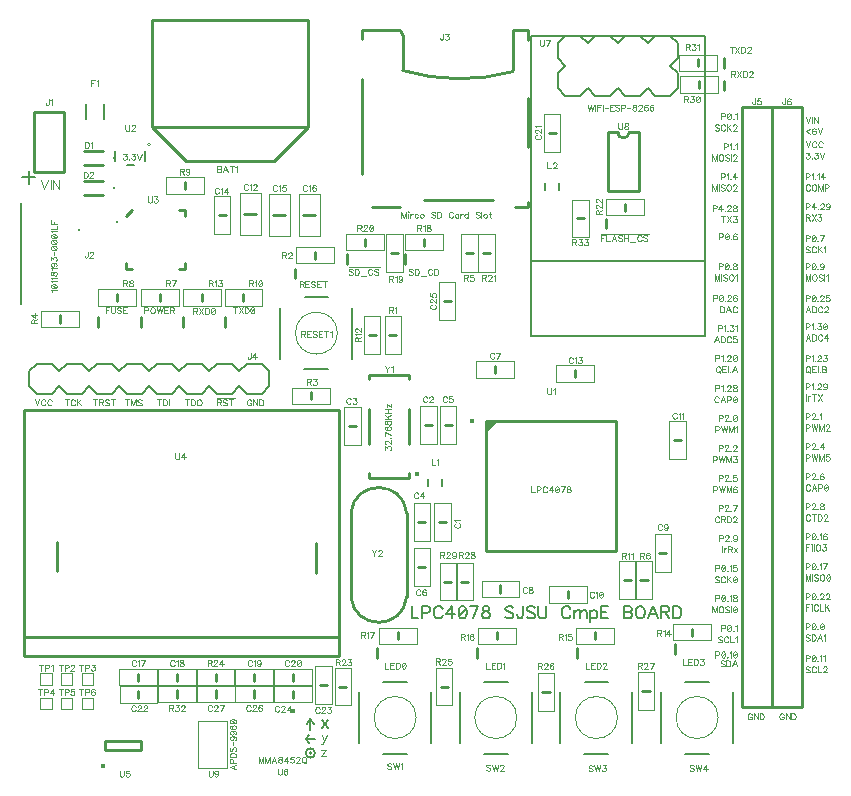
<source format=gbr>
%TF.GenerationSoftware,Novarm,DipTrace,3.2.0.1*%
%TF.CreationDate,2018-09-21T15:33:11-08:00*%
%FSLAX26Y26*%
%MOIN*%
%TF.FileFunction,Legend,Top*%
%TF.Part,Single*%
%ADD10C,0.009843*%
%ADD16C,0.006*%
%ADD18C,0.008*%
%ADD25C,0.003937*%
%ADD29C,0.009433*%
%ADD31C,0.005*%
%ADD35C,0.009994*%
%ADD47C,0.000013*%
%ADD49C,0.015768*%
%ADD52C,0.011774*%
%ADD57C,0.015401*%
%ADD59C,0.015697*%
%ADD65C,0.015422*%
%ADD142C,0.003088*%
%ADD143C,0.006176*%
%ADD144C,0.004632*%
%ADD145C,0.00772*%
G75*
G01*
%LPD*%
X1347462Y2571825D2*
D10*
X828722D1*
Y2928075D1*
X1347462D1*
Y2571825D1*
X1235021Y2459324D1*
X828722Y2571825D2*
X941242Y2459324D1*
X1235021D2*
X941242D1*
X1808636Y1253986D2*
X1785013D1*
X1824383Y1316978D2*
D25*
X1769265D1*
Y1190994D1*
X1824383D1*
Y1316978D1*
X1737997Y1577307D2*
D10*
X1761620D1*
X1722250Y1514315D2*
D25*
X1777368D1*
Y1640299D1*
X1722250D1*
Y1514315D1*
X1485805Y1575089D2*
D10*
X1509429D1*
X1470058Y1512097D2*
D25*
X1525176D1*
Y1638082D1*
X1470058D1*
Y1512097D1*
X1716263Y1255292D2*
D10*
X1739887D1*
X1700516Y1192299D2*
D25*
X1755634D1*
Y1318284D1*
X1700516D1*
Y1192299D1*
X1803615Y1577307D2*
D10*
X1827239D1*
X1787868Y1514315D2*
D25*
X1842986D1*
Y1640299D1*
X1787868D1*
Y1514315D1*
X1739887Y1103986D2*
D10*
X1716263D1*
X1755634Y1166978D2*
D25*
X1700516D1*
Y1040994D1*
X1755634D1*
Y1166978D1*
X1972567Y1750758D2*
D10*
Y1774382D1*
X2035559Y1735011D2*
D25*
X1909575D1*
Y1790129D1*
X2035559D1*
Y1735011D1*
X1989830Y1043069D2*
D10*
Y1019446D1*
X1926837Y1058816D2*
D25*
X2052822D1*
Y1003698D1*
X1926837D1*
Y1058816D1*
X2519388Y1152160D2*
D10*
X2543011D1*
X2503641Y1089168D2*
D25*
X2558759D1*
Y1215152D1*
X2503641D1*
Y1089168D1*
X2216292Y1000837D2*
D10*
Y1024460D1*
X2279284Y985089D2*
D25*
X2153299D1*
Y1040208D1*
X2279284D1*
Y985089D1*
X2569160Y1527313D2*
D10*
X2592783D1*
X2553412Y1464320D2*
D25*
X2608530D1*
Y1590305D1*
X2553412D1*
Y1464320D1*
X1175888Y2281299D2*
D10*
X1136514D1*
X1191634Y2352166D2*
D25*
X1120768D1*
Y2210433D1*
X1191634D1*
Y2352166D1*
X2239475Y1761883D2*
D10*
Y1738259D1*
X2176483Y1777630D2*
D25*
X2302467D1*
Y1722512D1*
X2176483D1*
Y1777630D1*
X1074263Y2277166D2*
D10*
X1050640D1*
X1090011Y2340158D2*
D25*
X1034893D1*
Y2214173D1*
X1090011D1*
Y2340158D1*
X1272674Y2278046D2*
D10*
X1233300D1*
X1288420Y2348912D2*
D25*
X1217554D1*
Y2207180D1*
X1288420D1*
Y2348912D1*
X1372665Y2278046D2*
D10*
X1333291D1*
X1388411Y2348912D2*
D25*
X1317545D1*
Y2207180D1*
X1388411D1*
Y2348912D1*
X782781Y749036D2*
D10*
Y725413D1*
X719789Y764784D2*
D25*
X845773D1*
Y709666D1*
X719789D1*
Y764784D1*
X911545Y749036D2*
D10*
Y725413D1*
X848553Y764784D2*
D25*
X974537D1*
Y709666D1*
X848553D1*
Y764784D1*
X1169071Y749036D2*
D10*
Y725413D1*
X1106079Y764784D2*
D25*
X1232063D1*
Y709666D1*
X1106079D1*
Y764784D1*
X1297835Y749036D2*
D10*
Y725413D1*
X1234843Y764784D2*
D25*
X1360827D1*
Y709666D1*
X1234843D1*
Y764784D1*
X2150453Y2552205D2*
D10*
X2174077D1*
X2134706Y2489213D2*
D25*
X2189824D1*
Y2615197D1*
X2134706D1*
Y2489213D1*
X783160Y668715D2*
D10*
Y692338D1*
X846152Y652967D2*
D25*
X720168D1*
Y708086D1*
X846152D1*
Y652967D1*
X1388139Y710236D2*
D10*
X1411762D1*
X1372391Y647244D2*
D25*
X1427509D1*
Y773229D1*
X1372391D1*
Y647244D1*
X1297835Y669157D2*
D10*
Y692781D1*
X1360827Y653410D2*
D25*
X1234843D1*
Y708528D1*
X1360827D1*
Y653410D1*
X1824114Y1991578D2*
D10*
X1800490D1*
X1839861Y2054570D2*
D25*
X1784743D1*
Y1928586D1*
X1839861D1*
Y2054570D1*
X1169156Y693013D2*
D10*
Y669389D1*
X1106164Y708760D2*
D25*
X1232149D1*
Y653642D1*
X1106164D1*
Y708760D1*
X1040575Y693013D2*
D10*
Y669389D1*
X977583Y708760D2*
D25*
X1103567D1*
Y653642D1*
X977583D1*
Y708760D1*
X664207Y2445124D2*
D10*
X601216D1*
X664207Y2492367D2*
X601216D1*
D29*
X701215Y2468746D3*
X664207Y2345135D2*
D10*
X601216D1*
X664207Y2392378D2*
X601216D1*
D29*
X701215Y2368756D3*
X667425Y2648852D2*
D18*
Y2598854D1*
X607425D2*
Y2648852D1*
X534316Y2621870D2*
D10*
X434316D1*
X534316Y2421870D2*
Y2621870D1*
Y2421870D2*
X434316D1*
Y2621870D1*
D35*
X586718Y2228694D3*
X391834Y2317274D2*
D31*
Y1982629D1*
X1528035Y2415472D2*
D10*
Y2730513D1*
Y2866214D2*
Y2893713D1*
X2083024D2*
Y2862030D1*
Y2667146D2*
Y2505740D1*
Y2321019D2*
Y2305476D1*
X2039865D1*
X1964488Y2328790D2*
X1736536D1*
X1653865Y2305476D2*
X1563292D1*
X1655688Y2893115D2*
X1663591Y2873986D1*
Y2759806D1*
X2030139Y2893115D2*
Y2759806D1*
X1663591D2*
G03X2030139Y2755621I190683J646859D01*
G01*
X1655688Y2893115D2*
X1528035Y2893713D1*
X2030139D2*
X2083024D1*
X1043741Y1782450D2*
D18*
X1093741D1*
X1118701Y1757450D1*
Y1707450D2*
X1093741Y1682450D1*
X918701Y1757450D2*
X943741Y1782450D1*
X993741D1*
X1018701Y1757450D1*
Y1707450D2*
X993741Y1682450D1*
X943741D1*
X918701Y1707450D1*
X1043741Y1782450D2*
X1018701Y1757450D1*
Y1707450D2*
X1043741Y1682450D1*
X1093741D2*
X1043741D1*
X743741Y1782450D2*
X793741D1*
X818701Y1757450D1*
Y1707450D2*
X793741Y1682450D1*
X818701Y1757450D2*
X843661Y1782450D1*
X893661D1*
X918701Y1757450D1*
Y1707450D2*
X893661Y1682450D1*
X843661D1*
X818701Y1707450D1*
X618701Y1757450D2*
X643741Y1782450D1*
X693741D1*
X718701Y1757450D1*
Y1707450D2*
X693741Y1682450D1*
X643741D1*
X618701Y1707450D1*
X743741Y1782450D2*
X718701Y1757450D1*
Y1707450D2*
X743741Y1682450D1*
X793741D2*
X743741D1*
X443661Y1782450D2*
X493661D1*
X518701Y1757450D1*
Y1707450D2*
X493661Y1682450D1*
X518701Y1757450D2*
X543661Y1782450D1*
X593661D1*
X618701Y1757450D1*
Y1707450D2*
X593661Y1682450D1*
X543661D1*
X518701Y1707450D1*
X418701Y1757450D2*
Y1707450D1*
X443661Y1782450D2*
X418701Y1757450D1*
Y1707450D2*
X443661Y1682450D1*
X493661D2*
X443661D1*
X1143741Y1782450D2*
X1193741D1*
X1218701Y1757450D1*
Y1707450D1*
X1193741Y1682450D1*
X1143741Y1782450D2*
X1118701Y1757450D1*
Y1707450D2*
X1143741Y1682450D1*
X1193741D2*
X1143741D1*
X2793701Y713450D2*
D10*
Y2637450D1*
Y637450D2*
Y713450D1*
X2893701Y637450D2*
X2793701D1*
X2893701D2*
Y2637450D1*
X2793701D1*
X2893701Y713450D2*
Y2637450D1*
Y637450D2*
Y713450D1*
X2993701Y637450D2*
X2893701D1*
X2993701D2*
Y2637450D1*
X2893701D1*
X1748352Y1373663D2*
D16*
Y1397288D1*
X1795596Y1373663D2*
Y1397288D1*
X2138643Y2361130D2*
Y2384755D1*
X2185887Y2361130D2*
Y2384755D1*
X1072662Y1906180D2*
D10*
Y1937676D1*
X932051Y1906180D2*
Y1937676D1*
X1304244Y2067704D2*
Y2099200D1*
X791441Y1906180D2*
Y1937676D1*
X647706Y1906180D2*
Y1937676D1*
X2572244Y815453D2*
Y846949D1*
X2245160Y802953D2*
Y834449D1*
X1911828Y802953D2*
Y834449D1*
X1578495Y802953D2*
Y834449D1*
X1672406Y2115626D2*
Y2147122D1*
X1478635Y2115626D2*
Y2147122D1*
X2341278Y2234271D2*
Y2265767D1*
X2734743Y2693586D2*
Y2725082D1*
Y2768586D2*
Y2800082D1*
X1658760Y1941979D2*
D25*
X1603642D1*
Y1815995D1*
X1658760D1*
Y1941979D1*
X1643013Y1878987D2*
D10*
X1619389D1*
X1309851Y2171433D2*
D25*
X1435835D1*
Y2116315D1*
X1309851D1*
Y2171433D1*
X1372843Y2155686D2*
D10*
Y2132062D1*
X1295326Y1702638D2*
D25*
X1421310D1*
Y1647520D1*
X1295326D1*
Y1702638D1*
X1358318Y1686891D2*
D10*
Y1663267D1*
X457914Y1958861D2*
D25*
X583898D1*
Y1903743D1*
X457914D1*
Y1958861D1*
X520906Y1943114D2*
D10*
Y1919490D1*
X1860066Y2089345D2*
D25*
X1915184D1*
Y2215330D1*
X1860066D1*
Y2089345D1*
X1875813Y2152337D2*
D10*
X1899437D1*
X2496042Y1123604D2*
D25*
X2440924D1*
Y997620D1*
X2496042D1*
Y1123604D1*
X2480295Y1060612D2*
D10*
X2456671D1*
X792253Y2030729D2*
D25*
X918238D1*
Y1975610D1*
X792253D1*
Y2030729D1*
X855246Y2014981D2*
D10*
Y1991358D1*
X648519Y2030729D2*
D25*
X774503D1*
Y1975610D1*
X648519D1*
Y2030729D1*
X711511Y2014981D2*
D10*
Y1991358D1*
X874402Y2403471D2*
D25*
X1000386D1*
Y2348353D1*
X874402D1*
Y2403471D1*
X937394Y2387724D2*
D10*
Y2364100D1*
X1070349Y2030729D2*
D25*
X1196334D1*
Y1975610D1*
X1070349D1*
Y2030729D1*
X1133341Y2014981D2*
D10*
Y1991358D1*
X2439798Y1123418D2*
D25*
X2384680D1*
Y997433D1*
X2439798D1*
Y1123418D1*
X2424051Y1060425D2*
D10*
X2400427D1*
X1590011Y1941979D2*
D25*
X1534893D1*
Y1815995D1*
X1590011D1*
Y1941979D1*
X1574263Y1878987D2*
D10*
X1550640D1*
X932864Y2030729D2*
D25*
X1058848D1*
Y1975610D1*
X932864D1*
Y2030729D1*
X995856Y2014981D2*
D10*
Y1991358D1*
X2691979Y859890D2*
D25*
X2565995D1*
Y915008D1*
X2691979D1*
Y859890D1*
X2628987Y875637D2*
D10*
Y899261D1*
X2369016Y847390D2*
D25*
X2243032D1*
Y902508D1*
X2369016D1*
Y847390D1*
X2306024Y863137D2*
D10*
Y886761D1*
X2041978Y847391D2*
D25*
X1915994D1*
Y902509D1*
X2041978D1*
Y847391D1*
X1978986Y863139D2*
D10*
Y886762D1*
X1710593Y847390D2*
D25*
X1584609D1*
Y902508D1*
X1710593D1*
Y847390D1*
X1647601Y863137D2*
D10*
Y886761D1*
X1672243Y2215011D2*
D25*
X1798227D1*
Y2159893D1*
X1672243D1*
Y2215011D1*
X1735235Y2199263D2*
D10*
Y2175640D1*
X1609891Y2089173D2*
D25*
X1665009D1*
Y2215158D1*
X1609891D1*
Y2089173D1*
X1625639Y2152166D2*
D10*
X1649262D1*
X1476671Y2215011D2*
D25*
X1602655D1*
Y2159893D1*
X1476671D1*
Y2215011D1*
X1539663Y2199263D2*
D10*
Y2175640D1*
X1915979Y2089255D2*
D25*
X1971097D1*
Y2215239D1*
X1915979D1*
Y2089255D1*
X1931726Y2152247D2*
D10*
X1955350D1*
X2342998Y2331604D2*
D25*
X2468982D1*
Y2276486D1*
X2342998D1*
Y2331604D1*
X2405990Y2315857D2*
D10*
Y2292233D1*
X1492334Y769223D2*
D25*
X1437215D1*
Y643239D1*
X1492334D1*
Y769223D1*
X1476586Y706231D2*
D10*
X1452963D1*
X1103299Y709666D2*
D25*
X977315D1*
Y764784D1*
X1103299D1*
Y709666D1*
X1040307Y725413D2*
D10*
Y749036D1*
X1829869Y769223D2*
D25*
X1774751D1*
Y643239D1*
X1829869D1*
Y769223D1*
X1814122Y706231D2*
D10*
X1790498D1*
X2169232Y750471D2*
D25*
X2114114D1*
Y624487D1*
X2169232D1*
Y750471D1*
X2153485Y687479D2*
D10*
X2129862D1*
X2502729Y754511D2*
D25*
X2447610D1*
Y628526D1*
X2502729D1*
Y754511D1*
X2486981Y691519D2*
D10*
X2463358D1*
X1898626Y1118991D2*
D25*
X1843508D1*
Y993007D1*
X1898626D1*
Y1118991D1*
X1882879Y1055999D2*
D10*
X1859255D1*
X1842370Y1118991D2*
D25*
X1787252D1*
Y993007D1*
X1842370D1*
Y1118991D1*
X1826623Y1055999D2*
D10*
X1802999D1*
X2588940Y2740029D2*
D25*
X2714924D1*
Y2684911D1*
X2588940D1*
Y2740029D1*
X2651932Y2724282D2*
D10*
Y2700658D1*
X2586722Y2812803D2*
D25*
X2712706D1*
Y2757685D1*
X2586722D1*
Y2812803D1*
X2649714Y2797056D2*
D10*
Y2773432D1*
X849003Y708760D2*
D25*
X974987D1*
Y653642D1*
X849003D1*
Y708760D1*
X911995Y693013D2*
D10*
Y669389D1*
X2228642Y2203495D2*
D25*
X2283760D1*
Y2329479D1*
X2228642D1*
Y2203495D1*
X2244389Y2266487D2*
D10*
X2268013D1*
X1306445Y1884201D2*
D47*
G02X1306445Y1884201I70006J0D01*
G01*
X1256448Y1969209D2*
D18*
Y1799193D1*
X1496453D2*
Y1969209D1*
X1337164Y2004189D2*
X1416443D1*
X1335979Y1764213D2*
X1416443D1*
X1568945Y602950D2*
D47*
G02X1568945Y602950I70006J0D01*
G01*
X1518948Y687958D2*
D18*
Y517942D1*
X1758953D2*
Y687958D1*
X1599664Y722938D2*
X1678943D1*
X1598479Y482962D2*
X1678943D1*
X1904362Y602950D2*
D47*
G02X1904362Y602950I70006J0D01*
G01*
X1854365Y687958D2*
D18*
Y517942D1*
X2094370D2*
Y687958D1*
X1935081Y722938D2*
X2014360D1*
X1933896Y482962D2*
X2014360D1*
X2239778Y602950D2*
D47*
G02X2239778Y602950I70006J0D01*
G01*
X2189781Y687958D2*
D18*
Y517942D1*
X2429786D2*
Y687958D1*
X2270497Y722938D2*
X2349776D1*
X2269312Y482962D2*
X2349776D1*
X2575195Y602950D2*
D47*
G02X2575195Y602950I70006J0D01*
G01*
X2525199Y687958D2*
D18*
Y517942D1*
X2765203D2*
Y687958D1*
X2605914Y722938D2*
X2685193D1*
X2604730Y482962D2*
X2685193D1*
X456202Y712451D2*
D25*
X493702D1*
Y749951D1*
X456202D1*
Y712451D1*
X524951D2*
X562451D1*
Y749951D1*
X524951D1*
Y712451D1*
X593678Y712678D2*
X631178D1*
Y750178D1*
X593678D1*
Y712678D1*
X456192Y631437D2*
X493692D1*
Y668937D1*
X456192D1*
Y631437D1*
X524935D2*
X562435D1*
Y668937D1*
X524935D1*
Y631437D1*
X593678D2*
X631178D1*
Y668937D1*
X593678D1*
Y631437D1*
X1941910Y1591998D2*
D10*
X2375020D1*
Y1158887D1*
X1941910D1*
Y1591998D1*
G36*
D2*
Y1552608D1*
X1981299Y1591998D1*
X1941910D1*
G37*
D49*
X1894695D3*
X814302Y2513763D2*
D47*
G02X814302Y2513763I4999J0D01*
G01*
X706303Y2456858D2*
D18*
Y2490670D1*
X806300D2*
Y2456858D1*
X766865Y2445861D2*
X745738D1*
X919022Y2293689D2*
D10*
X938686D1*
Y2273997D1*
X919022Y2096816D2*
X938686D1*
Y2116507D2*
Y2096816D1*
X741866D2*
X761556D1*
X741866Y2116507D2*
Y2096816D1*
D52*
X712382Y2254316D3*
X761556Y2293689D2*
D10*
X741866Y2273997D1*
X510110Y1092528D2*
Y1186316D1*
X1376494Y1086204D2*
Y1186234D1*
X400788Y807633D2*
X1451969D1*
Y1628893D1*
X400788D1*
Y807633D1*
X401839Y870459D2*
X1451864D1*
D57*
X666756Y439832D3*
X672018Y493897D2*
D10*
X790126D1*
X672018Y525388D2*
X790126D1*
Y493897D2*
Y525388D1*
X672018Y493897D2*
Y525388D1*
D59*
X1299964Y623378D3*
X2670977Y2874969D2*
D31*
Y2124969D1*
Y1874969D1*
X2090977D1*
Y2124969D1*
Y2874969D1*
X2205991D1*
X2255987D1*
X2305983D1*
X2355979D1*
X2405975D1*
X2455971D1*
X2505967D1*
X2555963D1*
X2670977D1*
Y2124969D2*
X2090977D1*
X2555963Y2874969D2*
X2580961Y2849969D1*
Y2799969D1*
X2555963Y2774969D1*
X2580961Y2749969D1*
Y2699969D1*
X2555963Y2674969D1*
X2505967D1*
X2480969Y2699969D1*
X2455971Y2674969D1*
X2405975D1*
X2380977Y2699969D1*
X2355979Y2674969D1*
X2305983D1*
X2280985Y2699969D1*
X2255987Y2674969D1*
X2205991D1*
X2180993Y2699969D1*
Y2749969D1*
X2205991Y2774969D1*
X2180993Y2799969D1*
Y2849969D1*
X2205991Y2874969D1*
X2255987D2*
X2280985Y2849969D1*
X2305983Y2874969D1*
X2355979D2*
X2380977Y2849969D1*
X2405975Y2874969D1*
X2455971D2*
X2480969Y2849969D1*
X2505967Y2874969D1*
X2348613Y2554666D2*
D10*
Y2357812D1*
X2450989Y2554666D2*
Y2357812D1*
X2348613D2*
X2450989D1*
X2380106Y2554666D2*
X2348613D1*
X2419495D2*
X2450989D1*
X2380106D2*
G03X2419495Y2554666I19694J9D01*
G01*
X982629Y590650D2*
D25*
X1077117D1*
Y436017D1*
X982629D1*
Y590650D1*
D65*
X1711300Y1414945D3*
X1685086Y1731553D2*
D10*
Y1745253D1*
X1551121Y1731553D2*
Y1745253D1*
X1685086D2*
X1551121D1*
X1685086Y1515080D2*
Y1632907D1*
X1551121Y1515080D2*
Y1632907D1*
Y1402734D2*
Y1416435D1*
X1685086Y1402734D2*
Y1416435D1*
Y1402734D2*
X1551121D1*
X1677200Y1005290D2*
Y1284619D1*
X1491452Y1005290D2*
Y1284619D1*
Y1005290D2*
G03X1677200Y1005290I92874J8216D01*
G01*
Y1284619D2*
G03X1491452Y1284619I-92874J-8216D01*
G01*
X1340390Y531440D2*
D18*
X1371668Y531486D1*
X1340390Y531440D2*
X1352890Y543940D1*
X1340390Y531440D2*
X1352890Y518941D1*
X1356015Y562689D2*
Y597065D1*
X1343513Y581440D1*
X1356015Y597065D2*
X1368515Y581440D1*
X1340487Y484593D2*
G02X1340487Y484593I15627J0D01*
G01*
X1352990Y484594D2*
G02X1352990Y484594I3125J0D01*
G01*
X1046023Y2441793D2*
D142*
Y2421697D1*
X1054645D1*
X1057519Y2422670D1*
X1058470Y2423621D1*
X1059420Y2425522D1*
Y2428396D1*
X1058470Y2430319D1*
X1057519Y2431270D1*
X1054645Y2432221D1*
X1057519Y2433193D1*
X1058470Y2434144D1*
X1059420Y2436045D1*
Y2437969D1*
X1058470Y2439870D1*
X1057519Y2440843D1*
X1054645Y2441793D1*
X1046023D1*
Y2432221D2*
X1054645D1*
X1080917Y2421697D2*
X1073245Y2441793D1*
X1065596Y2421697D1*
X1068470Y2428396D2*
X1078043D1*
X1093791Y2441793D2*
Y2421697D1*
X1087093Y2441793D2*
X1100490D1*
X1106666Y2437947D2*
X1108589Y2438919D1*
X1111463Y2441771D1*
Y2421697D1*
X1841061Y1249898D2*
X1839160Y1248947D1*
X1837236Y1247024D1*
X1836286Y1245122D1*
Y1241298D1*
X1837236Y1239374D1*
X1839160Y1237473D1*
X1841061Y1236500D1*
X1843935Y1235550D1*
X1848732D1*
X1851584Y1236500D1*
X1853508Y1237473D1*
X1855409Y1239374D1*
X1856382Y1241298D1*
Y1245122D1*
X1855409Y1247024D1*
X1853508Y1248947D1*
X1851584Y1249898D1*
X1840133Y1256073D2*
X1839160Y1257997D1*
X1836308Y1260871D1*
X1856382D1*
X1746262Y1669054D2*
X1745311Y1670955D1*
X1743388Y1672878D1*
X1741486Y1673829D1*
X1737662D1*
X1735738Y1672878D1*
X1733837Y1670955D1*
X1732864Y1669054D1*
X1731914Y1666180D1*
Y1661382D1*
X1732864Y1658530D1*
X1733837Y1656607D1*
X1735738Y1654706D1*
X1737662Y1653733D1*
X1741486D1*
X1743388Y1654706D1*
X1745311Y1656607D1*
X1746262Y1658530D1*
X1753410Y1669031D2*
Y1669982D1*
X1754361Y1671905D1*
X1755311Y1672856D1*
X1757235Y1673807D1*
X1761059D1*
X1762961Y1672856D1*
X1763911Y1671905D1*
X1764884Y1669982D1*
Y1668081D1*
X1763911Y1666157D1*
X1762010Y1663305D1*
X1752437Y1653733D1*
X1765835D1*
X1490945Y1663712D2*
X1489995Y1665614D1*
X1488071Y1667537D1*
X1486170Y1668488D1*
X1482345D1*
X1480422Y1667537D1*
X1478521Y1665614D1*
X1477548Y1663712D1*
X1476597Y1660838D1*
Y1656041D1*
X1477548Y1653189D1*
X1478521Y1651266D1*
X1480422Y1649364D1*
X1482345Y1648392D1*
X1486170D1*
X1488071Y1649364D1*
X1489995Y1651266D1*
X1490945Y1653189D1*
X1499045Y1668465D2*
X1509546D1*
X1503820Y1660816D1*
X1506694D1*
X1508595Y1659866D1*
X1509546Y1658915D1*
X1510518Y1656041D1*
Y1654140D1*
X1509546Y1651266D1*
X1507644Y1649342D1*
X1504770Y1648392D1*
X1501896D1*
X1499045Y1649342D1*
X1498094Y1650315D1*
X1497121Y1652216D1*
X1716181Y1348561D2*
X1715231Y1350463D1*
X1713307Y1352386D1*
X1711406Y1353337D1*
X1707581D1*
X1705658Y1352386D1*
X1703757Y1350463D1*
X1702784Y1348561D1*
X1701833Y1345687D1*
Y1340890D1*
X1702784Y1338038D1*
X1703757Y1336115D1*
X1705658Y1334213D1*
X1707581Y1333241D1*
X1711406D1*
X1713307Y1334213D1*
X1715231Y1336115D1*
X1716181Y1338038D1*
X1731930Y1333241D2*
Y1353315D1*
X1722357Y1339939D1*
X1736705D1*
X1811880Y1669071D2*
X1810929Y1670972D1*
X1809006Y1672895D1*
X1807105Y1673846D1*
X1803280D1*
X1801356Y1672895D1*
X1799455Y1670972D1*
X1798482Y1669071D1*
X1797532Y1666197D1*
Y1661399D1*
X1798482Y1658547D1*
X1799455Y1656624D1*
X1801356Y1654723D1*
X1803280Y1653750D1*
X1807105D1*
X1809006Y1654723D1*
X1810929Y1656624D1*
X1811880Y1658547D1*
X1829529Y1673824D2*
X1819979D1*
X1819028Y1665224D1*
X1819979Y1666174D1*
X1822853Y1667147D1*
X1825705D1*
X1828579Y1666174D1*
X1830502Y1664273D1*
X1831453Y1661399D1*
Y1659498D1*
X1830502Y1656624D1*
X1828579Y1654701D1*
X1825705Y1653750D1*
X1822853D1*
X1819979Y1654701D1*
X1819028Y1655673D1*
X1818056Y1657575D1*
X1723394Y1025400D2*
X1722443Y1027301D1*
X1720520Y1029225D1*
X1718618Y1030175D1*
X1714794D1*
X1712870Y1029225D1*
X1710969Y1027301D1*
X1709996Y1025400D1*
X1709046Y1022526D1*
Y1017729D1*
X1709996Y1014877D1*
X1710969Y1012953D1*
X1712870Y1011052D1*
X1714794Y1010079D1*
X1718618D1*
X1720520Y1011052D1*
X1722443Y1012953D1*
X1723394Y1014877D1*
X1741043Y1027301D2*
X1740093Y1029203D1*
X1737219Y1030153D1*
X1735317D1*
X1732443Y1029203D1*
X1730520Y1026329D1*
X1729569Y1021553D1*
Y1016778D1*
X1730520Y1012953D1*
X1732443Y1011030D1*
X1735317Y1010079D1*
X1736268D1*
X1739120Y1011030D1*
X1741043Y1012953D1*
X1741994Y1015827D1*
Y1016778D1*
X1741043Y1019652D1*
X1739120Y1021553D1*
X1736268Y1022504D1*
X1735317D1*
X1732443Y1021553D1*
X1730520Y1019652D1*
X1729569Y1016778D1*
X1969972Y1814635D2*
X1969021Y1816536D1*
X1967098Y1818460D1*
X1965196Y1819410D1*
X1961372D1*
X1959448Y1818460D1*
X1957547Y1816536D1*
X1956574Y1814635D1*
X1955624Y1811761D1*
Y1806963D1*
X1956574Y1804112D1*
X1957547Y1802188D1*
X1959448Y1800287D1*
X1961372Y1799314D1*
X1965196D1*
X1967098Y1800287D1*
X1969021Y1802188D1*
X1969972Y1804112D1*
X1979972Y1799314D2*
X1989545Y1819388D1*
X1976147D1*
X2077861Y1033328D2*
X2076910Y1035229D1*
X2074987Y1037152D1*
X2073085Y1038103D1*
X2069261D1*
X2067337Y1037152D1*
X2065436Y1035229D1*
X2064463Y1033328D1*
X2063513Y1030454D1*
Y1025656D1*
X2064463Y1022804D1*
X2065436Y1020881D1*
X2067337Y1018980D1*
X2069261Y1018007D1*
X2073085D1*
X2074987Y1018980D1*
X2076910Y1020881D1*
X2077861Y1022804D1*
X2088812Y1038081D2*
X2085960Y1037130D1*
X2084987Y1035229D1*
Y1033306D1*
X2085960Y1031404D1*
X2087861Y1030432D1*
X2091686Y1029481D1*
X2094560Y1028530D1*
X2096461Y1026607D1*
X2097412Y1024706D1*
Y1021832D1*
X2096461Y1019930D1*
X2095510Y1018958D1*
X2092636Y1018007D1*
X2088812D1*
X2085960Y1018958D1*
X2084987Y1019930D1*
X2084036Y1021832D1*
Y1024706D1*
X2084987Y1026607D1*
X2086910Y1028530D1*
X2089762Y1029481D1*
X2093587Y1030432D1*
X2095510Y1031404D1*
X2096461Y1033306D1*
Y1035229D1*
X2095510Y1037130D1*
X2092636Y1038081D1*
X2088812D1*
X2529080Y1242783D2*
X2528129Y1244684D1*
X2526206Y1246608D1*
X2524304Y1247558D1*
X2520480D1*
X2518556Y1246608D1*
X2516655Y1244684D1*
X2515682Y1242783D1*
X2514732Y1239909D1*
Y1235112D1*
X2515682Y1232260D1*
X2516655Y1230336D1*
X2518556Y1228435D1*
X2520480Y1227462D1*
X2524304D1*
X2526206Y1228435D1*
X2528129Y1230336D1*
X2529080Y1232260D1*
X2547702Y1240860D2*
X2546729Y1237986D1*
X2544828Y1236062D1*
X2541954Y1235112D1*
X2541003D1*
X2538129Y1236062D1*
X2536228Y1237986D1*
X2535255Y1240860D1*
Y1241810D1*
X2536228Y1244684D1*
X2538129Y1246586D1*
X2541003Y1247536D1*
X2541954D1*
X2544828Y1246586D1*
X2546729Y1244684D1*
X2547702Y1240860D1*
Y1236062D1*
X2546729Y1231287D1*
X2544828Y1228413D1*
X2541954Y1227462D1*
X2540053D1*
X2537179Y1228413D1*
X2536228Y1230336D1*
X2301950Y1017844D2*
X2300999Y1019745D1*
X2299076Y1021668D1*
X2297174Y1022619D1*
X2293350D1*
X2291426Y1021668D1*
X2289525Y1019745D1*
X2288552Y1017844D1*
X2287602Y1014970D1*
Y1010172D1*
X2288552Y1007320D1*
X2289525Y1005397D1*
X2291426Y1003496D1*
X2293350Y1002523D1*
X2297174D1*
X2299076Y1003496D1*
X2300999Y1005397D1*
X2301950Y1007320D1*
X2308125Y1018772D2*
X2310049Y1019745D1*
X2312923Y1022597D1*
Y1002523D1*
X2324847Y1022597D2*
X2321972Y1021646D1*
X2320049Y1018772D1*
X2319098Y1013997D1*
Y1011123D1*
X2320049Y1006347D1*
X2321972Y1003473D1*
X2324847Y1002523D1*
X2326748D1*
X2329622Y1003473D1*
X2331523Y1006347D1*
X2332496Y1011123D1*
Y1013997D1*
X2331523Y1018772D1*
X2329622Y1021646D1*
X2326748Y1022597D1*
X2324847D1*
X2331523Y1018772D2*
X2320049Y1006347D1*
X2577735Y1614345D2*
X2576785Y1616246D1*
X2574861Y1618170D1*
X2572960Y1619120D1*
X2569135D1*
X2567212Y1618170D1*
X2565311Y1616246D1*
X2564338Y1614345D1*
X2563387Y1611471D1*
Y1606673D1*
X2564338Y1603822D1*
X2565311Y1601898D1*
X2567212Y1599997D1*
X2569135Y1599024D1*
X2572960D1*
X2574861Y1599997D1*
X2576785Y1601898D1*
X2577735Y1603822D1*
X2583911Y1615273D2*
X2585834Y1616246D1*
X2588708Y1619098D1*
Y1599024D1*
X2594884Y1615273D2*
X2596807Y1616246D1*
X2599681Y1619098D1*
Y1599024D1*
X1148086Y2376634D2*
X1147136Y2378535D1*
X1145212Y2380458D1*
X1143311Y2381409D1*
X1139486D1*
X1137563Y2380458D1*
X1135662Y2378535D1*
X1134689Y2376634D1*
X1133738Y2373760D1*
Y2368962D1*
X1134689Y2366110D1*
X1135662Y2364187D1*
X1137563Y2362286D1*
X1139486Y2361313D1*
X1143311D1*
X1145212Y2362286D1*
X1147136Y2364187D1*
X1148086Y2366110D1*
X1154262Y2377562D2*
X1156185Y2378535D1*
X1159059Y2381387D1*
Y2361313D1*
X1166208Y2376611D2*
Y2377562D1*
X1167158Y2379485D1*
X1168109Y2380436D1*
X1170032Y2381387D1*
X1173857D1*
X1175758Y2380436D1*
X1176709Y2379485D1*
X1177682Y2377562D1*
Y2375661D1*
X1176709Y2373737D1*
X1174808Y2370886D1*
X1165235Y2361313D1*
X1178632D1*
X2231384Y1799015D2*
X2230433Y1800917D1*
X2228510Y1802840D1*
X2226609Y1803791D1*
X2222784D1*
X2220861Y1802840D1*
X2218959Y1800917D1*
X2217987Y1799015D1*
X2217036Y1796141D1*
Y1791344D1*
X2217987Y1788492D1*
X2218959Y1786569D1*
X2220861Y1784667D1*
X2222784Y1783695D1*
X2226609D1*
X2228510Y1784667D1*
X2230433Y1786569D1*
X2231384Y1788492D1*
X2237560Y1799944D2*
X2239483Y1800917D1*
X2242357Y1803769D1*
Y1783695D1*
X2250456Y1803769D2*
X2260957D1*
X2255232Y1796119D1*
X2258106D1*
X2260007Y1795169D1*
X2260957Y1794218D1*
X2261930Y1791344D1*
Y1789443D1*
X2260957Y1786569D1*
X2259056Y1784645D1*
X2256182Y1783695D1*
X2253308D1*
X2250456Y1784645D1*
X2249506Y1785618D1*
X2248533Y1787519D1*
X1051318Y2364180D2*
X1050368Y2366081D1*
X1048444Y2368004D1*
X1046543Y2368955D1*
X1042718D1*
X1040795Y2368004D1*
X1038894Y2366081D1*
X1037921Y2364180D1*
X1036970Y2361305D1*
Y2356508D1*
X1037921Y2353656D1*
X1038894Y2351733D1*
X1040795Y2349832D1*
X1042718Y2348859D1*
X1046543D1*
X1048444Y2349832D1*
X1050368Y2351733D1*
X1051318Y2353656D1*
X1057494Y2365108D2*
X1059417Y2366081D1*
X1062291Y2368933D1*
Y2348859D1*
X1078040D2*
Y2368933D1*
X1068467Y2355557D1*
X1082815D1*
X1244888Y2373426D2*
X1243937Y2375328D1*
X1242014Y2377251D1*
X1240113Y2378202D1*
X1236288D1*
X1234365Y2377251D1*
X1232463Y2375328D1*
X1231491Y2373426D1*
X1230540Y2370552D1*
Y2365755D1*
X1231491Y2362903D1*
X1232463Y2360980D1*
X1234365Y2359078D1*
X1236288Y2358106D1*
X1240113D1*
X1242014Y2359078D1*
X1243937Y2360980D1*
X1244888Y2362903D1*
X1251064Y2374355D2*
X1252987Y2375328D1*
X1255861Y2378179D1*
Y2358106D1*
X1273511Y2378179D2*
X1263960D1*
X1263010Y2369579D1*
X1263960Y2370530D1*
X1266834Y2371503D1*
X1269686D1*
X1272560Y2370530D1*
X1274484Y2368629D1*
X1275434Y2365755D1*
Y2363854D1*
X1274484Y2360980D1*
X1272560Y2359056D1*
X1269686Y2358106D1*
X1266834D1*
X1263960Y2359056D1*
X1263010Y2360029D1*
X1262037Y2361930D1*
X1345365Y2373426D2*
X1344415Y2375328D1*
X1342491Y2377251D1*
X1340590Y2378202D1*
X1336765D1*
X1334842Y2377251D1*
X1332941Y2375328D1*
X1331968Y2373426D1*
X1331017Y2370552D1*
Y2365755D1*
X1331968Y2362903D1*
X1332941Y2360980D1*
X1334842Y2359078D1*
X1336765Y2358106D1*
X1340590D1*
X1342491Y2359078D1*
X1344415Y2360980D1*
X1345365Y2362903D1*
X1351541Y2374355D2*
X1353464Y2375328D1*
X1356338Y2378179D1*
Y2358106D1*
X1373988Y2375328D2*
X1373037Y2377229D1*
X1370163Y2378179D1*
X1368262D1*
X1365388Y2377229D1*
X1363465Y2374355D1*
X1362514Y2369579D1*
Y2364804D1*
X1363465Y2360980D1*
X1365388Y2359056D1*
X1368262Y2358106D1*
X1369213D1*
X1372065Y2359056D1*
X1373988Y2360980D1*
X1374939Y2363854D1*
Y2364804D1*
X1373988Y2367678D1*
X1372065Y2369579D1*
X1369213Y2370530D1*
X1368262D1*
X1365388Y2369579D1*
X1363465Y2367678D1*
X1362514Y2364804D1*
X774682Y789298D2*
X773731Y791199D1*
X771808Y793122D1*
X769907Y794073D1*
X766082D1*
X764159Y793122D1*
X762257Y791199D1*
X761285Y789298D1*
X760334Y786424D1*
Y781626D1*
X761285Y778774D1*
X762257Y776851D1*
X764159Y774950D1*
X766082Y773977D1*
X769907D1*
X771808Y774950D1*
X773731Y776851D1*
X774682Y778774D1*
X780858Y790226D2*
X782781Y791199D1*
X785655Y794051D1*
Y773977D1*
X795655D2*
X805228Y794051D1*
X791831D1*
X903457Y789298D2*
X902506Y791199D1*
X900583Y793122D1*
X898682Y794073D1*
X894857D1*
X892933Y793122D1*
X891032Y791199D1*
X890059Y789298D1*
X889109Y786424D1*
Y781626D1*
X890059Y778774D1*
X891032Y776851D1*
X892933Y774950D1*
X894857Y773977D1*
X898682D1*
X900583Y774950D1*
X902506Y776851D1*
X903457Y778774D1*
X909633Y790226D2*
X911556Y791199D1*
X914430Y794051D1*
Y773977D1*
X925381Y794051D2*
X922529Y793100D1*
X921556Y791199D1*
Y789276D1*
X922529Y787374D1*
X924430Y786401D1*
X928255Y785451D1*
X931129Y784500D1*
X933030Y782577D1*
X933981Y780676D1*
Y777802D1*
X933030Y775900D1*
X932080Y774928D1*
X929206Y773977D1*
X925381D1*
X922529Y774928D1*
X921556Y775900D1*
X920606Y777802D1*
Y780676D1*
X921556Y782577D1*
X923480Y784500D1*
X926332Y785451D1*
X930156Y786401D1*
X932080Y787374D1*
X933030Y789276D1*
Y791199D1*
X932080Y793100D1*
X929206Y794051D1*
X925381D1*
X1161447Y789298D2*
X1160497Y791199D1*
X1158573Y793122D1*
X1156672Y794073D1*
X1152847D1*
X1150924Y793122D1*
X1149023Y791199D1*
X1148050Y789298D1*
X1147099Y786424D1*
Y781626D1*
X1148050Y778774D1*
X1149023Y776851D1*
X1150924Y774950D1*
X1152847Y773977D1*
X1156672D1*
X1158573Y774950D1*
X1160497Y776851D1*
X1161447Y778774D1*
X1167623Y790226D2*
X1169546Y791199D1*
X1172420Y794051D1*
Y773977D1*
X1191043Y787374D2*
X1190070Y784500D1*
X1188169Y782577D1*
X1185295Y781626D1*
X1184344D1*
X1181470Y782577D1*
X1179569Y784500D1*
X1178596Y787374D1*
Y788325D1*
X1179569Y791199D1*
X1181470Y793100D1*
X1184344Y794051D1*
X1185295D1*
X1188169Y793100D1*
X1190070Y791199D1*
X1191043Y787374D1*
Y782577D1*
X1190070Y777802D1*
X1188169Y774928D1*
X1185295Y773977D1*
X1183394D1*
X1180519Y774928D1*
X1179569Y776851D1*
X1285436Y789298D2*
X1284485Y791199D1*
X1282562Y793122D1*
X1280661Y794073D1*
X1276836D1*
X1274912Y793122D1*
X1273011Y791199D1*
X1272038Y789298D1*
X1271088Y786424D1*
Y781626D1*
X1272038Y778774D1*
X1273011Y776851D1*
X1274912Y774950D1*
X1276836Y773977D1*
X1280661D1*
X1282562Y774950D1*
X1284485Y776851D1*
X1285436Y778774D1*
X1292584Y789276D2*
Y790226D1*
X1293535Y792150D1*
X1294486Y793100D1*
X1296409Y794051D1*
X1300234D1*
X1302135Y793100D1*
X1303085Y792150D1*
X1304058Y790226D1*
Y788325D1*
X1303085Y786401D1*
X1301184Y783550D1*
X1291612Y773977D1*
X1305009D1*
X1316933Y794051D2*
X1314059Y793100D1*
X1312135Y790226D1*
X1311185Y785451D1*
Y782577D1*
X1312135Y777802D1*
X1314059Y774928D1*
X1316933Y773977D1*
X1318834D1*
X1321708Y774928D1*
X1323609Y777802D1*
X1324582Y782577D1*
Y785451D1*
X1323609Y790226D1*
X1321708Y793100D1*
X1318834Y794051D1*
X1316933D1*
X1323609Y790226D2*
X1312135Y777802D1*
X2110192Y2544106D2*
X2108291Y2543155D1*
X2106368Y2541232D1*
X2105417Y2539331D1*
Y2535506D1*
X2106368Y2533583D1*
X2108291Y2531681D1*
X2110192Y2530709D1*
X2113066Y2529758D1*
X2117864D1*
X2120716Y2530709D1*
X2122639Y2531681D1*
X2124540Y2533583D1*
X2125513Y2535506D1*
Y2539331D1*
X2124540Y2541232D1*
X2122639Y2543155D1*
X2120716Y2544106D1*
X2110214Y2551254D2*
X2109264D1*
X2107340Y2552205D1*
X2106390Y2553156D1*
X2105439Y2555079D1*
Y2558904D1*
X2106390Y2560805D1*
X2107340Y2561756D1*
X2109264Y2562728D1*
X2111165D1*
X2113088Y2561756D1*
X2115940Y2559854D1*
X2125513Y2550282D1*
Y2563679D1*
X2109264Y2569855D2*
X2108291Y2571778D1*
X2105439Y2574652D1*
X2125513D1*
X773886Y638859D2*
X772935Y640761D1*
X771012Y642684D1*
X769111Y643635D1*
X765286D1*
X763363Y642684D1*
X761461Y640761D1*
X760489Y638859D1*
X759538Y635985D1*
Y631188D1*
X760489Y628336D1*
X761461Y626413D1*
X763363Y624511D1*
X765286Y623539D1*
X769111D1*
X771012Y624511D1*
X772935Y626413D1*
X773886Y628336D1*
X781034Y638837D2*
Y639788D1*
X781985Y641711D1*
X782936Y642662D1*
X784859Y643612D1*
X788684D1*
X790585Y642662D1*
X791536Y641711D1*
X792508Y639788D1*
Y637887D1*
X791536Y635963D1*
X789634Y633111D1*
X780062Y623539D1*
X793459D1*
X800607Y638837D2*
Y639788D1*
X801558Y641711D1*
X802509Y642662D1*
X804432Y643612D1*
X808257D1*
X810158Y642662D1*
X811109Y641711D1*
X812081Y639788D1*
Y637887D1*
X811109Y635963D1*
X809207Y633111D1*
X799635Y623539D1*
X813032D1*
X1387003Y632563D2*
X1386052Y634464D1*
X1384129Y636387D1*
X1382227Y637338D1*
X1378403D1*
X1376479Y636387D1*
X1374578Y634464D1*
X1373605Y632563D1*
X1372655Y629689D1*
Y624891D1*
X1373605Y622039D1*
X1374578Y620116D1*
X1376479Y618215D1*
X1378403Y617242D1*
X1382227D1*
X1384129Y618215D1*
X1386052Y620116D1*
X1387003Y622039D1*
X1394151Y632541D2*
Y633491D1*
X1395102Y635415D1*
X1396052Y636365D1*
X1397976Y637316D1*
X1401800D1*
X1403702Y636365D1*
X1404652Y635415D1*
X1405625Y633491D1*
Y631590D1*
X1404652Y629667D1*
X1402751Y626815D1*
X1393178Y617242D1*
X1406576D1*
X1414675Y637316D2*
X1425176D1*
X1419450Y629667D1*
X1422324D1*
X1424225Y628716D1*
X1425176Y627765D1*
X1426149Y624891D1*
Y622990D1*
X1425176Y620116D1*
X1423275Y618193D1*
X1420401Y617242D1*
X1417527D1*
X1414675Y618193D1*
X1413724Y619165D1*
X1412751Y621067D1*
X1252105Y637669D2*
X1251154Y639570D1*
X1249231Y641494D1*
X1247330Y642444D1*
X1243505D1*
X1241582Y641494D1*
X1239680Y639570D1*
X1238708Y637669D1*
X1237757Y634795D1*
Y629998D1*
X1238708Y627146D1*
X1239680Y625222D1*
X1241582Y623321D1*
X1243505Y622348D1*
X1247330D1*
X1249231Y623321D1*
X1251154Y625222D1*
X1252105Y627146D1*
X1259253Y637647D2*
Y638598D1*
X1260204Y640521D1*
X1261155Y641472D1*
X1263078Y642422D1*
X1266903D1*
X1268804Y641472D1*
X1269755Y640521D1*
X1270727Y638598D1*
Y636696D1*
X1269755Y634773D1*
X1267853Y631921D1*
X1258281Y622348D1*
X1271678D1*
X1287426D2*
Y642422D1*
X1277854Y629047D1*
X1292202D1*
X1760229Y1979179D2*
X1758328Y1978228D1*
X1756404Y1976305D1*
X1755454Y1974403D1*
Y1970579D1*
X1756404Y1968655D1*
X1758328Y1966754D1*
X1760229Y1965781D1*
X1763103Y1964831D1*
X1767900D1*
X1770752Y1965781D1*
X1772676Y1966754D1*
X1774577Y1968655D1*
X1775550Y1970579D1*
Y1974403D1*
X1774577Y1976305D1*
X1772676Y1978228D1*
X1770752Y1979179D1*
X1760251Y1986327D2*
X1759301D1*
X1757377Y1987278D1*
X1756427Y1988228D1*
X1755476Y1990152D1*
Y1993976D1*
X1756427Y1995878D1*
X1757377Y1996828D1*
X1759301Y1997801D1*
X1761202D1*
X1763125Y1996828D1*
X1765977Y1994927D1*
X1775550Y1985354D1*
Y1998752D1*
X1755476Y2016401D2*
Y2006851D1*
X1764076Y2005900D1*
X1763125Y2006851D1*
X1762152Y2009725D1*
Y2012577D1*
X1763125Y2015451D1*
X1765026Y2017374D1*
X1767900Y2018325D1*
X1769802D1*
X1772676Y2017374D1*
X1774599Y2015451D1*
X1775550Y2012577D1*
Y2009725D1*
X1774599Y2006851D1*
X1773626Y2005900D1*
X1771725Y2004927D1*
X1157244Y639514D2*
X1156293Y641415D1*
X1154370Y643339D1*
X1152468Y644289D1*
X1148644D1*
X1146720Y643339D1*
X1144819Y641415D1*
X1143846Y639514D1*
X1142896Y636640D1*
Y631843D1*
X1143846Y628991D1*
X1144819Y627067D1*
X1146720Y625166D1*
X1148644Y624193D1*
X1152468D1*
X1154370Y625166D1*
X1156293Y627067D1*
X1157244Y628991D1*
X1164392Y639492D2*
Y640443D1*
X1165343Y642366D1*
X1166293Y643317D1*
X1168217Y644267D1*
X1172041D1*
X1173943Y643317D1*
X1174893Y642366D1*
X1175866Y640443D1*
Y638541D1*
X1174893Y636618D1*
X1172992Y633766D1*
X1163419Y624193D1*
X1176817D1*
X1194466Y641415D2*
X1193516Y643317D1*
X1190642Y644267D1*
X1188740D1*
X1185866Y643317D1*
X1183943Y640443D1*
X1182992Y635667D1*
Y630892D1*
X1183943Y627067D1*
X1185866Y625144D1*
X1188740Y624193D1*
X1189691D1*
X1192543Y625144D1*
X1194466Y627067D1*
X1195417Y629941D1*
Y630892D1*
X1194466Y633766D1*
X1192543Y635667D1*
X1189691Y636618D1*
X1188740D1*
X1185866Y635667D1*
X1183943Y633766D1*
X1182992Y630892D1*
X1028176Y639514D2*
X1027225Y641415D1*
X1025302Y643339D1*
X1023401Y644289D1*
X1019576D1*
X1017653Y643339D1*
X1015751Y641415D1*
X1014779Y639514D1*
X1013828Y636640D1*
Y631843D1*
X1014779Y628991D1*
X1015751Y627067D1*
X1017653Y625166D1*
X1019576Y624193D1*
X1023401D1*
X1025302Y625166D1*
X1027225Y627067D1*
X1028176Y628991D1*
X1035324Y639492D2*
Y640443D1*
X1036275Y642366D1*
X1037226Y643317D1*
X1039149Y644267D1*
X1042974D1*
X1044875Y643317D1*
X1045826Y642366D1*
X1046798Y640443D1*
Y638541D1*
X1045826Y636618D1*
X1043924Y633766D1*
X1034352Y624193D1*
X1047749D1*
X1057749D2*
X1067322Y644267D1*
X1053925D1*
X604575Y2521656D2*
Y2501560D1*
X611274D1*
X614148Y2502533D1*
X616071Y2504434D1*
X617022Y2506358D1*
X617972Y2509210D1*
Y2514007D1*
X617022Y2516881D1*
X616071Y2518782D1*
X614148Y2520706D1*
X611274Y2521656D1*
X604575D1*
X624148Y2517809D2*
X626071Y2518782D1*
X628945Y2521634D1*
Y2501560D1*
X600275Y2421667D2*
Y2401571D1*
X606974D1*
X609848Y2402543D1*
X611771Y2404445D1*
X612722Y2406368D1*
X613672Y2409220D1*
Y2414017D1*
X612722Y2416891D1*
X611771Y2418793D1*
X609848Y2420716D1*
X606974Y2421667D1*
X600275D1*
X620821Y2416869D2*
Y2417820D1*
X621771Y2419743D1*
X622722Y2420694D1*
X624645Y2421645D1*
X628470D1*
X630371Y2420694D1*
X631322Y2419743D1*
X632295Y2417820D1*
Y2415919D1*
X631322Y2413995D1*
X629421Y2411143D1*
X619848Y2401571D1*
X633245D1*
X638162Y2727946D2*
X625716D1*
Y2707850D1*
Y2718373D2*
X633365D1*
X644338Y2724099D2*
X646261Y2725072D1*
X649135Y2727924D1*
Y2707850D1*
X483616Y2663660D2*
Y2648361D1*
X482666Y2645487D1*
X481693Y2644536D1*
X479792Y2643564D1*
X477868D1*
X475967Y2644536D1*
X475016Y2645487D1*
X474044Y2648361D1*
Y2650262D1*
X489792Y2659813D2*
X491715Y2660786D1*
X494589Y2663637D1*
Y2643564D1*
X613810Y2156140D2*
Y2140841D1*
X612859Y2137967D1*
X611886Y2137017D1*
X609985Y2136044D1*
X608062D1*
X606160Y2137017D1*
X605210Y2137967D1*
X604237Y2140841D1*
Y2142743D1*
X620958Y2151342D2*
Y2152293D1*
X621909Y2154216D1*
X622859Y2155167D1*
X624783Y2156118D1*
X628607D1*
X630509Y2155167D1*
X631459Y2154216D1*
X632432Y2152293D1*
Y2150392D1*
X631459Y2148468D1*
X629558Y2145617D1*
X619985Y2136044D1*
X633383D1*
X494454Y2022872D2*
X493481Y2024796D1*
X490629Y2027670D1*
X510703D1*
X490629Y2039593D2*
X491580Y2036719D1*
X494454Y2034796D1*
X499229Y2033845D1*
X502103D1*
X506879Y2034796D1*
X509753Y2036719D1*
X510703Y2039593D1*
Y2041495D1*
X509753Y2044369D1*
X506879Y2046270D1*
X502103Y2047243D1*
X499229D1*
X494454Y2046270D1*
X491580Y2044369D1*
X490629Y2041495D1*
Y2039593D1*
X494454Y2046270D2*
X506879Y2034796D1*
X494454Y2053418D2*
X493481Y2055342D1*
X490629Y2058216D1*
X510703D1*
X494454Y2064391D2*
X493481Y2066315D1*
X490629Y2069189D1*
X510703D1*
X490629Y2080140D2*
X491580Y2077288D1*
X493481Y2076315D1*
X495405D1*
X497306Y2077288D1*
X498279Y2079189D1*
X499229Y2083014D1*
X500180Y2085888D1*
X502103Y2087789D1*
X504005Y2088740D1*
X506879D1*
X508780Y2087789D1*
X509753Y2086838D1*
X510703Y2083964D1*
Y2080140D1*
X509753Y2077288D1*
X508780Y2076315D1*
X506879Y2075364D1*
X504005D1*
X502103Y2076315D1*
X500180Y2078238D1*
X499229Y2081090D1*
X498279Y2084915D1*
X497306Y2086838D1*
X495405Y2087789D1*
X493481D1*
X491580Y2086838D1*
X490629Y2083964D1*
Y2080140D1*
X494454Y2094915D2*
X493481Y2096839D1*
X490629Y2099713D1*
X510703D1*
X497306Y2118335D2*
X500180Y2117362D1*
X502103Y2115461D1*
X503054Y2112587D1*
Y2111637D1*
X502103Y2108762D1*
X500180Y2106861D1*
X497306Y2105888D1*
X496355D1*
X493481Y2106861D1*
X491580Y2108762D1*
X490629Y2111637D1*
Y2112587D1*
X491580Y2115461D1*
X493481Y2117362D1*
X497306Y2118335D1*
X502103D1*
X506879Y2117362D1*
X509753Y2115461D1*
X510703Y2112587D1*
Y2110686D1*
X509753Y2107812D1*
X507829Y2106861D1*
X490629Y2126434D2*
Y2136935D1*
X498279Y2131210D1*
Y2134084D1*
X499229Y2135985D1*
X500180Y2136935D1*
X503054Y2137908D1*
X504955D1*
X507829Y2136935D1*
X509753Y2135034D1*
X510703Y2132160D1*
Y2129286D1*
X509753Y2126434D1*
X508780Y2125484D1*
X506879Y2124511D1*
X500666Y2144084D2*
Y2155138D1*
X490629Y2167062D2*
X491580Y2164188D1*
X494454Y2162264D1*
X499229Y2161314D1*
X502103D1*
X506879Y2162264D1*
X509753Y2164188D1*
X510703Y2167062D1*
Y2168963D1*
X509753Y2171837D1*
X506879Y2173738D1*
X502103Y2174711D1*
X499229D1*
X494454Y2173738D1*
X491580Y2171837D1*
X490629Y2168963D1*
Y2167062D1*
X494454Y2173738D2*
X506879Y2162264D1*
X490629Y2186635D2*
X491580Y2183761D1*
X494454Y2181837D1*
X499229Y2180887D1*
X502103D1*
X506879Y2181837D1*
X509753Y2183761D1*
X510703Y2186635D1*
Y2188536D1*
X509753Y2191410D1*
X506879Y2193311D1*
X502103Y2194284D1*
X499229D1*
X494454Y2193311D1*
X491580Y2191410D1*
X490629Y2188536D1*
Y2186635D1*
X494454Y2193311D2*
X506879Y2181837D1*
X490629Y2206208D2*
X491580Y2203334D1*
X494454Y2201410D1*
X499229Y2200460D1*
X502103D1*
X506879Y2201410D1*
X509753Y2203334D1*
X510703Y2206208D1*
Y2208109D1*
X509753Y2210983D1*
X506879Y2212884D1*
X502103Y2213857D1*
X499229D1*
X494454Y2212884D1*
X491580Y2210983D1*
X490629Y2208109D1*
Y2206208D1*
X494454Y2212884D2*
X506879Y2201410D1*
X494454Y2220033D2*
X493481Y2221956D1*
X490629Y2224830D1*
X510703D1*
X490607Y2231006D2*
X510703D1*
Y2242480D1*
X490607Y2261102D2*
Y2248655D1*
X510703D1*
X500180D2*
Y2256305D1*
X1798231Y2882382D2*
Y2867083D1*
X1797280Y2864209D1*
X1796308Y2863258D1*
X1794406Y2862286D1*
X1792483D1*
X1790582Y2863258D1*
X1789631Y2864209D1*
X1788658Y2867083D1*
Y2868984D1*
X1806330Y2882360D2*
X1816831D1*
X1811105Y2874710D1*
X1813979D1*
X1815881Y2873760D1*
X1816831Y2872809D1*
X1817804Y2869935D1*
Y2868034D1*
X1816831Y2865160D1*
X1814930Y2863236D1*
X1812056Y2862286D1*
X1809182D1*
X1806330Y2863236D1*
X1805379Y2864209D1*
X1804407Y2866110D1*
X1675343Y2269032D2*
Y2289128D1*
X1667694Y2269032D1*
X1660044Y2289128D1*
Y2269032D1*
X1681519Y2289128D2*
X1682469Y2288178D1*
X1683442Y2289128D1*
X1682469Y2290101D1*
X1681519Y2289128D1*
X1682469Y2282430D2*
Y2269032D1*
X1689618Y2282430D2*
Y2269032D1*
Y2276682D2*
X1690590Y2279556D1*
X1692492Y2281479D1*
X1694415Y2282430D1*
X1697289D1*
X1714961Y2279556D2*
X1713038Y2281479D1*
X1711114Y2282430D1*
X1708262D1*
X1706339Y2281479D1*
X1704438Y2279556D1*
X1703465Y2276682D1*
Y2274781D1*
X1704438Y2271906D1*
X1706339Y2270005D1*
X1708262Y2269032D1*
X1711114D1*
X1713038Y2270005D1*
X1714961Y2271906D1*
X1725912Y2282430D2*
X1724011Y2281479D1*
X1722087Y2279556D1*
X1721137Y2276682D1*
Y2274781D1*
X1722087Y2271906D1*
X1724011Y2270005D1*
X1725912Y2269032D1*
X1728786D1*
X1730709Y2270005D1*
X1732611Y2271906D1*
X1733583Y2274781D1*
Y2276682D1*
X1732611Y2279556D1*
X1730709Y2281479D1*
X1728786Y2282430D1*
X1725912D1*
X1772597Y2286254D2*
X1770695Y2288178D1*
X1767821Y2289128D1*
X1763997D1*
X1761123Y2288178D1*
X1759199Y2286254D1*
Y2284353D1*
X1760172Y2282430D1*
X1761123Y2281479D1*
X1763024Y2280529D1*
X1768772Y2278605D1*
X1770695Y2277655D1*
X1771646Y2276682D1*
X1772597Y2274781D1*
Y2271906D1*
X1770695Y2270005D1*
X1767821Y2269032D1*
X1763997D1*
X1761123Y2270005D1*
X1759199Y2271906D1*
X1778772Y2289128D2*
Y2269032D1*
X1785471D1*
X1788345Y2270005D1*
X1790268Y2271906D1*
X1791219Y2273830D1*
X1792170Y2276682D1*
Y2281479D1*
X1791219Y2284353D1*
X1790268Y2286254D1*
X1788345Y2288178D1*
X1785471Y2289128D1*
X1778772D1*
X1832134Y2284353D2*
X1831183Y2286254D1*
X1829260Y2288178D1*
X1827359Y2289128D1*
X1823534D1*
X1821610Y2288178D1*
X1819709Y2286254D1*
X1818736Y2284353D1*
X1817786Y2281479D1*
Y2276682D1*
X1818736Y2273830D1*
X1819709Y2271906D1*
X1821610Y2270005D1*
X1823534Y2269032D1*
X1827359D1*
X1829260Y2270005D1*
X1831183Y2271906D1*
X1832134Y2273830D1*
X1849783Y2282430D2*
Y2269032D1*
Y2279556D2*
X1847882Y2281479D1*
X1845959Y2282430D1*
X1843107D1*
X1841184Y2281479D1*
X1839282Y2279556D1*
X1838309Y2276682D1*
Y2274781D1*
X1839282Y2271906D1*
X1841184Y2270005D1*
X1843107Y2269032D1*
X1845959D1*
X1847882Y2270005D1*
X1849783Y2271906D1*
X1855959Y2282430D2*
Y2269032D1*
Y2276682D2*
X1856932Y2279556D1*
X1858833Y2281479D1*
X1860757Y2282430D1*
X1863631D1*
X1881280Y2289128D2*
Y2269032D1*
Y2279556D2*
X1879379Y2281479D1*
X1877456Y2282430D1*
X1874582D1*
X1872680Y2281479D1*
X1870757Y2279556D1*
X1869806Y2276682D1*
Y2274781D1*
X1870757Y2271906D1*
X1872680Y2270005D1*
X1874582Y2269032D1*
X1877456D1*
X1879379Y2270005D1*
X1881280Y2271906D1*
X1920294Y2286254D2*
X1918392Y2288178D1*
X1915518Y2289128D1*
X1911694D1*
X1908820Y2288178D1*
X1906896Y2286254D1*
Y2284353D1*
X1907869Y2282430D1*
X1908820Y2281479D1*
X1910721Y2280529D1*
X1916469Y2278605D1*
X1918392Y2277655D1*
X1919343Y2276682D1*
X1920294Y2274781D1*
Y2271906D1*
X1918392Y2270005D1*
X1915518Y2269032D1*
X1911694D1*
X1908820Y2270005D1*
X1906896Y2271906D1*
X1926469Y2289128D2*
Y2269032D1*
X1937420Y2282430D2*
X1935519Y2281479D1*
X1933596Y2279556D1*
X1932645Y2276682D1*
Y2274781D1*
X1933596Y2271906D1*
X1935519Y2270005D1*
X1937420Y2269032D1*
X1940294D1*
X1942218Y2270005D1*
X1944119Y2271906D1*
X1945092Y2274781D1*
Y2276682D1*
X1944119Y2279556D1*
X1942218Y2281479D1*
X1940294Y2282430D1*
X1937420D1*
X1954141Y2289128D2*
Y2272857D1*
X1955092Y2270005D1*
X1957015Y2269032D1*
X1958917D1*
X1951267Y2282430D2*
X1957966D1*
X1156976Y1817990D2*
Y1802692D1*
X1156026Y1799818D1*
X1155053Y1798867D1*
X1153152Y1797894D1*
X1151228D1*
X1149327Y1798867D1*
X1148376Y1799818D1*
X1147403Y1802692D1*
Y1804593D1*
X1172725Y1797894D2*
Y1817968D1*
X1163152Y1804593D1*
X1177500D1*
X2838701Y2666740D2*
Y2651441D1*
X2837750Y2648567D1*
X2836777Y2647616D1*
X2834876Y2646644D1*
X2832953D1*
X2831052Y2647616D1*
X2830101Y2648567D1*
X2829128Y2651441D1*
Y2653342D1*
X2856350Y2666717D2*
X2846800D1*
X2845849Y2658118D1*
X2846800Y2659068D1*
X2849674Y2660041D1*
X2852526D1*
X2855400Y2659068D1*
X2857323Y2657167D1*
X2858274Y2654293D1*
Y2652392D1*
X2857323Y2649518D1*
X2855400Y2647594D1*
X2852526Y2646644D1*
X2849674D1*
X2846800Y2647594D1*
X2845849Y2648567D1*
X2844877Y2650468D1*
X2939187Y2666740D2*
Y2651441D1*
X2938237Y2648567D1*
X2937264Y2647616D1*
X2935363Y2646644D1*
X2933439D1*
X2931538Y2647616D1*
X2930587Y2648567D1*
X2929615Y2651441D1*
Y2653342D1*
X2956837Y2663866D2*
X2955886Y2665767D1*
X2953012Y2666717D1*
X2951111D1*
X2948237Y2665767D1*
X2946314Y2662893D1*
X2945363Y2658118D1*
Y2653342D1*
X2946314Y2649518D1*
X2948237Y2647594D1*
X2951111Y2646644D1*
X2952062D1*
X2954913Y2647594D1*
X2956837Y2649518D1*
X2957787Y2652392D1*
Y2653342D1*
X2956837Y2656216D1*
X2954913Y2658118D1*
X2952062Y2659068D1*
X2951111D1*
X2948237Y2658118D1*
X2946314Y2656216D1*
X2945363Y2653342D1*
X1760750Y1465946D2*
Y1445850D1*
X1772224D1*
X1778400Y1462099D2*
X1780323Y1463072D1*
X1783197Y1465924D1*
Y1445850D1*
X2146742Y2453413D2*
Y2433317D1*
X2158216D1*
X2165364Y2448615D2*
Y2449566D1*
X2166315Y2451489D1*
X2167265Y2452440D1*
X2169189Y2453391D1*
X2173014D1*
X2174915Y2452440D1*
X2175865Y2451489D1*
X2176838Y2449566D1*
Y2447665D1*
X2175865Y2445741D1*
X2173964Y2442889D1*
X2164391Y2433317D1*
X2177789D1*
X1104326Y1970460D2*
Y1950364D1*
X1097627Y1970460D2*
X1111024D1*
X1117200D2*
X1130597Y1950364D1*
Y1970460D2*
X1117200Y1950364D1*
X1136773Y1970460D2*
Y1950364D1*
X1143472D1*
X1146346Y1951336D1*
X1148269Y1953238D1*
X1149220Y1955161D1*
X1150170Y1958013D1*
Y1962810D1*
X1149220Y1965684D1*
X1148269Y1967586D1*
X1146346Y1969509D1*
X1143472Y1970460D1*
X1136773D1*
X1162094Y1970437D2*
X1159220Y1969487D1*
X1157297Y1966613D1*
X1156346Y1961837D1*
Y1958963D1*
X1157297Y1954188D1*
X1159220Y1951314D1*
X1162094Y1950364D1*
X1163995D1*
X1166869Y1951314D1*
X1168771Y1954188D1*
X1169743Y1958963D1*
Y1961837D1*
X1168771Y1966613D1*
X1166869Y1969487D1*
X1163995Y1970437D1*
X1162094D1*
X1168771Y1966613D2*
X1157297Y1954188D1*
X966391Y1957762D2*
X974991D1*
X977865Y1958735D1*
X978838Y1959686D1*
X979788Y1961587D1*
Y1963510D1*
X978838Y1965411D1*
X977865Y1966384D1*
X974991Y1967335D1*
X966391D1*
Y1947239D1*
X973089Y1957762D2*
X979788Y1947239D1*
X985964Y1967335D2*
X999361Y1947239D1*
Y1967335D2*
X985964Y1947239D1*
X1005537Y1967335D2*
Y1947239D1*
X1012236D1*
X1015110Y1948212D1*
X1017033Y1950113D1*
X1017984Y1952036D1*
X1018934Y1954888D1*
Y1959686D1*
X1017984Y1962560D1*
X1017033Y1964461D1*
X1015110Y1966384D1*
X1012236Y1967335D1*
X1005537D1*
X1030858Y1967313D2*
X1027984Y1966362D1*
X1026061Y1963488D1*
X1025110Y1958713D1*
Y1955839D1*
X1026061Y1951063D1*
X1027984Y1948189D1*
X1030858Y1947239D1*
X1032759D1*
X1035633Y1948189D1*
X1037535Y1951063D1*
X1038507Y1955839D1*
Y1958713D1*
X1037535Y1963488D1*
X1035633Y1966362D1*
X1032759Y1967313D1*
X1030858D1*
X1037535Y1963488D2*
X1026061Y1951063D1*
X1320396Y2047410D2*
X1328996D1*
X1331870Y2048383D1*
X1332843Y2049334D1*
X1333793Y2051235D1*
Y2053158D1*
X1332843Y2055060D1*
X1331870Y2056033D1*
X1328996Y2056983D1*
X1320396D1*
Y2036887D1*
X1327095Y2047410D2*
X1333793Y2036887D1*
X1352394Y2056983D2*
X1339969D1*
Y2036887D1*
X1352394D1*
X1339969Y2047410D2*
X1347618D1*
X1371967Y2054109D2*
X1370065Y2056033D1*
X1367191Y2056983D1*
X1363367D1*
X1360493Y2056033D1*
X1358569Y2054109D1*
Y2052208D1*
X1359542Y2050284D1*
X1360493Y2049334D1*
X1362394Y2048383D1*
X1368142Y2046460D1*
X1370065Y2045509D1*
X1371016Y2044536D1*
X1371967Y2042635D1*
Y2039761D1*
X1370065Y2037860D1*
X1367191Y2036887D1*
X1363367D1*
X1360493Y2037860D1*
X1358569Y2039761D1*
X1390567Y2056983D2*
X1378142D1*
Y2036887D1*
X1390567D1*
X1378142Y2047410D2*
X1385792D1*
X1403441Y2056983D2*
Y2036887D1*
X1396743Y2056983D2*
X1410140D1*
X803282Y1959936D2*
X811904D1*
X814756Y1960887D1*
X815728Y1961860D1*
X816679Y1963761D1*
Y1966635D1*
X815728Y1968536D1*
X814756Y1969509D1*
X811904Y1970460D1*
X803282D1*
Y1950364D1*
X828603Y1970460D2*
X826679Y1969509D1*
X824778Y1967586D1*
X823805Y1965684D1*
X822855Y1962810D1*
Y1958013D1*
X823805Y1955161D1*
X824778Y1953238D1*
X826679Y1951336D1*
X828603Y1950364D1*
X832427D1*
X834329Y1951336D1*
X836252Y1953238D1*
X837203Y1955161D1*
X838153Y1958013D1*
Y1962810D1*
X837203Y1965684D1*
X836252Y1967586D1*
X834329Y1969509D1*
X832427Y1970460D1*
X828603D1*
X844329D2*
X849126Y1950364D1*
X853902Y1970460D1*
X858677Y1950364D1*
X863474Y1970460D1*
X882075D2*
X869650D1*
Y1950364D1*
X882075D1*
X869650Y1960887D2*
X877299D1*
X888250D2*
X896850D1*
X899724Y1961860D1*
X900697Y1962810D1*
X901648Y1964711D1*
Y1966635D1*
X900697Y1968536D1*
X899724Y1969509D1*
X896850Y1970460D1*
X888250D1*
Y1950364D1*
X894949Y1960887D2*
X901648Y1950364D1*
X686080Y1970460D2*
X673633D1*
Y1950364D1*
Y1960887D2*
X681283D1*
X692256Y1970460D2*
Y1956112D1*
X693206Y1953238D1*
X695130Y1951336D1*
X698004Y1950364D1*
X699905D1*
X702779Y1951336D1*
X704702Y1953238D1*
X705653Y1956112D1*
Y1970460D1*
X725226Y1967586D2*
X723325Y1969509D1*
X720451Y1970460D1*
X716626D1*
X713752Y1969509D1*
X711829Y1967586D1*
Y1965684D1*
X712802Y1963761D1*
X713752Y1962810D1*
X715653Y1961860D1*
X721401Y1959936D1*
X723325Y1958986D1*
X724275Y1958013D1*
X725226Y1956112D1*
Y1953238D1*
X723325Y1951336D1*
X720451Y1950364D1*
X716626D1*
X713752Y1951336D1*
X711829Y1953238D1*
X743826Y1970460D2*
X731402D1*
Y1950364D1*
X743826D1*
X731402Y1960887D2*
X739051D1*
X2598659Y798483D2*
Y778387D1*
X2610133D1*
X2628733Y798483D2*
X2616309D1*
Y778387D1*
X2628733D1*
X2616309Y788910D2*
X2623958D1*
X2634909Y798483D2*
Y778387D1*
X2641608D1*
X2644482Y779360D1*
X2646405Y781261D1*
X2647356Y783185D1*
X2648306Y786036D1*
Y790834D1*
X2647356Y793708D1*
X2646405Y795609D1*
X2644482Y797533D1*
X2641608Y798483D1*
X2634909D1*
X2656405Y798461D2*
X2666907D1*
X2661181Y790812D1*
X2664055D1*
X2665956Y789861D1*
X2666907Y788910D1*
X2667879Y786036D1*
Y784135D1*
X2666907Y781261D1*
X2665005Y779338D1*
X2662131Y778387D1*
X2659257D1*
X2656405Y779338D1*
X2655455Y780311D1*
X2654482Y782212D1*
X2274698Y785983D2*
Y765887D1*
X2286172D1*
X2304773Y785983D2*
X2292348D1*
Y765887D1*
X2304773D1*
X2292348Y776410D2*
X2299997D1*
X2310948Y785983D2*
Y765887D1*
X2317647D1*
X2320521Y766860D1*
X2322444Y768761D1*
X2323395Y770685D1*
X2324346Y773536D1*
Y778334D1*
X2323395Y781208D1*
X2322444Y783109D1*
X2320521Y785033D1*
X2317647Y785983D1*
X2310948D1*
X2331494Y781186D2*
Y782136D1*
X2332445Y784060D1*
X2333395Y785010D1*
X2335319Y785961D1*
X2339143D1*
X2341045Y785010D1*
X2341995Y784060D1*
X2342968Y782136D1*
Y780235D1*
X2341995Y778312D1*
X2340094Y775460D1*
X2330521Y765887D1*
X2343919D1*
X1942540Y785982D2*
Y765886D1*
X1954014D1*
X1972615Y785982D2*
X1960190D1*
Y765886D1*
X1972615D1*
X1960190Y776409D2*
X1967839D1*
X1978790Y785982D2*
Y765886D1*
X1985489D1*
X1988363Y766859D1*
X1990286Y768760D1*
X1991237Y770683D1*
X1992188Y773535D1*
Y778333D1*
X1991237Y781207D1*
X1990286Y783108D1*
X1988363Y785031D1*
X1985489Y785982D1*
X1978790D1*
X1998363Y782135D2*
X2000287Y783108D1*
X2003161Y785960D1*
Y765886D1*
X1604910Y785982D2*
Y765886D1*
X1616384D1*
X1634984Y785982D2*
X1622559D1*
Y765886D1*
X1634984D1*
X1622559Y776409D2*
X1630209D1*
X1641160Y785982D2*
Y765886D1*
X1647858D1*
X1650732Y766859D1*
X1652656Y768760D1*
X1653606Y770683D1*
X1654557Y773535D1*
Y778333D1*
X1653606Y781207D1*
X1652656Y783108D1*
X1650732Y785031D1*
X1647858Y785982D1*
X1641160D1*
X1666481Y785960D2*
X1663607Y785009D1*
X1661683Y782135D1*
X1660733Y777360D1*
Y774486D1*
X1661683Y769710D1*
X1663607Y766836D1*
X1666481Y765886D1*
X1668382D1*
X1671256Y766836D1*
X1673157Y769710D1*
X1674130Y774486D1*
Y777360D1*
X1673157Y782135D1*
X1671256Y785009D1*
X1668382Y785960D1*
X1666481D1*
X1673157Y782135D2*
X1661683Y769710D1*
X1698119Y2095782D2*
X1696218Y2097706D1*
X1693344Y2098656D1*
X1689519D1*
X1686645Y2097706D1*
X1684722Y2095782D1*
Y2093881D1*
X1685694Y2091958D1*
X1686645Y2091007D1*
X1688546Y2090056D1*
X1694294Y2088133D1*
X1696218Y2087182D1*
X1697168Y2086210D1*
X1698119Y2084308D1*
Y2081434D1*
X1696218Y2079533D1*
X1693344Y2078560D1*
X1689519D1*
X1686645Y2079533D1*
X1684722Y2081434D1*
X1704295Y2098656D2*
Y2078560D1*
X1710993D1*
X1713867Y2079533D1*
X1715791Y2081434D1*
X1716741Y2083358D1*
X1717692Y2086210D1*
Y2091007D1*
X1716741Y2093881D1*
X1715791Y2095782D1*
X1713867Y2097706D1*
X1710993Y2098656D1*
X1704295D1*
X1723868Y2075244D2*
X1742040D1*
X1762564Y2093881D2*
X1761613Y2095782D1*
X1759690Y2097706D1*
X1757789Y2098656D1*
X1753964D1*
X1752041Y2097706D1*
X1750139Y2095782D1*
X1749167Y2093881D1*
X1748216Y2091007D1*
Y2086210D1*
X1749167Y2083358D1*
X1750139Y2081434D1*
X1752041Y2079533D1*
X1753964Y2078560D1*
X1757789D1*
X1759690Y2079533D1*
X1761613Y2081434D1*
X1762564Y2083358D1*
X1768740Y2098656D2*
Y2078560D1*
X1775438D1*
X1778312Y2079533D1*
X1780236Y2081434D1*
X1781186Y2083358D1*
X1782137Y2086210D1*
Y2091007D1*
X1781186Y2093881D1*
X1780236Y2095782D1*
X1778312Y2097706D1*
X1775438Y2098656D1*
X1768740D1*
X1498099Y2095781D2*
X1496198Y2097704D1*
X1493324Y2098655D1*
X1489499D1*
X1486625Y2097704D1*
X1484702Y2095781D1*
Y2093880D1*
X1485675Y2091956D1*
X1486625Y2091006D1*
X1488527Y2090055D1*
X1494275Y2088132D1*
X1496198Y2087181D1*
X1497149Y2086208D1*
X1498099Y2084307D1*
Y2081433D1*
X1496198Y2079532D1*
X1493324Y2078559D1*
X1489499D1*
X1486625Y2079532D1*
X1484702Y2081433D1*
X1504275Y2098655D2*
Y2078559D1*
X1510974D1*
X1513848Y2079532D1*
X1515771Y2081433D1*
X1516722Y2083356D1*
X1517672Y2086208D1*
Y2091006D1*
X1516722Y2093880D1*
X1515771Y2095781D1*
X1513848Y2097704D1*
X1510974Y2098655D1*
X1504275D1*
X1523848Y2075243D2*
X1542021D1*
X1562544Y2093880D2*
X1561594Y2095781D1*
X1559670Y2097704D1*
X1557769Y2098655D1*
X1553944D1*
X1552021Y2097704D1*
X1550120Y2095781D1*
X1549147Y2093880D1*
X1548196Y2091006D1*
Y2086208D1*
X1549147Y2083356D1*
X1550120Y2081433D1*
X1552021Y2079532D1*
X1553944Y2078559D1*
X1557769D1*
X1559670Y2079532D1*
X1561594Y2081433D1*
X1562544Y2083356D1*
X1582117Y2095781D2*
X1580216Y2097704D1*
X1577342Y2098655D1*
X1573517D1*
X1570643Y2097704D1*
X1568720Y2095781D1*
Y2093880D1*
X1569693Y2091956D1*
X1570643Y2091006D1*
X1572545Y2090055D1*
X1578293Y2088132D1*
X1580216Y2087181D1*
X1581167Y2086208D1*
X1582117Y2084307D1*
Y2081433D1*
X1580216Y2079532D1*
X1577342Y2078559D1*
X1573517D1*
X1570643Y2079532D1*
X1568720Y2081433D1*
X1484702Y2103895D2*
X1588293D1*
X2337157Y2211042D2*
X2324710D1*
Y2190946D1*
Y2201470D2*
X2332359D1*
X2343333Y2211042D2*
Y2190946D1*
X2354806D1*
X2376303D2*
X2368631Y2211042D1*
X2360982Y2190946D1*
X2363856Y2197645D2*
X2373429D1*
X2395876Y2208168D2*
X2393975Y2210092D1*
X2391101Y2211042D1*
X2387276D1*
X2384402Y2210092D1*
X2382479Y2208168D1*
Y2206267D1*
X2383451Y2204344D1*
X2384402Y2203393D1*
X2386303Y2202442D1*
X2392051Y2200519D1*
X2393975Y2199568D1*
X2394925Y2198595D1*
X2395876Y2196694D1*
Y2193820D1*
X2393975Y2191919D1*
X2391101Y2190946D1*
X2387276D1*
X2384402Y2191919D1*
X2382479Y2193820D1*
X2402052Y2211042D2*
Y2190946D1*
X2415449Y2211042D2*
Y2190946D1*
X2402052Y2201470D2*
X2415449D1*
X2421625Y2187630D2*
X2439797D1*
X2460321Y2206267D2*
X2459370Y2208168D1*
X2457447Y2210092D1*
X2455546Y2211042D1*
X2451721D1*
X2449798Y2210092D1*
X2447896Y2208168D1*
X2446924Y2206267D1*
X2445973Y2203393D1*
Y2198595D1*
X2446924Y2195744D1*
X2447896Y2193820D1*
X2449798Y2191919D1*
X2451721Y2190946D1*
X2455546D1*
X2457447Y2191919D1*
X2459370Y2193820D1*
X2460321Y2195744D1*
X2479894Y2208168D2*
X2477993Y2210092D1*
X2475119Y2211042D1*
X2471294D1*
X2468420Y2210092D1*
X2466497Y2208168D1*
Y2206267D1*
X2467469Y2204344D1*
X2468420Y2203393D1*
X2470321Y2202442D1*
X2476069Y2200519D1*
X2477993Y2199568D1*
X2478943Y2198595D1*
X2479894Y2196694D1*
Y2193820D1*
X2477993Y2191919D1*
X2475119Y2190946D1*
X2471294D1*
X2468420Y2191919D1*
X2466497Y2193820D1*
X2324710Y2216282D2*
X2486070D1*
X2759708Y2748294D2*
X2768308D1*
X2771182Y2749266D1*
X2772155Y2750217D1*
X2773106Y2752118D1*
Y2754042D1*
X2772155Y2755943D1*
X2771182Y2756916D1*
X2768308Y2757866D1*
X2759708D1*
Y2737770D1*
X2766407Y2748294D2*
X2773106Y2737770D1*
X2779281Y2757866D2*
X2792679Y2737770D1*
Y2757866D2*
X2779281Y2737770D1*
X2798854Y2757866D2*
Y2737770D1*
X2805553D1*
X2808427Y2738743D1*
X2810351Y2740644D1*
X2811301Y2742568D1*
X2812252Y2745420D1*
Y2750217D1*
X2811301Y2753091D1*
X2810351Y2754992D1*
X2808427Y2756916D1*
X2805553Y2757866D1*
X2798854D1*
X2819400Y2753069D2*
Y2754020D1*
X2820351Y2755943D1*
X2821302Y2756894D1*
X2823225Y2757844D1*
X2827050D1*
X2828951Y2756894D1*
X2829901Y2755943D1*
X2830874Y2754020D1*
Y2752118D1*
X2829901Y2750195D1*
X2828000Y2747343D1*
X2818427Y2737770D1*
X2831825D1*
X2760158Y2839116D2*
Y2819020D1*
X2753459Y2839116D2*
X2766856D1*
X2773032D2*
X2786429Y2819020D1*
Y2839116D2*
X2773032Y2819020D1*
X2792605Y2839116D2*
Y2819020D1*
X2799304D1*
X2802178Y2819992D1*
X2804101Y2821894D1*
X2805052Y2823817D1*
X2806002Y2826669D1*
Y2831466D1*
X2805052Y2834340D1*
X2804101Y2836242D1*
X2802178Y2838165D1*
X2799304Y2839116D1*
X2792605D1*
X2813151Y2834318D2*
Y2835269D1*
X2814102Y2837192D1*
X2815052Y2838143D1*
X2816976Y2839094D1*
X2820800D1*
X2822701Y2838143D1*
X2823652Y2837192D1*
X2824625Y2835269D1*
Y2833368D1*
X2823652Y2831444D1*
X2821751Y2828592D1*
X2812178Y2819020D1*
X2825575D1*
X1619016Y1961696D2*
X1627616D1*
X1630490Y1962669D1*
X1631462Y1963619D1*
X1632413Y1965520D1*
Y1967444D1*
X1631462Y1969345D1*
X1630490Y1970318D1*
X1627616Y1971268D1*
X1619016D1*
Y1951172D1*
X1625714Y1961696D2*
X1632413Y1951172D1*
X1638589Y1967422D2*
X1640512Y1968394D1*
X1643386Y1971246D1*
Y1951172D1*
X1262617Y2144280D2*
X1271217D1*
X1274091Y2145252D1*
X1275064Y2146203D1*
X1276015Y2148104D1*
Y2150028D1*
X1275064Y2151929D1*
X1274091Y2152902D1*
X1271217Y2153852D1*
X1262617D1*
Y2133756D1*
X1269316Y2144280D2*
X1276015Y2133756D1*
X1283163Y2149055D2*
Y2150006D1*
X1284114Y2151929D1*
X1285064Y2152880D1*
X1286988Y2153830D1*
X1290812D1*
X1292714Y2152880D1*
X1293664Y2151929D1*
X1294637Y2150006D1*
Y2148104D1*
X1293664Y2146181D1*
X1291763Y2143329D1*
X1282190Y2133756D1*
X1295588D1*
X1344957Y1722355D2*
X1353557D1*
X1356431Y1723327D1*
X1357404Y1724278D1*
X1358355Y1726179D1*
Y1728103D1*
X1357404Y1730004D1*
X1356431Y1730977D1*
X1353557Y1731927D1*
X1344957D1*
Y1711831D1*
X1351656Y1722355D2*
X1358355Y1711831D1*
X1366454Y1731905D2*
X1376955D1*
X1371229Y1724256D1*
X1374103D1*
X1376004Y1723305D1*
X1376955Y1722355D1*
X1377928Y1719481D1*
Y1717579D1*
X1376955Y1714705D1*
X1375054Y1712782D1*
X1372180Y1711831D1*
X1369306D1*
X1366454Y1712782D1*
X1365503Y1713755D1*
X1364530Y1715656D1*
X436134Y1916405D2*
Y1925005D1*
X435161Y1927879D1*
X434211Y1928851D1*
X432309Y1929802D1*
X430386D1*
X428485Y1928851D1*
X427512Y1927879D1*
X426561Y1925005D1*
Y1916405D1*
X446657D1*
X436134Y1923103D2*
X446657Y1929802D1*
Y1945550D2*
X426584D1*
X439959Y1935978D1*
Y1950326D1*
X1868586Y2068920D2*
X1877186D1*
X1880060Y2069893D1*
X1881033Y2070844D1*
X1881983Y2072745D1*
Y2074668D1*
X1881033Y2076569D1*
X1880060Y2077542D1*
X1877186Y2078493D1*
X1868586D1*
Y2058397D1*
X1875285Y2068920D2*
X1881983Y2058397D1*
X1899633Y2078471D2*
X1890082D1*
X1889132Y2069871D1*
X1890082Y2070821D1*
X1892956Y2071794D1*
X1895808D1*
X1898682Y2070821D1*
X1900606Y2068920D1*
X1901556Y2066046D1*
Y2064145D1*
X1900606Y2061271D1*
X1898682Y2059347D1*
X1895808Y2058397D1*
X1892956D1*
X1890082Y2059347D1*
X1889132Y2060320D1*
X1888159Y2062222D1*
X2456173Y1142822D2*
X2464773D1*
X2467647Y1143794D1*
X2468620Y1144745D1*
X2469571Y1146646D1*
Y1148570D1*
X2468620Y1150471D1*
X2467647Y1151444D1*
X2464773Y1152394D1*
X2456173D1*
Y1132298D1*
X2462872Y1142822D2*
X2469571Y1132298D1*
X2487220Y1149520D2*
X2486270Y1151422D1*
X2483396Y1152372D1*
X2481494D1*
X2478620Y1151422D1*
X2476697Y1148548D1*
X2475746Y1143772D1*
Y1138997D1*
X2476697Y1135172D1*
X2478620Y1133249D1*
X2481494Y1132298D1*
X2482445D1*
X2485297Y1133249D1*
X2487220Y1135172D1*
X2488171Y1138046D1*
Y1138997D1*
X2487220Y1141871D1*
X2485297Y1143772D1*
X2482445Y1144723D1*
X2481494D1*
X2478620Y1143772D1*
X2476697Y1141871D1*
X2475746Y1138997D1*
X876256Y2050445D2*
X884856D1*
X887730Y2051418D1*
X888703Y2052368D1*
X889654Y2054270D1*
Y2056193D1*
X888703Y2058094D1*
X887730Y2059067D1*
X884856Y2060018D1*
X876256D1*
Y2039922D1*
X882955Y2050445D2*
X889654Y2039922D1*
X899654D2*
X909227Y2059996D1*
X895830D1*
X732533Y2050445D2*
X741133D1*
X744007Y2051418D1*
X744979Y2052368D1*
X745930Y2054270D1*
Y2056193D1*
X744979Y2058094D1*
X744007Y2059067D1*
X741133Y2060018D1*
X732533D1*
Y2039922D1*
X739231Y2050445D2*
X745930Y2039922D1*
X756881Y2059996D2*
X754029Y2059045D1*
X753056Y2057144D1*
Y2055220D1*
X754029Y2053319D1*
X755930Y2052346D1*
X759755Y2051396D1*
X762629Y2050445D1*
X764530Y2048522D1*
X765481Y2046620D1*
Y2043746D1*
X764530Y2041845D1*
X763580Y2040872D1*
X760706Y2039922D1*
X756881D1*
X754029Y2040872D1*
X753056Y2041845D1*
X752106Y2043746D1*
Y2046620D1*
X753056Y2048522D1*
X754980Y2050445D1*
X757832Y2051396D1*
X761656Y2052346D1*
X763580Y2053319D1*
X764530Y2055220D1*
Y2057144D1*
X763580Y2059045D1*
X760706Y2059996D1*
X756881D1*
X921384Y2423188D2*
X929984D1*
X932858Y2424161D1*
X933831Y2425111D1*
X934781Y2427013D1*
Y2428936D1*
X933831Y2430837D1*
X932858Y2431810D1*
X929984Y2432761D1*
X921384D1*
Y2412665D1*
X928083Y2423188D2*
X934781Y2412665D1*
X953404Y2426062D2*
X952431Y2423188D1*
X950530Y2421265D1*
X947656Y2420314D1*
X946705D1*
X943831Y2421265D1*
X941930Y2423188D1*
X940957Y2426062D1*
Y2427013D1*
X941930Y2429887D1*
X943831Y2431788D1*
X946705Y2432738D1*
X947656D1*
X950530Y2431788D1*
X952431Y2429887D1*
X953404Y2426062D1*
Y2421265D1*
X952431Y2416489D1*
X950530Y2413615D1*
X947656Y2412665D1*
X945754D1*
X942880Y2413615D1*
X941930Y2415539D1*
X1151990Y2050445D2*
X1160590D1*
X1163464Y2051418D1*
X1164437Y2052368D1*
X1165388Y2054270D1*
Y2056193D1*
X1164437Y2058094D1*
X1163464Y2059067D1*
X1160590Y2060018D1*
X1151990D1*
Y2039922D1*
X1158689Y2050445D2*
X1165388Y2039922D1*
X1171563Y2056171D2*
X1173487Y2057144D1*
X1176361Y2059996D1*
Y2039922D1*
X1188285Y2059996D2*
X1185411Y2059045D1*
X1183487Y2056171D1*
X1182537Y2051396D1*
Y2048522D1*
X1183487Y2043746D1*
X1185411Y2040872D1*
X1188285Y2039922D1*
X1190186D1*
X1193060Y2040872D1*
X1194961Y2043746D1*
X1195934Y2048522D1*
Y2051396D1*
X1194961Y2056171D1*
X1193060Y2059045D1*
X1190186Y2059996D1*
X1188285D1*
X1194961Y2056171D2*
X1183487Y2043746D1*
X2395133Y1142642D2*
X2403733D1*
X2406607Y1143615D1*
X2407580Y1144565D1*
X2408530Y1146467D1*
Y1148390D1*
X2407580Y1150291D1*
X2406607Y1151264D1*
X2403733Y1152215D1*
X2395133D1*
Y1132119D1*
X2401832Y1142642D2*
X2408530Y1132119D1*
X2414706Y1148368D2*
X2416629Y1149341D1*
X2419503Y1152193D1*
Y1132119D1*
X2425679Y1148368D2*
X2427602Y1149341D1*
X2430476Y1152193D1*
Y1132119D1*
X1515176Y1857015D2*
Y1865615D1*
X1514203Y1868489D1*
X1513253Y1869462D1*
X1511351Y1870413D1*
X1509428D1*
X1507527Y1869462D1*
X1506554Y1868489D1*
X1505603Y1865615D1*
Y1857015D1*
X1525699D1*
X1515176Y1863714D2*
X1525699Y1870413D1*
X1509450Y1876588D2*
X1508477Y1878512D1*
X1505626Y1881386D1*
X1525699D1*
X1510401Y1888534D2*
X1509450D1*
X1507527Y1889485D1*
X1506576Y1890436D1*
X1505626Y1892359D1*
Y1896184D1*
X1506576Y1898085D1*
X1507527Y1899035D1*
X1509450Y1900008D1*
X1511351D1*
X1513275Y1899035D1*
X1516127Y1897134D1*
X1525699Y1887561D1*
Y1900959D1*
X1017630Y2050445D2*
X1026229D1*
X1029103Y2051418D1*
X1030076Y2052368D1*
X1031027Y2054270D1*
Y2056193D1*
X1030076Y2058094D1*
X1029103Y2059067D1*
X1026229Y2060018D1*
X1017630D1*
Y2039922D1*
X1024328Y2050445D2*
X1031027Y2039922D1*
X1037203Y2056171D2*
X1039126Y2057144D1*
X1042000Y2059996D1*
Y2039922D1*
X1050099Y2059996D2*
X1060600D1*
X1054874Y2052346D1*
X1057748D1*
X1059650Y2051396D1*
X1060600Y2050445D1*
X1061573Y2047571D1*
Y2045670D1*
X1060600Y2042796D1*
X1058699Y2040872D1*
X1055825Y2039922D1*
X1052951D1*
X1050099Y2040872D1*
X1049148Y2041845D1*
X1048176Y2043746D1*
X2512799Y884729D2*
X2521399D1*
X2524273Y885701D1*
X2525245Y886652D1*
X2526196Y888553D1*
Y890477D1*
X2525245Y892378D1*
X2524273Y893351D1*
X2521399Y894301D1*
X2512799D1*
Y874205D1*
X2519497Y884729D2*
X2526196Y874205D1*
X2532372Y890454D2*
X2534295Y891427D1*
X2537169Y894279D1*
Y874205D1*
X2552917D2*
Y894279D1*
X2543345Y880904D1*
X2557693D1*
X2184063Y872229D2*
X2192663D1*
X2195537Y873201D1*
X2196509Y874152D1*
X2197460Y876053D1*
Y877977D1*
X2196509Y879878D1*
X2195537Y880851D1*
X2192663Y881801D1*
X2184063D1*
Y861705D1*
X2190761Y872229D2*
X2197460Y861705D1*
X2203636Y877954D2*
X2205559Y878927D1*
X2208433Y881779D1*
Y861705D1*
X2226083Y881779D2*
X2216532D1*
X2215581Y873179D1*
X2216532Y874130D1*
X2219406Y875103D1*
X2222258D1*
X2225132Y874130D1*
X2227055Y872229D1*
X2228006Y869355D1*
Y867453D1*
X2227055Y864579D1*
X2225132Y862656D1*
X2222258Y861705D1*
X2219406D1*
X2216532Y862656D1*
X2215581Y863629D1*
X2214609Y865530D1*
X1857510Y872230D2*
X1866110D1*
X1868984Y873203D1*
X1869956Y874153D1*
X1870907Y876055D1*
Y877978D1*
X1869956Y879879D1*
X1868984Y880852D1*
X1866110Y881803D1*
X1857510D1*
Y861707D1*
X1864208Y872230D2*
X1870907Y861707D1*
X1877083Y877956D2*
X1879006Y878929D1*
X1881880Y881780D1*
Y861707D1*
X1899530Y878929D2*
X1898579Y880830D1*
X1895705Y881780D1*
X1893804D1*
X1890930Y880830D1*
X1889006Y877956D1*
X1888056Y873181D1*
Y868405D1*
X1889006Y864581D1*
X1890930Y862657D1*
X1893804Y861707D1*
X1894754D1*
X1897606Y862657D1*
X1899530Y864581D1*
X1900480Y867455D1*
Y868405D1*
X1899530Y871279D1*
X1897606Y873181D1*
X1894754Y874131D1*
X1893804D1*
X1890930Y873181D1*
X1889006Y871279D1*
X1888056Y868405D1*
X1525628Y878474D2*
X1534228D1*
X1537102Y879447D1*
X1538075Y880397D1*
X1539026Y882299D1*
Y884222D1*
X1538075Y886123D1*
X1537102Y887096D1*
X1534228Y888047D1*
X1525628D1*
Y867951D1*
X1532327Y878474D2*
X1539026Y867951D1*
X1545201Y884200D2*
X1547125Y885173D1*
X1549999Y888025D1*
Y867951D1*
X1559999D2*
X1569572Y888025D1*
X1556174D1*
X1713274Y2234727D2*
X1721874D1*
X1724748Y2235700D1*
X1725721Y2236651D1*
X1726672Y2238552D1*
Y2240475D1*
X1725721Y2242377D1*
X1724748Y2243349D1*
X1721874Y2244300D1*
X1713274D1*
Y2224204D1*
X1719973Y2234727D2*
X1726672Y2224204D1*
X1732847Y2240453D2*
X1734771Y2241426D1*
X1737645Y2244278D1*
Y2224204D1*
X1748596Y2244278D2*
X1745744Y2243327D1*
X1744771Y2241426D1*
Y2239503D1*
X1745744Y2237601D1*
X1747645Y2236629D1*
X1751470Y2235678D1*
X1754344Y2234727D1*
X1756245Y2232804D1*
X1757196Y2230903D1*
Y2228029D1*
X1756245Y2226127D1*
X1755295Y2225155D1*
X1752421Y2224204D1*
X1748596D1*
X1745744Y2225155D1*
X1744771Y2226127D1*
X1743821Y2228029D1*
Y2230903D1*
X1744771Y2232804D1*
X1746695Y2234727D1*
X1749546Y2235678D1*
X1753371Y2236629D1*
X1755295Y2237601D1*
X1756245Y2239503D1*
Y2241426D1*
X1755295Y2243327D1*
X1752421Y2244278D1*
X1748596D1*
X1619649Y2065624D2*
X1628249D1*
X1631123Y2066596D1*
X1632096Y2067547D1*
X1633047Y2069448D1*
Y2071372D1*
X1632096Y2073273D1*
X1631123Y2074246D1*
X1628249Y2075196D1*
X1619649D1*
Y2055100D1*
X1626348Y2065624D2*
X1633047Y2055100D1*
X1639223Y2071350D2*
X1641146Y2072322D1*
X1644020Y2075174D1*
Y2055100D1*
X1662642Y2068498D2*
X1661670Y2065624D1*
X1659768Y2063700D1*
X1656894Y2062750D1*
X1655944D1*
X1653070Y2063700D1*
X1651168Y2065624D1*
X1650196Y2068498D1*
Y2069448D1*
X1651168Y2072322D1*
X1653070Y2074224D1*
X1655944Y2075174D1*
X1656894D1*
X1659768Y2074224D1*
X1661670Y2072322D1*
X1662642Y2068498D1*
Y2063700D1*
X1661670Y2058925D1*
X1659768Y2056051D1*
X1656894Y2055100D1*
X1654993D1*
X1652119Y2056051D1*
X1651168Y2057974D1*
X1513391Y2234727D2*
X1521991D1*
X1524865Y2235700D1*
X1525838Y2236651D1*
X1526789Y2238552D1*
Y2240475D1*
X1525838Y2242377D1*
X1524865Y2243349D1*
X1521991Y2244300D1*
X1513391D1*
Y2224204D1*
X1520090Y2234727D2*
X1526789Y2224204D1*
X1533937Y2239503D2*
Y2240453D1*
X1534888Y2242377D1*
X1535838Y2243327D1*
X1537762Y2244278D1*
X1541586D1*
X1543488Y2243327D1*
X1544438Y2242377D1*
X1545411Y2240453D1*
Y2238552D1*
X1544438Y2236629D1*
X1542537Y2233777D1*
X1532964Y2224204D1*
X1546362D1*
X1558285Y2244278D2*
X1555411Y2243327D1*
X1553488Y2240453D1*
X1552537Y2235678D1*
Y2232804D1*
X1553488Y2228029D1*
X1555411Y2225155D1*
X1558285Y2224204D1*
X1560187D1*
X1563061Y2225155D1*
X1564962Y2228029D1*
X1565935Y2232804D1*
Y2235678D1*
X1564962Y2240453D1*
X1563061Y2243327D1*
X1560187Y2244278D1*
X1558285D1*
X1564962Y2240453D2*
X1553488Y2228029D1*
X1928396Y2068851D2*
X1936996D1*
X1939870Y2069823D1*
X1940843Y2070774D1*
X1941793Y2072675D1*
Y2074599D1*
X1940843Y2076500D1*
X1939870Y2077473D1*
X1936996Y2078423D1*
X1928396D1*
Y2058327D1*
X1935095Y2068851D2*
X1941793Y2058327D1*
X1948942Y2073626D2*
Y2074577D1*
X1949892Y2076500D1*
X1950843Y2077451D1*
X1952766Y2078401D1*
X1956591D1*
X1958492Y2077451D1*
X1959443Y2076500D1*
X1960416Y2074577D1*
Y2072675D1*
X1959443Y2070752D1*
X1957542Y2067900D1*
X1947969Y2058327D1*
X1961366D1*
X1967542Y2074577D2*
X1969465Y2075549D1*
X1972339Y2078401D1*
Y2058327D1*
X2317530Y2280335D2*
Y2288935D1*
X2316558Y2291809D1*
X2315607Y2292782D1*
X2313706Y2293732D1*
X2311782D1*
X2309881Y2292782D1*
X2308908Y2291809D1*
X2307958Y2288935D1*
Y2280335D1*
X2328054D1*
X2317530Y2287034D2*
X2328054Y2293732D1*
X2312755Y2300881D2*
X2311805D1*
X2309881Y2301831D1*
X2308931Y2302782D1*
X2307980Y2304705D1*
Y2308530D1*
X2308931Y2310431D1*
X2309881Y2311382D1*
X2311805Y2312355D1*
X2313706D1*
X2315629Y2311382D1*
X2318481Y2309481D1*
X2328054Y2299908D1*
Y2313305D1*
X2312755Y2320454D2*
X2311805D1*
X2309881Y2321404D1*
X2308931Y2322355D1*
X2307980Y2324278D1*
Y2328103D1*
X2308930Y2330004D1*
X2309881Y2330955D1*
X2311805Y2331928D1*
X2313706D1*
X2315629Y2330955D1*
X2318481Y2329054D1*
X2328054Y2319481D1*
Y2332878D1*
X1440697Y786946D2*
X1449297D1*
X1452171Y787919D1*
X1453144Y788870D1*
X1454094Y790771D1*
Y792694D1*
X1453144Y794596D1*
X1452171Y795568D1*
X1449297Y796519D1*
X1440697D1*
Y776423D1*
X1447396Y786946D2*
X1454094Y776423D1*
X1461243Y791722D2*
Y792672D1*
X1462193Y794596D1*
X1463144Y795546D1*
X1465067Y796497D1*
X1468892D1*
X1470793Y795546D1*
X1471744Y794596D1*
X1472717Y792672D1*
Y790771D1*
X1471744Y788848D1*
X1469843Y785996D1*
X1460270Y776423D1*
X1473667D1*
X1481766Y796497D2*
X1492268D1*
X1486542Y788848D1*
X1489416D1*
X1491317Y787897D1*
X1492268Y786946D1*
X1493240Y784072D1*
Y782171D1*
X1492268Y779297D1*
X1490366Y777374D1*
X1487492Y776423D1*
X1484618D1*
X1481766Y777374D1*
X1480816Y778346D1*
X1479843Y780248D1*
X1013560Y784500D2*
X1022160D1*
X1025034Y785473D1*
X1026007Y786424D1*
X1026958Y788325D1*
Y790248D1*
X1026007Y792150D1*
X1025034Y793122D1*
X1022160Y794073D1*
X1013560D1*
Y773977D1*
X1020259Y784500D2*
X1026958Y773977D1*
X1034106Y789276D2*
Y790226D1*
X1035057Y792150D1*
X1036007Y793100D1*
X1037931Y794051D1*
X1041755D1*
X1043657Y793100D1*
X1044607Y792150D1*
X1045580Y790226D1*
Y788325D1*
X1044607Y786401D1*
X1042706Y783550D1*
X1033133Y773977D1*
X1046531D1*
X1062279D2*
Y794051D1*
X1052706Y780676D1*
X1067054D1*
X1775104Y790072D2*
X1783704D1*
X1786578Y791045D1*
X1787551Y791996D1*
X1788501Y793897D1*
Y795820D1*
X1787551Y797722D1*
X1786578Y798694D1*
X1783704Y799645D1*
X1775104D1*
Y779549D1*
X1781803Y790072D2*
X1788501Y779549D1*
X1795650Y794848D2*
Y795798D1*
X1796600Y797722D1*
X1797551Y798672D1*
X1799474Y799623D1*
X1803299D1*
X1805200Y798672D1*
X1806151Y797722D1*
X1807124Y795798D1*
Y793897D1*
X1806151Y791974D1*
X1804250Y789122D1*
X1794677Y779549D1*
X1808074D1*
X1825724Y799623D2*
X1816173D1*
X1815223Y791023D1*
X1816173Y791974D1*
X1819047Y792946D1*
X1821899D1*
X1824773Y791974D1*
X1826697Y790072D1*
X1827647Y787198D1*
Y785297D1*
X1826697Y782423D1*
X1824773Y780500D1*
X1821899Y779549D1*
X1819047D1*
X1816173Y780500D1*
X1815223Y781472D1*
X1814250Y783374D1*
X2114954Y774445D2*
X2123554D1*
X2126428Y775418D1*
X2127400Y776368D1*
X2128351Y778270D1*
Y780193D1*
X2127400Y782094D1*
X2126428Y783067D1*
X2123554Y784018D1*
X2114954D1*
Y763922D1*
X2121652Y774445D2*
X2128351Y763922D1*
X2135500Y779220D2*
Y780171D1*
X2136450Y782094D1*
X2137401Y783045D1*
X2139324Y783996D1*
X2143149D1*
X2145050Y783045D1*
X2146001Y782094D1*
X2146973Y780171D1*
Y778270D1*
X2146001Y776346D1*
X2144099Y773494D1*
X2134527Y763922D1*
X2147924D1*
X2165574Y781144D2*
X2164623Y783045D1*
X2161749Y783996D1*
X2159848D1*
X2156974Y783045D1*
X2155050Y780171D1*
X2154100Y775396D1*
Y770620D1*
X2155050Y766796D1*
X2156974Y764872D1*
X2159848Y763922D1*
X2160798D1*
X2163650Y764872D1*
X2165574Y766796D1*
X2166524Y769670D1*
Y770620D1*
X2165574Y773494D1*
X2163650Y775396D1*
X2160798Y776346D1*
X2159848D1*
X2156974Y775396D1*
X2155050Y773494D1*
X2154100Y770620D1*
X2447962Y775360D2*
X2456562D1*
X2459436Y776333D1*
X2460409Y777283D1*
X2461359Y779184D1*
Y781108D1*
X2460409Y783009D1*
X2459436Y783982D1*
X2456562Y784932D1*
X2447962D1*
Y764836D1*
X2454661Y775360D2*
X2461359Y764836D1*
X2468508Y780135D2*
Y781086D1*
X2469459Y783009D1*
X2470409Y783960D1*
X2472333Y784910D1*
X2476157D1*
X2478058Y783960D1*
X2479009Y783009D1*
X2479982Y781086D1*
Y779184D1*
X2479009Y777261D1*
X2477108Y774409D1*
X2467535Y764836D1*
X2480932D1*
X2490933D2*
X2500506Y784910D1*
X2487108D1*
X1851621Y1144466D2*
X1860221D1*
X1863095Y1145439D1*
X1864068Y1146389D1*
X1865019Y1148291D1*
Y1150214D1*
X1864068Y1152115D1*
X1863095Y1153088D1*
X1860221Y1154039D1*
X1851621D1*
Y1133943D1*
X1858320Y1144466D2*
X1865019Y1133943D1*
X1872167Y1149241D2*
Y1150192D1*
X1873118Y1152115D1*
X1874069Y1153066D1*
X1875992Y1154017D1*
X1879817D1*
X1881718Y1153066D1*
X1882668Y1152115D1*
X1883641Y1150192D1*
Y1148291D1*
X1882668Y1146367D1*
X1880767Y1143515D1*
X1871194Y1133943D1*
X1884592D1*
X1895543Y1154017D2*
X1892691Y1153066D1*
X1891718Y1151165D1*
Y1149241D1*
X1892691Y1147340D1*
X1894592Y1146367D1*
X1898417Y1145417D1*
X1901291Y1144466D1*
X1903192Y1142543D1*
X1904143Y1140641D1*
Y1137767D1*
X1903192Y1135866D1*
X1902241Y1134893D1*
X1899367Y1133943D1*
X1895543D1*
X1892691Y1134893D1*
X1891718Y1135866D1*
X1890768Y1137767D1*
Y1140641D1*
X1891718Y1142543D1*
X1893642Y1144466D1*
X1896493Y1145417D1*
X1900318Y1146367D1*
X1902241Y1147340D1*
X1903192Y1149241D1*
Y1151165D1*
X1902241Y1153066D1*
X1899367Y1154017D1*
X1895543D1*
X1789580Y1144466D2*
X1798180D1*
X1801054Y1145439D1*
X1802027Y1146389D1*
X1802978Y1148291D1*
Y1150214D1*
X1802027Y1152115D1*
X1801054Y1153088D1*
X1798180Y1154039D1*
X1789580D1*
Y1133943D1*
X1796279Y1144466D2*
X1802978Y1133943D1*
X1810126Y1149241D2*
Y1150192D1*
X1811077Y1152115D1*
X1812028Y1153066D1*
X1813951Y1154017D1*
X1817776D1*
X1819677Y1153066D1*
X1820627Y1152115D1*
X1821600Y1150192D1*
Y1148291D1*
X1820627Y1146367D1*
X1818726Y1143515D1*
X1809154Y1133943D1*
X1822551D1*
X1841173Y1147340D2*
X1840200Y1144466D1*
X1838299Y1142543D1*
X1835425Y1141592D1*
X1834475D1*
X1831601Y1142543D1*
X1829699Y1144466D1*
X1828727Y1147340D1*
Y1148291D1*
X1829699Y1151165D1*
X1831601Y1153066D1*
X1834475Y1154017D1*
X1835425D1*
X1838299Y1153066D1*
X1840200Y1151165D1*
X1841173Y1147340D1*
Y1142543D1*
X1840200Y1137767D1*
X1838299Y1134893D1*
X1835425Y1133943D1*
X1833524D1*
X1830650Y1134893D1*
X1829699Y1136817D1*
X2602854Y2663986D2*
X2611454D1*
X2614328Y2664959D1*
X2615301Y2665909D1*
X2616252Y2667810D1*
Y2669734D1*
X2615301Y2671635D1*
X2614328Y2672608D1*
X2611454Y2673558D1*
X2602854D1*
Y2653462D1*
X2609553Y2663986D2*
X2616252Y2653462D1*
X2624351Y2673536D2*
X2634852D1*
X2629126Y2665887D1*
X2632000D1*
X2633901Y2664936D1*
X2634852Y2663986D1*
X2635825Y2661112D1*
Y2659211D1*
X2634852Y2656336D1*
X2632951Y2654413D1*
X2630077Y2653462D1*
X2627203D1*
X2624351Y2654413D1*
X2623400Y2655386D1*
X2622428Y2657287D1*
X2647749Y2673536D2*
X2644875Y2672586D1*
X2642951Y2669712D1*
X2642001Y2664936D1*
Y2662062D1*
X2642951Y2657287D1*
X2644875Y2654413D1*
X2647749Y2653462D1*
X2649650D1*
X2652524Y2654413D1*
X2654425Y2657287D1*
X2655398Y2662062D1*
Y2664936D1*
X2654425Y2669712D1*
X2652524Y2672586D1*
X2649650Y2673536D1*
X2647749D1*
X2654425Y2669712D2*
X2642951Y2657287D1*
X2607199Y2838298D2*
X2615799D1*
X2618673Y2839271D1*
X2619646Y2840222D1*
X2620596Y2842123D1*
Y2844046D1*
X2619646Y2845947D1*
X2618673Y2846920D1*
X2615799Y2847871D1*
X2607199D1*
Y2827775D1*
X2613898Y2838298D2*
X2620596Y2827775D1*
X2628695Y2847849D2*
X2639197D1*
X2633471Y2840199D1*
X2636345D1*
X2638246Y2839249D1*
X2639197Y2838298D1*
X2640169Y2835424D1*
Y2833523D1*
X2639197Y2830649D1*
X2637295Y2828725D1*
X2634421Y2827775D1*
X2631547D1*
X2628695Y2828725D1*
X2627745Y2829698D1*
X2626772Y2831599D1*
X2646345Y2844024D2*
X2648269Y2844997D1*
X2651143Y2847849D1*
Y2827775D1*
X885723Y634717D2*
X894323D1*
X897197Y635690D1*
X898170Y636640D1*
X899121Y638541D1*
Y640465D1*
X898170Y642366D1*
X897197Y643339D1*
X894323Y644289D1*
X885723D1*
Y624193D1*
X892422Y634717D2*
X899121Y624193D1*
X907220Y644267D2*
X917721D1*
X911995Y636618D1*
X914869D1*
X916770Y635667D1*
X917721Y634717D1*
X918694Y631843D1*
Y629941D1*
X917721Y627067D1*
X915820Y625144D1*
X912946Y624193D1*
X910072D1*
X907220Y625144D1*
X906269Y626117D1*
X905296Y628018D1*
X925842Y639492D2*
Y640443D1*
X926793Y642366D1*
X927743Y643317D1*
X929667Y644267D1*
X933491D1*
X935393Y643317D1*
X936343Y642366D1*
X937316Y640443D1*
Y638541D1*
X936343Y636618D1*
X934442Y633766D1*
X924869Y624193D1*
X938267D1*
X2229929Y2187139D2*
X2238529D1*
X2241403Y2188112D1*
X2242376Y2189062D1*
X2243327Y2190963D1*
Y2192887D1*
X2242376Y2194788D1*
X2241403Y2195761D1*
X2238529Y2196711D1*
X2229929D1*
Y2176615D1*
X2236628Y2187139D2*
X2243327Y2176615D1*
X2251426Y2196689D2*
X2261927D1*
X2256201Y2189040D1*
X2259075D1*
X2260976Y2188089D1*
X2261927Y2187139D1*
X2262900Y2184265D1*
Y2182364D1*
X2261927Y2179490D1*
X2260026Y2177566D1*
X2257152Y2176615D1*
X2254278D1*
X2251426Y2177566D1*
X2250475Y2178539D1*
X2249502Y2180440D1*
X2270999Y2196689D2*
X2281500D1*
X2275774Y2189040D1*
X2278648D1*
X2280549Y2188089D1*
X2281500Y2187139D1*
X2282473Y2184265D1*
Y2182364D1*
X2281500Y2179490D1*
X2279599Y2177566D1*
X2276725Y2176615D1*
X2273851D1*
X2270999Y2177566D1*
X2270048Y2178539D1*
X2269075Y2180440D1*
X1326092Y1881418D2*
X1334692D1*
X1337566Y1882390D1*
X1338539Y1883341D1*
X1339489Y1885242D1*
Y1887166D1*
X1338539Y1889067D1*
X1337566Y1890040D1*
X1334692Y1890990D1*
X1326092D1*
Y1870894D1*
X1332790Y1881418D2*
X1339489Y1870894D1*
X1358089Y1890990D2*
X1345665D1*
Y1870894D1*
X1358089D1*
X1345665Y1881418D2*
X1353314D1*
X1377662Y1888116D2*
X1375761Y1890040D1*
X1372887Y1890990D1*
X1369063D1*
X1366189Y1890040D1*
X1364265Y1888116D1*
Y1886215D1*
X1365238Y1884292D1*
X1366189Y1883341D1*
X1368090Y1882390D1*
X1373838Y1880467D1*
X1375761Y1879516D1*
X1376712Y1878544D1*
X1377662Y1876642D1*
Y1873768D1*
X1375761Y1871867D1*
X1372887Y1870894D1*
X1369063D1*
X1366189Y1871867D1*
X1364265Y1873768D1*
X1396263Y1890990D2*
X1383838D1*
Y1870894D1*
X1396263D1*
X1383838Y1881418D2*
X1391487D1*
X1409137Y1890990D2*
Y1870894D1*
X1402438Y1890990D2*
X1415836D1*
X1422011Y1887143D2*
X1423935Y1888116D1*
X1426809Y1890968D1*
Y1870894D1*
X1626431Y447328D2*
X1624530Y449251D1*
X1621656Y450202D1*
X1617831D1*
X1614957Y449251D1*
X1613034Y447328D1*
Y445426D1*
X1614006Y443503D1*
X1614957Y442552D1*
X1616858Y441602D1*
X1622606Y439678D1*
X1624530Y438728D1*
X1625480Y437755D1*
X1626431Y435854D1*
Y432980D1*
X1624530Y431078D1*
X1621656Y430106D1*
X1617831D1*
X1614957Y431078D1*
X1613034Y432980D1*
X1632607Y450202D2*
X1637404Y430106D1*
X1642179Y450202D1*
X1646955Y430106D1*
X1651752Y450202D1*
X1657928Y446355D2*
X1659851Y447328D1*
X1662725Y450179D1*
Y430106D1*
X1956478Y443043D2*
X1954576Y444966D1*
X1951702Y445917D1*
X1947878D1*
X1945004Y444966D1*
X1943080Y443043D1*
Y441141D1*
X1944053Y439218D1*
X1945004Y438267D1*
X1946905Y437317D1*
X1952653Y435393D1*
X1954576Y434443D1*
X1955527Y433470D1*
X1956478Y431569D1*
Y428695D1*
X1954576Y426793D1*
X1951702Y425821D1*
X1947878D1*
X1945004Y426793D1*
X1943080Y428695D1*
X1962653Y445917D2*
X1967451Y425821D1*
X1972226Y445917D1*
X1977001Y425821D1*
X1981799Y445917D1*
X1988947Y441119D2*
Y442070D1*
X1989898Y443993D1*
X1990848Y444944D1*
X1992772Y445895D1*
X1996596D1*
X1998498Y444944D1*
X1999448Y443993D1*
X2000421Y442070D1*
Y440169D1*
X1999448Y438245D1*
X1997547Y435393D1*
X1987974Y425821D1*
X2001372D1*
X2297249Y440901D2*
X2295348Y442824D1*
X2292474Y443775D1*
X2288649D1*
X2285775Y442824D1*
X2283852Y440901D1*
Y439000D1*
X2284825Y437076D1*
X2285775Y436126D1*
X2287677Y435175D1*
X2293425Y433252D1*
X2295348Y432301D1*
X2296299Y431328D1*
X2297249Y429427D1*
Y426553D1*
X2295348Y424652D1*
X2292474Y423679D1*
X2288649D1*
X2285775Y424652D1*
X2283852Y426553D1*
X2303425Y443775D2*
X2308222Y423679D1*
X2312998Y443775D1*
X2317773Y423679D1*
X2322570Y443775D1*
X2330669Y443753D2*
X2341171D1*
X2335445Y436104D1*
X2338319D1*
X2340220Y435153D1*
X2341171Y434202D1*
X2342143Y431328D1*
Y429427D1*
X2341171Y426553D1*
X2339269Y424630D1*
X2336395Y423679D1*
X2333521D1*
X2330669Y424630D1*
X2329719Y425602D1*
X2328746Y427504D1*
X2634333Y441972D2*
X2632432Y443895D1*
X2629558Y444846D1*
X2625733D1*
X2622859Y443895D1*
X2620936Y441972D1*
Y440071D1*
X2621908Y438147D1*
X2622859Y437197D1*
X2624760Y436246D1*
X2630508Y434323D1*
X2632432Y433372D1*
X2633382Y432399D1*
X2634333Y430498D1*
Y427624D1*
X2632432Y425723D1*
X2629558Y424750D1*
X2625733D1*
X2622859Y425723D1*
X2620936Y427624D1*
X2640509Y444846D2*
X2645306Y424750D1*
X2650081Y444846D1*
X2654857Y424750D1*
X2659654Y444846D1*
X2675402Y424750D2*
Y444824D1*
X2665830Y431449D1*
X2680178D1*
X459679Y779240D2*
Y759144D1*
X452980Y779240D2*
X466377D1*
X472553Y768717D2*
X481175D1*
X484027Y769668D1*
X485000Y770640D1*
X485950Y772542D1*
Y775416D1*
X485000Y777317D1*
X484027Y778290D1*
X481175Y779240D1*
X472553D1*
Y759144D1*
X492126Y775393D2*
X494049Y776366D1*
X496923Y779218D1*
Y759144D1*
X524128Y779240D2*
Y759144D1*
X517429Y779240D2*
X530827D1*
X537002Y768717D2*
X545624D1*
X548476Y769668D1*
X549449Y770640D1*
X550400Y772542D1*
Y775416D1*
X549449Y777317D1*
X548476Y778290D1*
X545624Y779240D1*
X537002D1*
Y759144D1*
X557548Y774443D2*
Y775393D1*
X558499Y777317D1*
X559449Y778267D1*
X561373Y779218D1*
X565197D1*
X567099Y778267D1*
X568049Y777317D1*
X569022Y775393D1*
Y773492D1*
X568049Y771569D1*
X566148Y768717D1*
X556575Y759144D1*
X569973D1*
X592855Y779467D2*
Y759371D1*
X586156Y779467D2*
X599554D1*
X605729Y768944D2*
X614351D1*
X617203Y769895D1*
X618176Y770867D1*
X619127Y772769D1*
Y775643D1*
X618176Y777544D1*
X617203Y778517D1*
X614351Y779467D1*
X605729D1*
Y759371D1*
X627226Y779445D2*
X637727D1*
X632001Y771796D1*
X634875D1*
X636776Y770845D1*
X637727Y769895D1*
X638700Y767021D1*
Y765119D1*
X637727Y762245D1*
X635826Y760322D1*
X632952Y759371D1*
X630078D1*
X627226Y760322D1*
X626275Y761295D1*
X625302Y763196D1*
X454894Y698226D2*
Y678130D1*
X448195Y698226D2*
X461593D1*
X467768Y687702D2*
X476391D1*
X479242Y688653D1*
X480215Y689626D1*
X481166Y691527D1*
Y694401D1*
X480215Y696302D1*
X479242Y697275D1*
X476391Y698226D1*
X467768D1*
Y678130D1*
X496914D2*
Y698204D1*
X487342Y684828D1*
X501689D1*
X524112Y698226D2*
Y678130D1*
X517414Y698226D2*
X530811D1*
X536987Y687702D2*
X545609D1*
X548461Y688653D1*
X549433Y689626D1*
X550384Y691527D1*
Y694401D1*
X549433Y696302D1*
X548461Y697275D1*
X545609Y698226D1*
X536987D1*
Y678130D1*
X568034Y698204D2*
X558483D1*
X557532Y689604D1*
X558483Y690554D1*
X561357Y691527D1*
X564209D1*
X567083Y690554D1*
X569006Y688653D1*
X569957Y685779D1*
Y683878D1*
X569006Y681004D1*
X567083Y679080D1*
X564209Y678130D1*
X561357D1*
X558483Y679080D1*
X557532Y680053D1*
X556560Y681954D1*
X593341Y698226D2*
Y678130D1*
X586643Y698226D2*
X600040D1*
X606216Y687702D2*
X614838D1*
X617690Y688653D1*
X618662Y689626D1*
X619613Y691527D1*
Y694401D1*
X618662Y696302D1*
X617690Y697275D1*
X614838Y698226D1*
X606216D1*
Y678130D1*
X637263Y695352D2*
X636312Y697253D1*
X633438Y698204D1*
X631537D1*
X628663Y697253D1*
X626739Y694379D1*
X625789Y689604D1*
Y684828D1*
X626739Y681004D1*
X628663Y679080D1*
X631537Y678130D1*
X632487D1*
X635339Y679080D1*
X637263Y681004D1*
X638213Y683878D1*
Y684828D1*
X637263Y687702D1*
X635339Y689604D1*
X632487Y690554D1*
X631537D1*
X628663Y689604D1*
X626739Y687702D1*
X625789Y684828D1*
X2146280Y1700007D2*
Y1685659D1*
X2147230Y1682785D1*
X2149154Y1680884D1*
X2152028Y1679911D1*
X2153929D1*
X2156803Y1680884D1*
X2158726Y1682785D1*
X2159677Y1685659D1*
Y1700007D1*
X2165853Y1696161D2*
X2167776Y1697133D1*
X2170650Y1699985D1*
Y1679911D1*
X2093069Y1373383D2*
Y1353287D1*
X2104543D1*
X2110719Y1362860D2*
X2119341D1*
X2122193Y1363811D1*
X2123165Y1364783D1*
X2124116Y1366685D1*
Y1369559D1*
X2123165Y1371460D1*
X2122193Y1372433D1*
X2119341Y1373383D1*
X2110719D1*
Y1353287D1*
X2144640Y1368608D2*
X2143689Y1370509D1*
X2141766Y1372433D1*
X2139864Y1373383D1*
X2136040D1*
X2134116Y1372433D1*
X2132215Y1370509D1*
X2131242Y1368608D1*
X2130292Y1365734D1*
Y1360937D1*
X2131242Y1358085D1*
X2132215Y1356161D1*
X2134116Y1354260D1*
X2136040Y1353287D1*
X2139864D1*
X2141766Y1354260D1*
X2143689Y1356161D1*
X2144640Y1358085D1*
X2160388Y1353287D2*
Y1373361D1*
X2150815Y1359986D1*
X2165163D1*
X2177087Y1373361D2*
X2174213Y1372411D1*
X2172290Y1369537D1*
X2171339Y1364761D1*
Y1361887D1*
X2172290Y1357112D1*
X2174213Y1354238D1*
X2177087Y1353287D1*
X2178988D1*
X2181862Y1354238D1*
X2183764Y1357112D1*
X2184736Y1361887D1*
Y1364761D1*
X2183764Y1369537D1*
X2181862Y1372411D1*
X2178988Y1373361D1*
X2177087D1*
X2183764Y1369537D2*
X2172290Y1357112D1*
X2194737Y1353287D2*
X2204310Y1373361D1*
X2190912D1*
X2215261D2*
X2212409Y1372411D1*
X2211436Y1370509D1*
Y1368586D1*
X2212409Y1366685D1*
X2214310Y1365712D1*
X2218135Y1364761D1*
X2221009Y1363811D1*
X2222910Y1361887D1*
X2223860Y1359986D1*
Y1357112D1*
X2222910Y1355211D1*
X2221959Y1354238D1*
X2219085Y1353287D1*
X2215261D1*
X2212409Y1354238D1*
X2211436Y1355211D1*
X2210485Y1357112D1*
Y1359986D1*
X2211436Y1361887D1*
X2213359Y1363811D1*
X2216211Y1364761D1*
X2220036Y1365712D1*
X2221959Y1366685D1*
X2222910Y1368586D1*
Y1370509D1*
X2221959Y1372411D1*
X2219085Y1373361D1*
X2215261D1*
X740005Y2577860D2*
Y2563512D1*
X740955Y2560638D1*
X742879Y2558737D1*
X745753Y2557764D1*
X747654D1*
X750528Y2558737D1*
X752451Y2560638D1*
X753402Y2563512D1*
Y2577860D1*
X760550Y2573063D2*
Y2574014D1*
X761501Y2575937D1*
X762452Y2576888D1*
X764375Y2577838D1*
X768200D1*
X770101Y2576888D1*
X771052Y2575937D1*
X772024Y2574014D1*
Y2572112D1*
X771052Y2570189D1*
X769150Y2567337D1*
X759578Y2557764D1*
X772975D1*
X733402Y2482785D2*
X743904D1*
X738178Y2475136D1*
X741052D1*
X742953Y2474185D1*
X743904Y2473235D1*
X744876Y2470361D1*
Y2468459D1*
X743904Y2465585D1*
X742002Y2463662D1*
X739128Y2462711D1*
X736254D1*
X733402Y2463662D1*
X732452Y2464635D1*
X731479Y2466536D1*
X752003Y2464635D2*
X751052Y2463662D1*
X752003Y2462711D1*
X752975Y2463662D1*
X752003Y2464635D1*
X761074Y2482785D2*
X771576D1*
X765850Y2475136D1*
X768724D1*
X770625Y2474185D1*
X771576Y2473235D1*
X772548Y2470361D1*
Y2468459D1*
X771576Y2465585D1*
X769674Y2463662D1*
X766800Y2462711D1*
X763926D1*
X761074Y2463662D1*
X760124Y2464635D1*
X759151Y2466536D1*
X778724Y2482807D2*
X786373Y2462711D1*
X794023Y2482807D1*
X814469Y2339699D2*
Y2325351D1*
X815420Y2322477D1*
X817343Y2320576D1*
X820217Y2319603D1*
X822118D1*
X824992Y2320576D1*
X826916Y2322477D1*
X827866Y2325351D1*
Y2339699D1*
X835966Y2339677D2*
X846467D1*
X840741Y2332027D1*
X843615D1*
X845516Y2331077D1*
X846467Y2330126D1*
X847439Y2327252D1*
Y2325351D1*
X846467Y2322477D1*
X844565Y2320554D1*
X841691Y2319603D1*
X838817D1*
X835966Y2320554D1*
X835015Y2321526D1*
X834042Y2323428D1*
X906293Y1483200D2*
Y1468852D1*
X907244Y1465978D1*
X909167Y1464077D1*
X912041Y1463104D1*
X913942D1*
X916816Y1464077D1*
X918740Y1465978D1*
X919690Y1468852D1*
Y1483200D1*
X935439Y1463104D2*
Y1483178D1*
X925866Y1469803D1*
X940214D1*
X720604Y426219D2*
Y411871D1*
X721555Y408997D1*
X723478Y407095D1*
X726352Y406123D1*
X728254D1*
X731128Y407095D1*
X733051Y408997D1*
X734002Y411871D1*
Y426219D1*
X751651Y426196D2*
X742101D1*
X741150Y417597D1*
X742101Y418547D1*
X744975Y419520D1*
X747827D1*
X750701Y418547D1*
X752624Y416646D1*
X753575Y413772D1*
Y411871D1*
X752624Y408997D1*
X750701Y407073D1*
X747827Y406123D1*
X744975D1*
X742101Y407073D1*
X741150Y408046D1*
X740177Y409947D1*
X1247697Y432398D2*
Y418050D1*
X1248648Y415176D1*
X1250571Y413275D1*
X1253445Y412302D1*
X1255346D1*
X1258220Y413275D1*
X1260144Y415176D1*
X1261094Y418050D1*
Y432398D1*
X1278744Y429524D2*
X1277793Y431426D1*
X1274919Y432376D1*
X1273018D1*
X1270144Y431426D1*
X1268221Y428552D1*
X1267270Y423776D1*
Y419001D1*
X1268221Y415176D1*
X1270144Y413253D1*
X1273018Y412302D1*
X1273969D1*
X1276821Y413253D1*
X1278744Y415176D1*
X1279695Y418050D1*
Y419001D1*
X1278744Y421875D1*
X1276821Y423776D1*
X1273969Y424727D1*
X1273018D1*
X1270144Y423776D1*
X1268221Y421875D1*
X1267270Y419001D1*
X1199512Y452304D2*
Y472400D1*
X1191862Y452304D1*
X1184213Y472400D1*
Y452304D1*
X1220986D2*
Y472400D1*
X1213337Y452304D1*
X1205687Y472400D1*
Y452304D1*
X1242482D2*
X1234811Y472400D1*
X1227162Y452304D1*
X1230036Y459003D2*
X1239608D1*
X1253433Y472378D2*
X1250581Y471428D1*
X1249609Y469526D1*
Y467603D1*
X1250581Y465702D1*
X1252483Y464729D1*
X1256307Y463778D1*
X1259181Y462828D1*
X1261083Y460904D1*
X1262033Y459003D1*
Y456129D1*
X1261083Y454228D1*
X1260132Y453255D1*
X1257258Y452304D1*
X1253433D1*
X1250581Y453255D1*
X1249609Y454228D1*
X1248658Y456129D1*
Y459003D1*
X1249609Y460904D1*
X1251532Y462828D1*
X1254384Y463778D1*
X1258209Y464729D1*
X1260132Y465702D1*
X1261083Y467603D1*
Y469526D1*
X1260132Y471428D1*
X1257258Y472378D1*
X1253433D1*
X1277782Y452304D2*
Y472378D1*
X1268209Y459003D1*
X1282557D1*
X1300207Y472378D2*
X1290656D1*
X1289705Y463778D1*
X1290656Y464729D1*
X1293530Y465702D1*
X1296382D1*
X1299256Y464729D1*
X1301179Y462828D1*
X1302130Y459954D1*
Y458052D1*
X1301179Y455178D1*
X1299256Y453255D1*
X1296382Y452304D1*
X1293530D1*
X1290656Y453255D1*
X1289705Y454228D1*
X1288733Y456129D1*
X1309278Y467603D2*
Y468554D1*
X1310229Y470477D1*
X1311180Y471428D1*
X1313103Y472378D1*
X1316928D1*
X1318829Y471428D1*
X1319780Y470477D1*
X1320752Y468554D1*
Y466652D1*
X1319780Y464729D1*
X1317878Y461877D1*
X1308306Y452304D1*
X1321703D1*
X1333627Y472400D2*
X1331725Y471472D1*
X1329802Y469549D1*
X1328851Y467625D1*
X1327879Y464751D1*
Y459976D1*
X1328851Y457102D1*
X1329802Y455201D1*
X1331725Y453277D1*
X1333627Y452327D1*
X1337451D1*
X1339375Y453277D1*
X1341276Y455201D1*
X1342227Y457102D1*
X1343199Y459976D1*
Y464751D1*
X1342227Y467625D1*
X1341276Y469549D1*
X1339375Y471472D1*
X1337451Y472400D1*
X1333627D1*
X1336501Y456151D2*
X1342227Y450403D1*
X2120767Y2860513D2*
Y2846165D1*
X2121718Y2843291D1*
X2123641Y2841389D1*
X2126515Y2840417D1*
X2128416D1*
X2131290Y2841389D1*
X2133214Y2843291D1*
X2134164Y2846165D1*
Y2860513D1*
X2144165Y2840417D2*
X2153737Y2860490D1*
X2140340D1*
X2281026Y2646229D2*
X2285823Y2626133D1*
X2290599Y2646229D1*
X2295374Y2626133D1*
X2300171Y2646229D1*
X2306347D2*
Y2626133D1*
X2324969Y2646229D2*
X2312523D1*
Y2626133D1*
Y2636656D2*
X2320172D1*
X2331145Y2646229D2*
Y2626133D1*
X2337321Y2636169D2*
X2348375D1*
X2366975Y2646229D2*
X2354550D1*
Y2626133D1*
X2366975D1*
X2354550Y2636656D2*
X2362200D1*
X2386548Y2643355D2*
X2384647Y2645278D1*
X2381773Y2646229D1*
X2377948D1*
X2375074Y2645278D1*
X2373151Y2643355D1*
Y2641453D1*
X2374123Y2639530D1*
X2375074Y2638579D1*
X2376975Y2637629D1*
X2382723Y2635705D1*
X2384647Y2634755D1*
X2385597Y2633782D1*
X2386548Y2631881D1*
Y2629007D1*
X2384647Y2627105D1*
X2381773Y2626133D1*
X2377948D1*
X2375074Y2627105D1*
X2373151Y2629007D1*
X2392724Y2635705D2*
X2401346D1*
X2404198Y2636656D1*
X2405170Y2637629D1*
X2406121Y2639530D1*
Y2642404D1*
X2405170Y2644305D1*
X2404198Y2645278D1*
X2401346Y2646229D1*
X2392724D1*
Y2626133D1*
X2412297Y2636169D2*
X2423351D1*
X2434302Y2646206D2*
X2431450Y2645256D1*
X2430477Y2643355D1*
Y2641431D1*
X2431450Y2639530D1*
X2433351Y2638557D1*
X2437176Y2637606D1*
X2440050Y2636656D1*
X2441951Y2634732D1*
X2442902Y2632831D1*
Y2629957D1*
X2441951Y2628056D1*
X2441000Y2627083D1*
X2438126Y2626133D1*
X2434302D1*
X2431450Y2627083D1*
X2430477Y2628056D1*
X2429526Y2629957D1*
Y2632831D1*
X2430477Y2634732D1*
X2432400Y2636656D1*
X2435252Y2637606D1*
X2439077Y2638557D1*
X2441000Y2639530D1*
X2441951Y2641431D1*
Y2643355D1*
X2441000Y2645256D1*
X2438126Y2646206D1*
X2434302D1*
X2450050Y2641431D2*
Y2642382D1*
X2451001Y2644305D1*
X2451951Y2645256D1*
X2453875Y2646206D1*
X2457699D1*
X2459601Y2645256D1*
X2460551Y2644305D1*
X2461524Y2642382D1*
Y2640481D1*
X2460551Y2638557D1*
X2458650Y2635705D1*
X2449077Y2626133D1*
X2462475D1*
X2480124Y2643355D2*
X2479174Y2645256D1*
X2476300Y2646206D1*
X2474398D1*
X2471524Y2645256D1*
X2469601Y2642382D1*
X2468650Y2637606D1*
Y2632831D1*
X2469601Y2629007D1*
X2471524Y2627083D1*
X2474398Y2626133D1*
X2475349D1*
X2478201Y2627083D1*
X2480124Y2629007D1*
X2481075Y2631881D1*
Y2632831D1*
X2480124Y2635705D1*
X2478201Y2637606D1*
X2475349Y2638557D1*
X2474398D1*
X2471524Y2637606D1*
X2469601Y2635705D1*
X2468650Y2632831D1*
X2498725Y2643355D2*
X2497774Y2645256D1*
X2494900Y2646206D1*
X2492999D1*
X2490125Y2645256D1*
X2488201Y2642382D1*
X2487251Y2637606D1*
Y2632831D1*
X2488201Y2629007D1*
X2490125Y2627083D1*
X2492999Y2626133D1*
X2493949D1*
X2496801Y2627083D1*
X2498725Y2629007D1*
X2499675Y2631881D1*
Y2632831D1*
X2498725Y2635705D1*
X2496801Y2637606D1*
X2493949Y2638557D1*
X2492999D1*
X2490125Y2637606D1*
X2488201Y2635705D1*
X2487251Y2632831D1*
X2383327Y2583955D2*
Y2569607D1*
X2384277Y2566733D1*
X2386201Y2564832D1*
X2389075Y2563859D1*
X2390976D1*
X2393850Y2564832D1*
X2395773Y2566733D1*
X2396724Y2569607D1*
Y2583955D1*
X2407675Y2583933D2*
X2404823Y2582983D1*
X2403850Y2581081D1*
Y2579158D1*
X2404823Y2577257D1*
X2406724Y2576284D1*
X2410549Y2575333D1*
X2413423Y2574383D1*
X2415324Y2572459D1*
X2416275Y2570558D1*
Y2567684D1*
X2415324Y2565783D1*
X2414374Y2564810D1*
X2411500Y2563859D1*
X2407675D1*
X2404823Y2564810D1*
X2403850Y2565783D1*
X2402900Y2567684D1*
Y2570558D1*
X2403850Y2572459D1*
X2405774Y2574383D1*
X2408626Y2575333D1*
X2412450Y2576284D1*
X2414374Y2577257D1*
X2415324Y2579158D1*
Y2581081D1*
X2414374Y2582983D1*
X2411500Y2583933D1*
X2407675D1*
X1016975Y426182D2*
Y411835D1*
X1017925Y408961D1*
X1019849Y407059D1*
X1022723Y406086D1*
X1024624D1*
X1027498Y407059D1*
X1029421Y408961D1*
X1030372Y411835D1*
Y426182D1*
X1048994Y419484D2*
X1048022Y416610D1*
X1046120Y414686D1*
X1043246Y413736D1*
X1042296D1*
X1039422Y414686D1*
X1037520Y416610D1*
X1036548Y419484D1*
Y420434D1*
X1037520Y423308D1*
X1039422Y425210D1*
X1042296Y426160D1*
X1043246D1*
X1046120Y425210D1*
X1048022Y423308D1*
X1048994Y419484D1*
Y414686D1*
X1048022Y409911D1*
X1046120Y407037D1*
X1043246Y406086D1*
X1041345D1*
X1038471Y407037D1*
X1037520Y408961D1*
X1107811Y445311D2*
X1087715Y437639D1*
X1107811Y429990D1*
X1101112Y432864D2*
Y442437D1*
X1098238Y451486D2*
Y460108D1*
X1097288Y462960D1*
X1096315Y463933D1*
X1094414Y464884D1*
X1091540D1*
X1089638Y463933D1*
X1088666Y462960D1*
X1087715Y460108D1*
Y451486D1*
X1107811D1*
X1087715Y471059D2*
X1107811D1*
Y477758D1*
X1106838Y480632D1*
X1104937Y482555D1*
X1103014Y483506D1*
X1100162Y484457D1*
X1095364D1*
X1092490Y483506D1*
X1090589Y482555D1*
X1088666Y480632D1*
X1087715Y477758D1*
Y471059D1*
X1090589Y504030D2*
X1088666Y502128D1*
X1087715Y499254D1*
Y495430D1*
X1088666Y492556D1*
X1090589Y490632D1*
X1092490D1*
X1094414Y491605D1*
X1095364Y492556D1*
X1096315Y494457D1*
X1098238Y500205D1*
X1099189Y502128D1*
X1100162Y503079D1*
X1102063Y504030D1*
X1104937D1*
X1106838Y502128D1*
X1107811Y499254D1*
Y495430D1*
X1106838Y492556D1*
X1104937Y490632D1*
X1097774Y510205D2*
Y521259D1*
X1094414Y539882D2*
X1097288Y538909D1*
X1099211Y537008D1*
X1100162Y534134D1*
Y533183D1*
X1099211Y530309D1*
X1097288Y528408D1*
X1094414Y527435D1*
X1093463D1*
X1090589Y528408D1*
X1088688Y530309D1*
X1087737Y533183D1*
Y534134D1*
X1088688Y537008D1*
X1090589Y538909D1*
X1094414Y539882D1*
X1099211D1*
X1103986Y538909D1*
X1106860Y537008D1*
X1107811Y534134D1*
Y532232D1*
X1106860Y529358D1*
X1104937Y528408D1*
X1094414Y558504D2*
X1097288Y557531D1*
X1099211Y555630D1*
X1100162Y552756D1*
Y551805D1*
X1099211Y548931D1*
X1097288Y547030D1*
X1094414Y546057D1*
X1093463D1*
X1090589Y547030D1*
X1088688Y548931D1*
X1087737Y551805D1*
Y552756D1*
X1088688Y555630D1*
X1090589Y557531D1*
X1094414Y558504D1*
X1099211D1*
X1103986Y557531D1*
X1106860Y555630D1*
X1107811Y552756D1*
Y550855D1*
X1106860Y547981D1*
X1104937Y547030D1*
X1090589Y576154D2*
X1088688Y575203D1*
X1087737Y572329D1*
Y570428D1*
X1088688Y567554D1*
X1091562Y565630D1*
X1096337Y564680D1*
X1101112D1*
X1104937Y565630D1*
X1106860Y567554D1*
X1107811Y570428D1*
Y571378D1*
X1106860Y574230D1*
X1104937Y576154D1*
X1102063Y577104D1*
X1101112D1*
X1098238Y576154D1*
X1096337Y574230D1*
X1095386Y571378D1*
Y570428D1*
X1096337Y567554D1*
X1098238Y565630D1*
X1101112Y564680D1*
X1087737Y589028D2*
X1088688Y586154D1*
X1091562Y584231D1*
X1096337Y583280D1*
X1099211D1*
X1103986Y584231D1*
X1106860Y586154D1*
X1107811Y589028D1*
Y590929D1*
X1106860Y593803D1*
X1103986Y595705D1*
X1099211Y596677D1*
X1096337D1*
X1091562Y595705D1*
X1088688Y593803D1*
X1087737Y590929D1*
Y589028D1*
X1091562Y595705D2*
X1103986Y584231D1*
X1605210Y1774543D2*
X1612859Y1764970D1*
Y1754447D1*
X1620508Y1774543D2*
X1612859Y1764970D1*
X1626684Y1770696D2*
X1628607Y1771669D1*
X1631481Y1774521D1*
Y1754447D1*
X1604702Y1496070D2*
Y1506571D1*
X1612351Y1500845D1*
Y1503719D1*
X1613302Y1505621D1*
X1614252Y1506571D1*
X1617126Y1507544D1*
X1619028D1*
X1621902Y1506571D1*
X1623825Y1504670D1*
X1624776Y1501796D1*
Y1498922D1*
X1623825Y1496070D1*
X1622852Y1495120D1*
X1620951Y1494147D1*
X1609477Y1514693D2*
X1608526D1*
X1606603Y1515643D1*
X1605652Y1516594D1*
X1604702Y1518517D1*
Y1522342D1*
X1605652Y1524243D1*
X1606603Y1525194D1*
X1608526Y1526166D1*
X1610428D1*
X1612351Y1525194D1*
X1615203Y1523292D1*
X1624776Y1513720D1*
Y1527117D1*
X1622852Y1534243D2*
X1623825Y1533293D1*
X1624776Y1534243D1*
X1623825Y1535216D1*
X1622852Y1534243D1*
X1624776Y1545217D2*
X1604702Y1554789D1*
Y1541392D1*
X1607554Y1572439D2*
X1605652Y1571488D1*
X1604702Y1568614D1*
Y1566713D1*
X1605652Y1563839D1*
X1608526Y1561916D1*
X1613302Y1560965D1*
X1618077D1*
X1621901Y1561916D1*
X1623825Y1563839D1*
X1624776Y1566713D1*
Y1567664D1*
X1623825Y1570515D1*
X1621901Y1572439D1*
X1619027Y1573389D1*
X1618077D1*
X1615203Y1572439D1*
X1613302Y1570515D1*
X1612351Y1567664D1*
Y1566713D1*
X1613302Y1563839D1*
X1615203Y1561916D1*
X1618077Y1560965D1*
X1604702Y1584340D2*
X1605652Y1581489D1*
X1607554Y1580516D1*
X1609477D1*
X1611378Y1581489D1*
X1612351Y1583390D1*
X1613302Y1587214D1*
X1614252Y1590088D1*
X1616176Y1591990D1*
X1618077Y1592940D1*
X1620951D1*
X1622852Y1591990D1*
X1623825Y1591039D1*
X1624775Y1588165D1*
Y1584340D1*
X1623825Y1581489D1*
X1622852Y1580516D1*
X1620951Y1579565D1*
X1618077D1*
X1616176Y1580516D1*
X1614252Y1582439D1*
X1613302Y1585291D1*
X1612351Y1589116D1*
X1611378Y1591039D1*
X1609477Y1591990D1*
X1607554D1*
X1605652Y1591039D1*
X1604702Y1588165D1*
Y1584340D1*
X1604680Y1599116D2*
X1624775D1*
X1604680Y1612513D2*
X1618077Y1599116D1*
X1613279Y1603891D2*
X1624775Y1612513D1*
X1604680Y1618689D2*
X1624775D1*
X1604680Y1632086D2*
X1624775D1*
X1614252Y1618689D2*
Y1632086D1*
X1611378Y1638262D2*
Y1648785D1*
X1624775Y1638262D1*
Y1648785D1*
X1560641Y1161429D2*
X1568290Y1151856D1*
Y1141333D1*
X1575939Y1161429D2*
X1568290Y1151856D1*
X1583088Y1156631D2*
Y1157582D1*
X1584038Y1159505D1*
X1584989Y1160456D1*
X1586912Y1161406D1*
X1590737D1*
X1592638Y1160456D1*
X1593589Y1159505D1*
X1594562Y1157582D1*
Y1155681D1*
X1593589Y1153757D1*
X1591687Y1150905D1*
X1582115Y1141333D1*
X1595512D1*
X1393580Y593486D2*
D143*
X1414627Y566691D1*
Y593486D2*
X1393580Y566691D1*
X1394267Y543973D2*
D144*
X1402856Y523877D1*
X1400004Y518140D1*
X1397119Y515254D1*
X1394267Y513829D1*
X1392808D1*
X1411478Y543973D2*
X1402856Y523877D1*
X1392808Y493967D2*
X1408593D1*
X1392808Y473871D1*
X1408593D1*
X437526Y1663386D2*
D142*
X445175Y1643290D1*
X452824Y1663386D1*
X473348Y1658611D2*
X472397Y1660512D1*
X470474Y1662435D1*
X468573Y1663386D1*
X464748D1*
X462825Y1662435D1*
X460923Y1660512D1*
X459951Y1658611D1*
X459000Y1655737D1*
Y1650939D1*
X459951Y1648087D1*
X460923Y1646164D1*
X462825Y1644263D1*
X464748Y1643290D1*
X468573D1*
X470474Y1644263D1*
X472397Y1646164D1*
X473348Y1648087D1*
X493872Y1658611D2*
X492921Y1660512D1*
X490998Y1662435D1*
X489096Y1663386D1*
X485272D1*
X483348Y1662435D1*
X481447Y1660512D1*
X480474Y1658611D1*
X479524Y1655737D1*
Y1650939D1*
X480474Y1648087D1*
X481447Y1646164D1*
X483348Y1644263D1*
X485272Y1643290D1*
X489096D1*
X490998Y1644263D1*
X492921Y1646164D1*
X493872Y1648087D1*
X544224Y1663386D2*
Y1643290D1*
X537526Y1663386D2*
X550923D1*
X571447Y1658611D2*
X570496Y1660512D1*
X568573Y1662435D1*
X566671Y1663386D1*
X562847D1*
X560923Y1662435D1*
X559022Y1660512D1*
X558049Y1658611D1*
X557099Y1655737D1*
Y1650939D1*
X558049Y1648087D1*
X559022Y1646164D1*
X560923Y1644263D1*
X562847Y1643290D1*
X566671D1*
X568573Y1644263D1*
X570496Y1646164D1*
X571447Y1648087D1*
X577622Y1663386D2*
Y1643290D1*
X591020Y1663386D2*
X577622Y1649989D1*
X582398Y1654786D2*
X591020Y1643290D1*
X639444Y1663386D2*
Y1643290D1*
X632745Y1663386D2*
X646142D1*
X652318Y1653813D2*
X660918D1*
X663792Y1654786D1*
X664765Y1655737D1*
X665715Y1657638D1*
Y1659561D1*
X664765Y1661463D1*
X663792Y1662435D1*
X660918Y1663386D1*
X652318D1*
Y1643290D1*
X659017Y1653813D2*
X665715Y1643290D1*
X685288Y1660512D2*
X683387Y1662435D1*
X680513Y1663386D1*
X676688D1*
X673814Y1662435D1*
X671891Y1660512D1*
Y1658611D1*
X672864Y1656687D1*
X673814Y1655737D1*
X675716Y1654786D1*
X681464Y1652863D1*
X683387Y1651912D1*
X684338Y1650939D1*
X685288Y1649038D1*
Y1646164D1*
X683387Y1644263D1*
X680513Y1643290D1*
X676688D1*
X673814Y1644263D1*
X671891Y1646164D1*
X698163Y1663386D2*
Y1643290D1*
X691464Y1663386D2*
X704861D1*
X745694D2*
Y1643290D1*
X738996Y1663386D2*
X752393D1*
X773867Y1643290D2*
Y1663386D1*
X766218Y1643290D1*
X758569Y1663386D1*
Y1643290D1*
X793440Y1660512D2*
X791539Y1662435D1*
X788665Y1663386D1*
X784840D1*
X781966Y1662435D1*
X780043Y1660512D1*
Y1658611D1*
X781016Y1656687D1*
X781966Y1655737D1*
X783868Y1654786D1*
X789616Y1652863D1*
X791539Y1651912D1*
X792490Y1650939D1*
X793440Y1649038D1*
Y1646164D1*
X791539Y1644263D1*
X788665Y1643290D1*
X784840D1*
X781966Y1644263D1*
X780043Y1646164D1*
X1159593Y1658611D2*
X1158642Y1660512D1*
X1156719Y1662435D1*
X1154818Y1663386D1*
X1150993D1*
X1149070Y1662435D1*
X1147168Y1660512D1*
X1146196Y1658611D1*
X1145245Y1655737D1*
Y1650939D1*
X1146196Y1648087D1*
X1147168Y1646164D1*
X1149070Y1644263D1*
X1150993Y1643290D1*
X1154818D1*
X1156719Y1644263D1*
X1158642Y1646164D1*
X1159593Y1648087D1*
Y1650939D1*
X1154818D1*
X1179166Y1663386D2*
Y1643290D1*
X1165769Y1663386D1*
Y1643290D1*
X1185342Y1663386D2*
Y1643290D1*
X1192040D1*
X1194914Y1644263D1*
X1196838Y1646164D1*
X1197788Y1648087D1*
X1198739Y1650939D1*
Y1655737D1*
X1197788Y1658611D1*
X1196838Y1660512D1*
X1194914Y1662435D1*
X1192040Y1663386D1*
X1185342D1*
X851944D2*
Y1643290D1*
X845245Y1663386D2*
X858642D1*
X864818D2*
Y1643290D1*
X871517D1*
X874391Y1644263D1*
X876314Y1646164D1*
X877265Y1648087D1*
X878215Y1650939D1*
Y1655737D1*
X877265Y1658611D1*
X876314Y1660512D1*
X874391Y1662435D1*
X871517Y1663386D1*
X864818D1*
X884391D2*
Y1643290D1*
X945694Y1663386D2*
Y1643290D1*
X938996Y1663386D2*
X952393D1*
X958569D2*
Y1643290D1*
X965267D1*
X968141Y1644263D1*
X970065Y1646164D1*
X971015Y1648087D1*
X971966Y1650939D1*
Y1655737D1*
X971015Y1658611D1*
X970065Y1660512D1*
X968141Y1662435D1*
X965267Y1663386D1*
X958569D1*
X983890D2*
X981966Y1662435D1*
X980065Y1660512D1*
X979092Y1658611D1*
X978142Y1655737D1*
Y1650939D1*
X979092Y1648087D1*
X980065Y1646164D1*
X981966Y1644263D1*
X983890Y1643290D1*
X987714D1*
X989616Y1644263D1*
X991539Y1646164D1*
X992490Y1648087D1*
X993440Y1650939D1*
Y1655737D1*
X992490Y1658611D1*
X991539Y1660512D1*
X989616Y1662435D1*
X987714Y1663386D1*
X983890D1*
X1045245Y1653813D2*
X1053845D1*
X1056719Y1654786D1*
X1057692Y1655737D1*
X1058642Y1657638D1*
Y1659561D1*
X1057692Y1661463D1*
X1056719Y1662435D1*
X1053845Y1663386D1*
X1045245D1*
Y1643290D1*
X1051944Y1653813D2*
X1058642Y1643290D1*
X1078215Y1660512D2*
X1076314Y1662435D1*
X1073440Y1663386D1*
X1069615D1*
X1066741Y1662435D1*
X1064818Y1660512D1*
Y1658611D1*
X1065791Y1656687D1*
X1066741Y1655737D1*
X1068643Y1654786D1*
X1074391Y1652863D1*
X1076314Y1651912D1*
X1077265Y1650939D1*
X1078215Y1649038D1*
Y1646164D1*
X1076314Y1644263D1*
X1073440Y1643290D1*
X1069615D1*
X1066741Y1644263D1*
X1064818Y1646164D1*
X1091090Y1663386D2*
Y1643290D1*
X1084391Y1663386D2*
X1097788D1*
X1045245Y1668626D2*
X1103964D1*
X3007485Y2604704D2*
X3015134Y2584608D1*
X3022784Y2604704D1*
X3028959D2*
Y2584608D1*
X3048532Y2604704D2*
Y2584608D1*
X3035135Y2604704D1*
Y2584608D1*
X3007485Y2199997D2*
X3016107D1*
X3018959Y2200947D1*
X3019932Y2201920D1*
X3020882Y2203821D1*
Y2206695D1*
X3019932Y2208597D1*
X3018959Y2209569D1*
X3016107Y2210520D1*
X3007485D1*
Y2190424D1*
X3032806Y2210498D2*
X3029932Y2209547D1*
X3028009Y2206673D1*
X3027058Y2201898D1*
Y2199024D1*
X3028009Y2194249D1*
X3029932Y2191375D1*
X3032806Y2190424D1*
X3034707D1*
X3037581Y2191375D1*
X3039483Y2194249D1*
X3040455Y2199024D1*
Y2201898D1*
X3039483Y2206673D1*
X3037581Y2209547D1*
X3034707Y2210498D1*
X3032806D1*
X3039483Y2206673D2*
X3028009Y2194249D1*
X3047582Y2192347D2*
X3046631Y2191375D1*
X3047582Y2190424D1*
X3048555Y2191375D1*
X3047582Y2192347D1*
X3058555Y2190424D2*
X3068128Y2210498D1*
X3054730D1*
X3020882Y2170579D2*
X3018981Y2172502D1*
X3016107Y2173453D1*
X3012282D1*
X3009408Y2172502D1*
X3007485Y2170579D1*
Y2168678D1*
X3008458Y2166754D1*
X3009408Y2165804D1*
X3011310Y2164853D1*
X3017058Y2162930D1*
X3018981Y2161979D1*
X3019932Y2161006D1*
X3020882Y2159105D1*
Y2156231D1*
X3018981Y2154330D1*
X3016107Y2153357D1*
X3012282D1*
X3009408Y2154330D1*
X3007485Y2156231D1*
X3041406Y2168678D2*
X3040455Y2170579D1*
X3038532Y2172502D1*
X3036631Y2173453D1*
X3032806D1*
X3030883Y2172502D1*
X3028981Y2170579D1*
X3028009Y2168678D1*
X3027058Y2165804D1*
Y2161006D1*
X3028009Y2158154D1*
X3028981Y2156231D1*
X3030883Y2154330D1*
X3032806Y2153357D1*
X3036631D1*
X3038532Y2154330D1*
X3040455Y2156231D1*
X3041406Y2158154D1*
X3047582Y2173453D2*
Y2153357D1*
X3060979Y2173453D2*
X3047582Y2160056D1*
X3052357Y2164853D2*
X3060979Y2153357D1*
X3067155Y2169606D2*
X3069078Y2170579D1*
X3071952Y2173431D1*
Y2153357D1*
X3007485Y2106247D2*
X3016107D1*
X3018959Y2107198D1*
X3019932Y2108171D1*
X3020882Y2110072D1*
Y2112946D1*
X3019932Y2114847D1*
X3018959Y2115820D1*
X3016107Y2116771D1*
X3007485D1*
Y2096675D1*
X3032806Y2116748D2*
X3029932Y2115798D1*
X3028009Y2112924D1*
X3027058Y2108148D1*
Y2105274D1*
X3028009Y2100499D1*
X3029932Y2097625D1*
X3032806Y2096675D1*
X3034707D1*
X3037581Y2097625D1*
X3039483Y2100499D1*
X3040455Y2105274D1*
Y2108148D1*
X3039483Y2112924D1*
X3037581Y2115798D1*
X3034707Y2116748D1*
X3032806D1*
X3039483Y2112924D2*
X3028009Y2100499D1*
X3047582Y2098598D2*
X3046631Y2097625D1*
X3047582Y2096675D1*
X3048555Y2097625D1*
X3047582Y2098598D1*
X3067177Y2110072D2*
X3066204Y2107198D1*
X3064303Y2105274D1*
X3061429Y2104324D1*
X3060478D1*
X3057604Y2105274D1*
X3055703Y2107198D1*
X3054730Y2110072D1*
Y2111023D1*
X3055703Y2113897D1*
X3057604Y2115798D1*
X3060478Y2116748D1*
X3061429D1*
X3064303Y2115798D1*
X3066204Y2113897D1*
X3067177Y2110072D1*
Y2105274D1*
X3066204Y2100499D1*
X3064303Y2097625D1*
X3061429Y2096675D1*
X3059528D1*
X3056654Y2097625D1*
X3055703Y2099549D1*
X3022784Y2059608D2*
Y2079704D1*
X3015134Y2059608D1*
X3007485Y2079704D1*
Y2059608D1*
X3034707Y2079704D2*
X3032784Y2078753D1*
X3030883Y2076830D1*
X3029910Y2074928D1*
X3028959Y2072054D1*
Y2067257D1*
X3029910Y2064405D1*
X3030883Y2062482D1*
X3032784Y2060580D1*
X3034707Y2059608D1*
X3038532D1*
X3040433Y2060580D1*
X3042357Y2062482D1*
X3043307Y2064405D1*
X3044258Y2067257D1*
Y2072054D1*
X3043307Y2074928D1*
X3042357Y2076830D1*
X3040433Y2078753D1*
X3038532Y2079704D1*
X3034707D1*
X3063831Y2076830D2*
X3061930Y2078753D1*
X3059056Y2079704D1*
X3055231D1*
X3052357Y2078753D1*
X3050434Y2076830D1*
Y2074928D1*
X3051406Y2073005D1*
X3052357Y2072054D1*
X3054258Y2071104D1*
X3060006Y2069180D1*
X3061930Y2068230D1*
X3062880Y2067257D1*
X3063831Y2065356D1*
Y2062482D1*
X3061930Y2060580D1*
X3059056Y2059608D1*
X3055231D1*
X3052357Y2060580D1*
X3050434Y2062482D1*
X3070007Y2079704D2*
Y2059608D1*
X3076182Y2075857D2*
X3078106Y2076830D1*
X3080980Y2079682D1*
Y2059608D1*
X3007485Y2406247D2*
X3016107D1*
X3018959Y2407198D1*
X3019932Y2408171D1*
X3020882Y2410072D1*
Y2412946D1*
X3019932Y2414847D1*
X3018959Y2415820D1*
X3016107Y2416771D1*
X3007485D1*
Y2396675D1*
X3027058Y2412924D2*
X3028981Y2413897D1*
X3031856Y2416748D1*
Y2396675D1*
X3038982Y2398598D2*
X3038031Y2397625D1*
X3038982Y2396675D1*
X3039955Y2397625D1*
X3038982Y2398598D1*
X3046130Y2412924D2*
X3048054Y2413897D1*
X3050928Y2416748D1*
Y2396675D1*
X3066676D2*
Y2416748D1*
X3057103Y2403373D1*
X3071451D1*
X3022784Y2565756D2*
X3007485Y2557134D1*
X3022784Y2548534D1*
X3040433Y2564330D2*
X3039483Y2566231D1*
X3036609Y2567182D1*
X3034707D1*
X3031833Y2566231D1*
X3029910Y2563357D1*
X3028959Y2558582D1*
Y2553806D1*
X3029910Y2549982D1*
X3031833Y2548058D1*
X3034707Y2547108D1*
X3035658D1*
X3038510Y2548058D1*
X3040433Y2549982D1*
X3041384Y2552856D1*
Y2553806D1*
X3040433Y2556680D1*
X3038510Y2558582D1*
X3035658Y2559532D1*
X3034707D1*
X3031833Y2558582D1*
X3029910Y2556680D1*
X3028959Y2553806D1*
X3047560Y2567204D2*
X3055209Y2547108D1*
X3062858Y2567204D1*
X3007485Y2523454D2*
X3015134Y2503358D1*
X3022784Y2523454D1*
X3043307Y2518679D2*
X3042357Y2520580D1*
X3040433Y2522504D1*
X3038532Y2523454D1*
X3034707D1*
X3032784Y2522504D1*
X3030883Y2520580D1*
X3029910Y2518679D1*
X3028959Y2515805D1*
Y2511008D1*
X3029910Y2508156D1*
X3030883Y2506232D1*
X3032784Y2504331D1*
X3034707Y2503358D1*
X3038532D1*
X3040433Y2504331D1*
X3042357Y2506232D1*
X3043307Y2508156D1*
X3063831Y2518679D2*
X3062880Y2520580D1*
X3060957Y2522504D1*
X3059056Y2523454D1*
X3055231D1*
X3053308Y2522504D1*
X3051406Y2520580D1*
X3050434Y2518679D1*
X3049483Y2515805D1*
Y2511008D1*
X3050434Y2508156D1*
X3051406Y2506232D1*
X3053308Y2504331D1*
X3055231Y2503358D1*
X3059056D1*
X3060957Y2504331D1*
X3062880Y2506232D1*
X3063831Y2508156D1*
X3009408Y2485932D2*
X3019910D1*
X3014184Y2478283D1*
X3017058D1*
X3018959Y2477332D1*
X3019910Y2476382D1*
X3020882Y2473508D1*
Y2471606D1*
X3019910Y2468732D1*
X3018008Y2466809D1*
X3015134Y2465858D1*
X3012260D1*
X3009408Y2466809D1*
X3008458Y2467782D1*
X3007485Y2469683D1*
X3028009Y2467782D2*
X3027058Y2466809D1*
X3028009Y2465858D1*
X3028981Y2466809D1*
X3028009Y2467782D1*
X3037081Y2485932D2*
X3047582D1*
X3041856Y2478283D1*
X3044730D1*
X3046631Y2477332D1*
X3047582Y2476382D1*
X3048555Y2473508D1*
Y2471606D1*
X3047582Y2468732D1*
X3045681Y2466809D1*
X3042806Y2465858D1*
X3039932D1*
X3037081Y2466809D1*
X3036130Y2467782D1*
X3035157Y2469683D1*
X3054730Y2485954D2*
X3062380Y2465858D1*
X3070029Y2485954D1*
X3021833Y2374928D2*
X3020882Y2376830D1*
X3018959Y2378753D1*
X3017058Y2379704D1*
X3013233D1*
X3011310Y2378753D1*
X3009408Y2376830D1*
X3008436Y2374928D1*
X3007485Y2372054D1*
Y2367257D1*
X3008436Y2364405D1*
X3009408Y2362482D1*
X3011310Y2360580D1*
X3013233Y2359608D1*
X3017058D1*
X3018959Y2360580D1*
X3020882Y2362482D1*
X3021833Y2364405D1*
X3033757Y2379704D2*
X3031833Y2378753D1*
X3029932Y2376830D1*
X3028959Y2374928D1*
X3028009Y2372054D1*
Y2367257D1*
X3028959Y2364405D1*
X3029932Y2362482D1*
X3031833Y2360580D1*
X3033757Y2359608D1*
X3037581D1*
X3039483Y2360580D1*
X3041406Y2362482D1*
X3042357Y2364405D1*
X3043307Y2367257D1*
Y2372054D1*
X3042357Y2374928D1*
X3041406Y2376830D1*
X3039483Y2378753D1*
X3037581Y2379704D1*
X3033757D1*
X3064782Y2359608D2*
Y2379704D1*
X3057132Y2359608D1*
X3049483Y2379704D1*
Y2359608D1*
X3070957Y2369180D2*
X3079579D1*
X3082431Y2370131D1*
X3083404Y2371104D1*
X3084355Y2373005D1*
Y2375879D1*
X3083404Y2377780D1*
X3082431Y2378753D1*
X3079579Y2379704D1*
X3070957D1*
Y2359608D1*
X3007485Y2306247D2*
X3016107D1*
X3018959Y2307198D1*
X3019932Y2308171D1*
X3020882Y2310072D1*
Y2312946D1*
X3019932Y2314847D1*
X3018959Y2315820D1*
X3016107Y2316771D1*
X3007485D1*
Y2296675D1*
X3036631D2*
Y2316748D1*
X3027058Y2303373D1*
X3041406D1*
X3048532Y2298598D2*
X3047582Y2297625D1*
X3048532Y2296675D1*
X3049505Y2297625D1*
X3048532Y2298598D1*
X3056654Y2311973D2*
Y2312924D1*
X3057604Y2314847D1*
X3058555Y2315798D1*
X3060478Y2316748D1*
X3064303D1*
X3066204Y2315798D1*
X3067155Y2314847D1*
X3068128Y2312924D1*
Y2311023D1*
X3067155Y2309099D1*
X3065254Y2306247D1*
X3055681Y2296675D1*
X3069078D1*
X3087701Y2310072D2*
X3086728Y2307198D1*
X3084827Y2305274D1*
X3081953Y2304324D1*
X3081002D1*
X3078128Y2305274D1*
X3076227Y2307198D1*
X3075254Y2310072D1*
Y2311023D1*
X3076227Y2313897D1*
X3078128Y2315798D1*
X3081002Y2316748D1*
X3081953D1*
X3084827Y2315798D1*
X3086728Y2313897D1*
X3087701Y2310072D1*
Y2305274D1*
X3086728Y2300499D1*
X3084827Y2297625D1*
X3081953Y2296675D1*
X3080051D1*
X3077177Y2297625D1*
X3076227Y2299549D1*
X3007485Y2270131D2*
X3016085D1*
X3018959Y2271104D1*
X3019932Y2272054D1*
X3020882Y2273956D1*
Y2275879D1*
X3019932Y2277780D1*
X3018959Y2278753D1*
X3016085Y2279704D1*
X3007485D1*
Y2259608D1*
X3014184Y2270131D2*
X3020882Y2259608D1*
X3027058Y2279704D2*
X3040455Y2259608D1*
Y2279704D2*
X3027058Y2259608D1*
X3048555Y2279682D2*
X3059056D1*
X3053330Y2272032D1*
X3056204D1*
X3058105Y2271082D1*
X3059056Y2270131D1*
X3060028Y2267257D1*
Y2265356D1*
X3059056Y2262482D1*
X3057154Y2260558D1*
X3054280Y2259608D1*
X3051406D1*
X3048555Y2260558D1*
X3047604Y2261531D1*
X3046631Y2263432D1*
X3007485Y1999998D2*
X3016107D1*
X3018959Y2000949D1*
X3019932Y2001921D1*
X3020882Y2003823D1*
Y2006697D1*
X3019932Y2008598D1*
X3018959Y2009571D1*
X3016107Y2010521D1*
X3007485D1*
Y1990425D1*
X3032806Y2010499D2*
X3029932Y2009548D1*
X3028009Y2006674D1*
X3027058Y2001899D1*
Y1999025D1*
X3028009Y1994250D1*
X3029932Y1991376D1*
X3032806Y1990425D1*
X3034707D1*
X3037581Y1991376D1*
X3039483Y1994250D1*
X3040455Y1999025D1*
Y2001899D1*
X3039483Y2006674D1*
X3037581Y2009548D1*
X3034707Y2010499D1*
X3032806D1*
X3039483Y2006674D2*
X3028009Y1994250D1*
X3047582Y1992349D2*
X3046631Y1991376D1*
X3047582Y1990425D1*
X3048555Y1991376D1*
X3047582Y1992349D1*
X3055703Y2005724D2*
Y2006674D1*
X3056654Y2008598D1*
X3057604Y2009548D1*
X3059528Y2010499D1*
X3063352D1*
X3065254Y2009548D1*
X3066204Y2008598D1*
X3067177Y2006674D1*
Y2004773D1*
X3066204Y2002850D1*
X3064303Y1999998D1*
X3054730Y1990425D1*
X3068128D1*
X3085777Y2010499D2*
X3076227D1*
X3075276Y2001899D1*
X3076227Y2002850D1*
X3079101Y2003823D1*
X3081953D1*
X3084827Y2002850D1*
X3086750Y2000949D1*
X3087701Y1998074D1*
Y1996173D1*
X3086750Y1993299D1*
X3084827Y1991376D1*
X3081953Y1990425D1*
X3079101D1*
X3076227Y1991376D1*
X3075276Y1992349D1*
X3074303Y1994250D1*
X3022806Y1953358D2*
X3015134Y1973454D1*
X3007485Y1953358D1*
X3010359Y1960057D2*
X3019932D1*
X3028981Y1973454D2*
Y1953358D1*
X3035680D1*
X3038554Y1954331D1*
X3040478Y1956232D1*
X3041428Y1958156D1*
X3042379Y1961008D1*
Y1965805D1*
X3041428Y1968679D1*
X3040478Y1970580D1*
X3038554Y1972504D1*
X3035680Y1973454D1*
X3028981D1*
X3062902Y1968679D2*
X3061952Y1970580D1*
X3060028Y1972504D1*
X3058127Y1973454D1*
X3054303D1*
X3052379Y1972504D1*
X3050478Y1970580D1*
X3049505Y1968679D1*
X3048555Y1965805D1*
Y1961008D1*
X3049505Y1958156D1*
X3050478Y1956232D1*
X3052379Y1954331D1*
X3054303Y1953358D1*
X3058127D1*
X3060028Y1954331D1*
X3061952Y1956232D1*
X3062902Y1958156D1*
X3070051Y1968657D2*
Y1969608D1*
X3071002Y1971531D1*
X3071952Y1972482D1*
X3073876Y1973432D1*
X3077700D1*
X3079602Y1972482D1*
X3080552Y1971531D1*
X3081525Y1969608D1*
Y1967706D1*
X3080552Y1965783D1*
X3078651Y1962931D1*
X3069078Y1953358D1*
X3082476D1*
X3007485Y1906249D2*
X3016107D1*
X3018959Y1907199D1*
X3019932Y1908172D1*
X3020882Y1910073D1*
Y1912947D1*
X3019932Y1914848D1*
X3018959Y1915821D1*
X3016107Y1916772D1*
X3007485D1*
Y1896676D1*
X3027058Y1912925D2*
X3028981Y1913898D1*
X3031856Y1916750D1*
Y1896676D1*
X3038982Y1898599D2*
X3038031Y1897626D1*
X3038982Y1896676D1*
X3039955Y1897626D1*
X3038982Y1898599D1*
X3048054Y1916750D2*
X3058555D1*
X3052829Y1909100D1*
X3055703D1*
X3057604Y1908150D1*
X3058555Y1907199D1*
X3059528Y1904325D1*
Y1902424D1*
X3058555Y1899550D1*
X3056654Y1897626D1*
X3053780Y1896676D1*
X3050906D1*
X3048054Y1897626D1*
X3047103Y1898599D1*
X3046130Y1900501D1*
X3071451Y1916750D2*
X3068577Y1915799D1*
X3066654Y1912925D1*
X3065703Y1908150D1*
Y1905276D1*
X3066654Y1900501D1*
X3068577Y1897626D1*
X3071451Y1896676D1*
X3073353D1*
X3076227Y1897626D1*
X3078128Y1900501D1*
X3079101Y1905276D1*
Y1908150D1*
X3078128Y1912925D1*
X3076227Y1915799D1*
X3073353Y1916750D1*
X3071451D1*
X3078128Y1912925D2*
X3066654Y1900501D1*
X3022806Y1859609D2*
X3015134Y1879705D1*
X3007485Y1859609D1*
X3010359Y1866308D2*
X3019932D1*
X3028981Y1879705D2*
Y1859609D1*
X3035680D1*
X3038554Y1860582D1*
X3040478Y1862483D1*
X3041428Y1864406D1*
X3042379Y1867258D1*
Y1872056D1*
X3041428Y1874930D1*
X3040478Y1876831D1*
X3038554Y1878754D1*
X3035680Y1879705D1*
X3028981D1*
X3062902Y1874930D2*
X3061952Y1876831D1*
X3060028Y1878754D1*
X3058127Y1879705D1*
X3054303D1*
X3052379Y1878754D1*
X3050478Y1876831D1*
X3049505Y1874930D1*
X3048555Y1872056D1*
Y1867258D1*
X3049505Y1864406D1*
X3050478Y1862483D1*
X3052379Y1860582D1*
X3054303Y1859609D1*
X3058127D1*
X3060028Y1860582D1*
X3061952Y1862483D1*
X3062902Y1864406D1*
X3078651Y1859609D2*
Y1879683D1*
X3069078Y1866308D1*
X3083426D1*
X3007485Y1799998D2*
X3016107D1*
X3018959Y1800949D1*
X3019932Y1801921D1*
X3020882Y1803823D1*
Y1806697D1*
X3019932Y1808598D1*
X3018959Y1809571D1*
X3016107Y1810521D1*
X3007485D1*
Y1790425D1*
X3027058Y1806674D2*
X3028981Y1807647D1*
X3031856Y1810499D1*
Y1790425D1*
X3038982Y1792349D2*
X3038031Y1791376D1*
X3038982Y1790425D1*
X3039955Y1791376D1*
X3038982Y1792349D1*
X3047103Y1805724D2*
Y1806674D1*
X3048054Y1808598D1*
X3049004Y1809548D1*
X3050928Y1810499D1*
X3054752D1*
X3056654Y1809548D1*
X3057604Y1808598D1*
X3058577Y1806674D1*
Y1804773D1*
X3057604Y1802850D1*
X3055703Y1799998D1*
X3046130Y1790425D1*
X3059528D1*
X3067627Y1810499D2*
X3078128D1*
X3072402Y1802850D1*
X3075276D1*
X3077177Y1801899D1*
X3078128Y1800949D1*
X3079101Y1798074D1*
Y1796173D1*
X3078128Y1793299D1*
X3076227Y1791376D1*
X3073353Y1790425D1*
X3070479D1*
X3067627Y1791376D1*
X3066676Y1792349D1*
X3065703Y1794250D1*
X3013233Y1773454D2*
X3011332Y1772526D1*
X3009408Y1770602D1*
X3008458Y1768679D1*
X3007485Y1765805D1*
Y1761030D1*
X3008458Y1758156D1*
X3009408Y1756254D1*
X3011332Y1754331D1*
X3013233Y1753380D1*
X3017058D1*
X3018981Y1754331D1*
X3020882Y1756254D1*
X3021833Y1758156D1*
X3022806Y1761030D1*
Y1765805D1*
X3021833Y1768679D1*
X3020882Y1770602D1*
X3018981Y1772526D1*
X3017058Y1773454D1*
X3013233D1*
X3016107Y1757205D2*
X3021833Y1751457D1*
X3041406Y1773454D2*
X3028981D1*
Y1753358D1*
X3041406D1*
X3028981Y1763882D2*
X3036631D1*
X3047582Y1773454D2*
Y1753358D1*
X3054708Y1755282D2*
X3053757Y1754309D1*
X3054708Y1753358D1*
X3055681Y1754309D1*
X3054708Y1755282D1*
X3061857Y1773454D2*
Y1753358D1*
X3070479D1*
X3073353Y1754331D1*
X3074303Y1755282D1*
X3075254Y1757183D1*
Y1760057D1*
X3074303Y1761980D1*
X3073353Y1762931D1*
X3070479Y1763882D1*
X3073353Y1764854D1*
X3074303Y1765805D1*
X3075254Y1767706D1*
Y1769630D1*
X3074303Y1771531D1*
X3073353Y1772504D1*
X3070479Y1773454D1*
X3061857D1*
Y1763882D2*
X3070479D1*
X3007485Y1706247D2*
X3016107D1*
X3018959Y1707198D1*
X3019932Y1708171D1*
X3020882Y1710072D1*
Y1712946D1*
X3019932Y1714847D1*
X3018959Y1715820D1*
X3016107Y1716771D1*
X3007485D1*
Y1696675D1*
X3027058Y1712924D2*
X3028981Y1713897D1*
X3031856Y1716748D1*
Y1696675D1*
X3038982Y1698598D2*
X3038031Y1697625D1*
X3038982Y1696675D1*
X3039955Y1697625D1*
X3038982Y1698598D1*
X3047103Y1711973D2*
Y1712924D1*
X3048054Y1714847D1*
X3049004Y1715798D1*
X3050928Y1716748D1*
X3054752D1*
X3056654Y1715798D1*
X3057604Y1714847D1*
X3058577Y1712924D1*
Y1711023D1*
X3057604Y1709099D1*
X3055703Y1706247D1*
X3046130Y1696675D1*
X3059528D1*
X3078150Y1710072D2*
X3077177Y1707198D1*
X3075276Y1705274D1*
X3072402Y1704324D1*
X3071451D1*
X3068577Y1705274D1*
X3066676Y1707198D1*
X3065703Y1710072D1*
Y1711023D1*
X3066676Y1713897D1*
X3068577Y1715798D1*
X3071451Y1716748D1*
X3072402D1*
X3075276Y1715798D1*
X3077177Y1713897D1*
X3078150Y1710072D1*
Y1705274D1*
X3077177Y1700499D1*
X3075276Y1697625D1*
X3072402Y1696675D1*
X3070501D1*
X3067627Y1697625D1*
X3066676Y1699549D1*
X3007485Y1679704D2*
Y1659608D1*
X3013661Y1673005D2*
Y1659608D1*
Y1667257D2*
X3014634Y1670131D1*
X3016535Y1672054D1*
X3018458Y1673005D1*
X3021332D1*
X3034207Y1679704D2*
Y1659608D1*
X3027508Y1679704D2*
X3040905D1*
X3047081D2*
X3060478Y1659608D1*
Y1679704D2*
X3047081Y1659608D1*
X3007485Y1606247D2*
X3016107D1*
X3018959Y1607198D1*
X3019932Y1608171D1*
X3020882Y1610072D1*
Y1612946D1*
X3019932Y1614847D1*
X3018959Y1615820D1*
X3016107Y1616771D1*
X3007485D1*
Y1596675D1*
X3028031Y1611973D2*
Y1612924D1*
X3028981Y1614847D1*
X3029932Y1615798D1*
X3031856Y1616748D1*
X3035680D1*
X3037581Y1615798D1*
X3038532Y1614847D1*
X3039505Y1612924D1*
Y1611023D1*
X3038532Y1609099D1*
X3036631Y1606247D1*
X3027058Y1596675D1*
X3040455D1*
X3047582Y1598598D2*
X3046631Y1597625D1*
X3047582Y1596675D1*
X3048555Y1597625D1*
X3047582Y1598598D1*
X3054730Y1612924D2*
X3056654Y1613897D1*
X3059528Y1616748D1*
Y1596675D1*
X3007485Y1569180D2*
X3016107D1*
X3018959Y1570131D1*
X3019932Y1571104D1*
X3020882Y1573005D1*
Y1575879D1*
X3019932Y1577780D1*
X3018959Y1578753D1*
X3016107Y1579704D1*
X3007485D1*
Y1559608D1*
X3027058Y1579704D2*
X3031856Y1559608D1*
X3036631Y1579704D1*
X3041406Y1559608D1*
X3046203Y1579704D1*
X3067678Y1559608D2*
Y1579704D1*
X3060028Y1559608D1*
X3052379Y1579704D1*
Y1559608D1*
X3074826Y1574906D2*
Y1575857D1*
X3075777Y1577780D1*
X3076728Y1578731D1*
X3078651Y1579682D1*
X3082476D1*
X3084377Y1578731D1*
X3085327Y1577780D1*
X3086300Y1575857D1*
Y1573956D1*
X3085327Y1572032D1*
X3083426Y1569180D1*
X3073853Y1559608D1*
X3087251D1*
X3007485Y1506247D2*
X3016107D1*
X3018959Y1507198D1*
X3019932Y1508171D1*
X3020882Y1510072D1*
Y1512946D1*
X3019932Y1514847D1*
X3018959Y1515820D1*
X3016107Y1516771D1*
X3007485D1*
Y1496675D1*
X3028031Y1511973D2*
Y1512924D1*
X3028981Y1514847D1*
X3029932Y1515798D1*
X3031856Y1516748D1*
X3035680D1*
X3037581Y1515798D1*
X3038532Y1514847D1*
X3039505Y1512924D1*
Y1511023D1*
X3038532Y1509099D1*
X3036631Y1506247D1*
X3027058Y1496675D1*
X3040455D1*
X3047582Y1498598D2*
X3046631Y1497625D1*
X3047582Y1496675D1*
X3048555Y1497625D1*
X3047582Y1498598D1*
X3064303Y1496675D2*
Y1516748D1*
X3054730Y1503373D1*
X3069078D1*
X3007485Y1469180D2*
X3016107D1*
X3018959Y1470131D1*
X3019932Y1471104D1*
X3020882Y1473005D1*
Y1475879D1*
X3019932Y1477780D1*
X3018959Y1478753D1*
X3016107Y1479704D1*
X3007485D1*
Y1459608D1*
X3027058Y1479704D2*
X3031856Y1459608D1*
X3036631Y1479704D1*
X3041406Y1459608D1*
X3046203Y1479704D1*
X3067678Y1459608D2*
Y1479704D1*
X3060028Y1459608D1*
X3052379Y1479704D1*
Y1459608D1*
X3085327Y1479682D2*
X3075777D1*
X3074826Y1471082D1*
X3075777Y1472032D1*
X3078651Y1473005D1*
X3081503D1*
X3084377Y1472032D1*
X3086300Y1470131D1*
X3087251Y1467257D1*
Y1465356D1*
X3086300Y1462482D1*
X3084377Y1460558D1*
X3081503Y1459608D1*
X3078651D1*
X3075777Y1460558D1*
X3074826Y1461531D1*
X3073853Y1463432D1*
X3007485Y1406247D2*
X3016107D1*
X3018959Y1407198D1*
X3019932Y1408171D1*
X3020882Y1410072D1*
Y1412946D1*
X3019932Y1414847D1*
X3018959Y1415820D1*
X3016107Y1416771D1*
X3007485D1*
Y1396675D1*
X3028031Y1411973D2*
Y1412924D1*
X3028981Y1414847D1*
X3029932Y1415798D1*
X3031856Y1416748D1*
X3035680D1*
X3037581Y1415798D1*
X3038532Y1414847D1*
X3039505Y1412924D1*
Y1411023D1*
X3038532Y1409099D1*
X3036631Y1406247D1*
X3027058Y1396675D1*
X3040455D1*
X3047582Y1398598D2*
X3046631Y1397625D1*
X3047582Y1396675D1*
X3048555Y1397625D1*
X3047582Y1398598D1*
X3066204Y1413897D2*
X3065254Y1415798D1*
X3062380Y1416748D1*
X3060478D1*
X3057604Y1415798D1*
X3055681Y1412924D1*
X3054730Y1408148D1*
Y1403373D1*
X3055681Y1399549D1*
X3057604Y1397625D1*
X3060478Y1396675D1*
X3061429D1*
X3064281Y1397625D1*
X3066204Y1399549D1*
X3067155Y1402423D1*
Y1403373D1*
X3066204Y1406247D1*
X3064281Y1408148D1*
X3061429Y1409099D1*
X3060478D1*
X3057604Y1408148D1*
X3055681Y1406247D1*
X3054730Y1403373D1*
X3021833Y1374928D2*
X3020882Y1376830D1*
X3018959Y1378753D1*
X3017058Y1379704D1*
X3013233D1*
X3011310Y1378753D1*
X3009408Y1376830D1*
X3008436Y1374928D1*
X3007485Y1372054D1*
Y1367257D1*
X3008436Y1364405D1*
X3009408Y1362482D1*
X3011310Y1360580D1*
X3013233Y1359608D1*
X3017058D1*
X3018959Y1360580D1*
X3020882Y1362482D1*
X3021833Y1364405D1*
X3043329Y1359608D2*
X3035658Y1379704D1*
X3028009Y1359608D1*
X3030883Y1366306D2*
X3040455D1*
X3049505Y1369180D2*
X3058127D1*
X3060979Y1370131D1*
X3061952Y1371104D1*
X3062902Y1373005D1*
Y1375879D1*
X3061952Y1377780D1*
X3060979Y1378753D1*
X3058127Y1379704D1*
X3049505D1*
Y1359608D1*
X3074826Y1379682D2*
X3071952Y1378731D1*
X3070029Y1375857D1*
X3069078Y1371082D1*
Y1368208D1*
X3070029Y1363432D1*
X3071952Y1360558D1*
X3074826Y1359608D1*
X3076728D1*
X3079602Y1360558D1*
X3081503Y1363432D1*
X3082476Y1368208D1*
Y1371082D1*
X3081503Y1375857D1*
X3079602Y1378731D1*
X3076728Y1379682D1*
X3074826D1*
X3081503Y1375857D2*
X3070029Y1363432D1*
X3007485Y1106247D2*
X3016107D1*
X3018959Y1107198D1*
X3019932Y1108171D1*
X3020882Y1110072D1*
Y1112946D1*
X3019932Y1114847D1*
X3018959Y1115820D1*
X3016107Y1116771D1*
X3007485D1*
Y1096675D1*
X3032806Y1116748D2*
X3029932Y1115798D1*
X3028009Y1112924D1*
X3027058Y1108148D1*
Y1105274D1*
X3028009Y1100499D1*
X3029932Y1097625D1*
X3032806Y1096675D1*
X3034707D1*
X3037581Y1097625D1*
X3039483Y1100499D1*
X3040455Y1105274D1*
Y1108148D1*
X3039483Y1112924D1*
X3037581Y1115798D1*
X3034707Y1116748D1*
X3032806D1*
X3039483Y1112924D2*
X3028009Y1100499D1*
X3047582Y1098598D2*
X3046631Y1097625D1*
X3047582Y1096675D1*
X3048555Y1097625D1*
X3047582Y1098598D1*
X3054730Y1112924D2*
X3056654Y1113897D1*
X3059528Y1116748D1*
Y1096675D1*
X3069528D2*
X3079101Y1116748D1*
X3065703D1*
X3022784Y1059608D2*
Y1079704D1*
X3015134Y1059608D1*
X3007485Y1079704D1*
Y1059608D1*
X3028959Y1079704D2*
Y1059608D1*
X3048532Y1076830D2*
X3046631Y1078753D1*
X3043757Y1079704D1*
X3039932D1*
X3037058Y1078753D1*
X3035135Y1076830D1*
Y1074928D1*
X3036108Y1073005D1*
X3037058Y1072054D1*
X3038960Y1071104D1*
X3044708Y1069180D1*
X3046631Y1068230D1*
X3047582Y1067257D1*
X3048532Y1065356D1*
Y1062482D1*
X3046631Y1060580D1*
X3043757Y1059608D1*
X3039932D1*
X3037058Y1060580D1*
X3035135Y1062482D1*
X3060456Y1079704D2*
X3058533Y1078753D1*
X3056631Y1076830D1*
X3055659Y1074928D1*
X3054708Y1072054D1*
Y1067257D1*
X3055659Y1064405D1*
X3056631Y1062482D1*
X3058533Y1060580D1*
X3060456Y1059608D1*
X3064281D1*
X3066182Y1060580D1*
X3068105Y1062482D1*
X3069056Y1064405D1*
X3070007Y1067257D1*
Y1072054D1*
X3069056Y1074928D1*
X3068105Y1076830D1*
X3066182Y1078753D1*
X3064281Y1079704D1*
X3060456D1*
X3081930Y1079682D2*
X3079056Y1078731D1*
X3077133Y1075857D1*
X3076182Y1071082D1*
Y1068208D1*
X3077133Y1063432D1*
X3079056Y1060558D1*
X3081930Y1059608D1*
X3083832D1*
X3086706Y1060558D1*
X3088607Y1063432D1*
X3089580Y1068208D1*
Y1071082D1*
X3088607Y1075857D1*
X3086706Y1078731D1*
X3083832Y1079682D1*
X3081930D1*
X3088607Y1075857D2*
X3077133Y1063432D1*
X3007485Y1206247D2*
X3016107D1*
X3018959Y1207198D1*
X3019932Y1208171D1*
X3020882Y1210072D1*
Y1212946D1*
X3019932Y1214847D1*
X3018959Y1215820D1*
X3016107Y1216771D1*
X3007485D1*
Y1196675D1*
X3032806Y1216748D2*
X3029932Y1215798D1*
X3028009Y1212924D1*
X3027058Y1208148D1*
Y1205274D1*
X3028009Y1200499D1*
X3029932Y1197625D1*
X3032806Y1196675D1*
X3034707D1*
X3037581Y1197625D1*
X3039483Y1200499D1*
X3040455Y1205274D1*
Y1208148D1*
X3039483Y1212924D1*
X3037581Y1215798D1*
X3034707Y1216748D1*
X3032806D1*
X3039483Y1212924D2*
X3028009Y1200499D1*
X3047582Y1198598D2*
X3046631Y1197625D1*
X3047582Y1196675D1*
X3048555Y1197625D1*
X3047582Y1198598D1*
X3054730Y1212924D2*
X3056654Y1213897D1*
X3059528Y1216748D1*
Y1196675D1*
X3077177Y1213897D2*
X3076227Y1215798D1*
X3073353Y1216748D1*
X3071451D1*
X3068577Y1215798D1*
X3066654Y1212924D1*
X3065703Y1208148D1*
Y1203373D1*
X3066654Y1199549D1*
X3068577Y1197625D1*
X3071451Y1196675D1*
X3072402D1*
X3075254Y1197625D1*
X3077177Y1199549D1*
X3078128Y1202423D1*
Y1203373D1*
X3077177Y1206247D1*
X3075254Y1208148D1*
X3072402Y1209099D1*
X3071451D1*
X3068577Y1208148D1*
X3066654Y1206247D1*
X3065703Y1203373D1*
X3019932Y1179704D2*
X3007485D1*
Y1159608D1*
Y1170131D2*
X3015134D1*
X3026107Y1179704D2*
X3027058Y1178753D1*
X3028031Y1179704D1*
X3027058Y1180676D1*
X3026107Y1179704D1*
X3027058Y1173005D2*
Y1159608D1*
X3034207Y1179704D2*
Y1159608D1*
X3046130Y1179704D2*
X3044207Y1178753D1*
X3042306Y1176830D1*
X3041333Y1174928D1*
X3040382Y1172054D1*
Y1167257D1*
X3041333Y1164405D1*
X3042306Y1162482D1*
X3044207Y1160580D1*
X3046130Y1159608D1*
X3049955D1*
X3051856Y1160580D1*
X3053780Y1162482D1*
X3054730Y1164405D1*
X3055681Y1167257D1*
Y1172054D1*
X3054730Y1174928D1*
X3053780Y1176830D1*
X3051856Y1178753D1*
X3049955Y1179704D1*
X3046130D1*
X3063780Y1179682D2*
X3074281D1*
X3068555Y1172032D1*
X3071429D1*
X3073331Y1171082D1*
X3074281Y1170131D1*
X3075254Y1167257D1*
Y1165356D1*
X3074281Y1162482D1*
X3072380Y1160558D1*
X3069506Y1159608D1*
X3066632D1*
X3063780Y1160558D1*
X3062829Y1161531D1*
X3061857Y1163432D1*
X3007485Y1306247D2*
X3016107D1*
X3018959Y1307198D1*
X3019932Y1308171D1*
X3020882Y1310072D1*
Y1312946D1*
X3019932Y1314847D1*
X3018959Y1315820D1*
X3016107Y1316771D1*
X3007485D1*
Y1296675D1*
X3028031Y1311973D2*
Y1312924D1*
X3028981Y1314847D1*
X3029932Y1315798D1*
X3031856Y1316748D1*
X3035680D1*
X3037581Y1315798D1*
X3038532Y1314847D1*
X3039505Y1312924D1*
Y1311023D1*
X3038532Y1309099D1*
X3036631Y1306247D1*
X3027058Y1296675D1*
X3040455D1*
X3047582Y1298598D2*
X3046631Y1297625D1*
X3047582Y1296675D1*
X3048555Y1297625D1*
X3047582Y1298598D1*
X3059506Y1316748D2*
X3056654Y1315798D1*
X3055681Y1313897D1*
Y1311973D1*
X3056654Y1310072D1*
X3058555Y1309099D1*
X3062380Y1308148D1*
X3065254Y1307198D1*
X3067155Y1305274D1*
X3068105Y1303373D1*
Y1300499D1*
X3067155Y1298598D1*
X3066204Y1297625D1*
X3063330Y1296675D1*
X3059506D1*
X3056654Y1297625D1*
X3055681Y1298598D1*
X3054730Y1300499D1*
Y1303373D1*
X3055681Y1305274D1*
X3057604Y1307198D1*
X3060456Y1308148D1*
X3064281Y1309099D1*
X3066204Y1310072D1*
X3067155Y1311973D1*
Y1313897D1*
X3066204Y1315798D1*
X3063330Y1316748D1*
X3059506D1*
X3021833Y1274928D2*
X3020882Y1276830D1*
X3018959Y1278753D1*
X3017058Y1279704D1*
X3013233D1*
X3011310Y1278753D1*
X3009408Y1276830D1*
X3008436Y1274928D1*
X3007485Y1272054D1*
Y1267257D1*
X3008436Y1264405D1*
X3009408Y1262482D1*
X3011310Y1260580D1*
X3013233Y1259608D1*
X3017058D1*
X3018959Y1260580D1*
X3020882Y1262482D1*
X3021833Y1264405D1*
X3034707Y1279704D2*
Y1259608D1*
X3028009Y1279704D2*
X3041406D1*
X3047582D2*
Y1259608D1*
X3054280D1*
X3057154Y1260580D1*
X3059078Y1262482D1*
X3060028Y1264405D1*
X3060979Y1267257D1*
Y1272054D1*
X3060028Y1274928D1*
X3059078Y1276830D1*
X3057154Y1278753D1*
X3054280Y1279704D1*
X3047582D1*
X3068128Y1274906D2*
Y1275857D1*
X3069078Y1277780D1*
X3070029Y1278731D1*
X3071952Y1279682D1*
X3075777D1*
X3077678Y1278731D1*
X3078629Y1277780D1*
X3079602Y1275857D1*
Y1273956D1*
X3078629Y1272032D1*
X3076728Y1269180D1*
X3067155Y1259608D1*
X3080552D1*
X3007485Y1006247D2*
X3016107D1*
X3018959Y1007198D1*
X3019932Y1008171D1*
X3020882Y1010072D1*
Y1012946D1*
X3019932Y1014847D1*
X3018959Y1015820D1*
X3016107Y1016771D1*
X3007485D1*
Y996675D1*
X3032806Y1016748D2*
X3029932Y1015798D1*
X3028009Y1012924D1*
X3027058Y1008148D1*
Y1005274D1*
X3028009Y1000499D1*
X3029932Y997625D1*
X3032806Y996675D1*
X3034707D1*
X3037581Y997625D1*
X3039483Y1000499D1*
X3040455Y1005274D1*
Y1008148D1*
X3039483Y1012924D1*
X3037581Y1015798D1*
X3034707Y1016748D1*
X3032806D1*
X3039483Y1012924D2*
X3028009Y1000499D1*
X3047582Y998598D2*
X3046631Y997625D1*
X3047582Y996675D1*
X3048555Y997625D1*
X3047582Y998598D1*
X3055703Y1011973D2*
Y1012924D1*
X3056654Y1014847D1*
X3057604Y1015798D1*
X3059528Y1016748D1*
X3063352D1*
X3065254Y1015798D1*
X3066204Y1014847D1*
X3067177Y1012924D1*
Y1011023D1*
X3066204Y1009099D1*
X3064303Y1006247D1*
X3054730Y996675D1*
X3068128D1*
X3075276Y1011973D2*
Y1012924D1*
X3076227Y1014847D1*
X3077177Y1015798D1*
X3079101Y1016748D1*
X3082925D1*
X3084827Y1015798D1*
X3085777Y1014847D1*
X3086750Y1012924D1*
Y1011023D1*
X3085777Y1009099D1*
X3083876Y1006247D1*
X3074303Y996675D1*
X3087701D1*
X3019932Y979704D2*
X3007485D1*
Y959608D1*
Y970131D2*
X3015134D1*
X3026107Y979704D2*
X3027058Y978753D1*
X3028031Y979704D1*
X3027058Y980676D1*
X3026107Y979704D1*
X3027058Y973005D2*
Y959608D1*
X3048555Y974928D2*
X3047604Y976830D1*
X3045681Y978753D1*
X3043779Y979704D1*
X3039955D1*
X3038031Y978753D1*
X3036130Y976830D1*
X3035157Y974928D1*
X3034207Y972054D1*
Y967257D1*
X3035157Y964405D1*
X3036130Y962482D1*
X3038031Y960580D1*
X3039955Y959608D1*
X3043779D1*
X3045681Y960580D1*
X3047604Y962482D1*
X3048555Y964405D1*
X3054730Y979704D2*
Y959608D1*
X3066204D1*
X3072380Y979704D2*
Y959608D1*
X3085777Y979704D2*
X3072380Y966306D1*
X3077155Y971104D2*
X3085777Y959608D1*
X3007485Y906247D2*
X3016107D1*
X3018959Y907198D1*
X3019932Y908171D1*
X3020882Y910072D1*
Y912946D1*
X3019932Y914847D1*
X3018959Y915820D1*
X3016107Y916771D1*
X3007485D1*
Y896675D1*
X3032806Y916748D2*
X3029932Y915798D1*
X3028009Y912924D1*
X3027058Y908148D1*
Y905274D1*
X3028009Y900499D1*
X3029932Y897625D1*
X3032806Y896675D1*
X3034707D1*
X3037581Y897625D1*
X3039483Y900499D1*
X3040455Y905274D1*
Y908148D1*
X3039483Y912924D1*
X3037581Y915798D1*
X3034707Y916748D1*
X3032806D1*
X3039483Y912924D2*
X3028009Y900499D1*
X3047582Y898598D2*
X3046631Y897625D1*
X3047582Y896675D1*
X3048555Y897625D1*
X3047582Y898598D1*
X3060478Y916748D2*
X3057604Y915798D1*
X3055681Y912924D1*
X3054730Y908148D1*
Y905274D1*
X3055681Y900499D1*
X3057604Y897625D1*
X3060478Y896675D1*
X3062380D1*
X3065254Y897625D1*
X3067155Y900499D1*
X3068128Y905274D1*
Y908148D1*
X3067155Y912924D1*
X3065254Y915798D1*
X3062380Y916748D1*
X3060478D1*
X3067155Y912924D2*
X3055681Y900499D1*
X3020882Y876830D2*
X3018981Y878753D1*
X3016107Y879704D1*
X3012282D1*
X3009408Y878753D1*
X3007485Y876830D1*
Y874928D1*
X3008458Y873005D1*
X3009408Y872054D1*
X3011310Y871104D1*
X3017058Y869180D1*
X3018981Y868230D1*
X3019932Y867257D1*
X3020882Y865356D1*
Y862482D1*
X3018981Y860580D1*
X3016107Y859608D1*
X3012282D1*
X3009408Y860580D1*
X3007485Y862482D1*
X3027058Y879704D2*
Y859608D1*
X3033757D1*
X3036631Y860580D1*
X3038554Y862482D1*
X3039505Y864405D1*
X3040455Y867257D1*
Y872054D1*
X3039505Y874928D1*
X3038554Y876830D1*
X3036631Y878753D1*
X3033757Y879704D1*
X3027058D1*
X3061952Y859608D2*
X3054280Y879704D1*
X3046631Y859608D1*
X3049505Y866306D2*
X3059078D1*
X3068128Y875857D2*
X3070051Y876830D1*
X3072925Y879682D1*
Y859608D1*
X3007485Y799998D2*
X3016107D1*
X3018959Y800949D1*
X3019932Y801921D1*
X3020882Y803823D1*
Y806697D1*
X3019932Y808598D1*
X3018959Y809571D1*
X3016107Y810521D1*
X3007485D1*
Y790425D1*
X3032806Y810499D2*
X3029932Y809548D1*
X3028009Y806674D1*
X3027058Y801899D1*
Y799025D1*
X3028009Y794250D1*
X3029932Y791376D1*
X3032806Y790425D1*
X3034707D1*
X3037581Y791376D1*
X3039483Y794250D1*
X3040455Y799025D1*
Y801899D1*
X3039483Y806674D1*
X3037581Y809548D1*
X3034707Y810499D1*
X3032806D1*
X3039483Y806674D2*
X3028009Y794250D1*
X3047582Y792349D2*
X3046631Y791376D1*
X3047582Y790425D1*
X3048555Y791376D1*
X3047582Y792349D1*
X3054730Y806674D2*
X3056654Y807647D1*
X3059528Y810499D1*
Y790425D1*
X3065703Y806674D2*
X3067627Y807647D1*
X3070501Y810499D1*
Y790425D1*
X3020882Y770580D2*
X3018981Y772504D1*
X3016107Y773454D1*
X3012282D1*
X3009408Y772504D1*
X3007485Y770580D1*
Y768679D1*
X3008458Y766756D1*
X3009408Y765805D1*
X3011310Y764854D1*
X3017058Y762931D1*
X3018981Y761980D1*
X3019932Y761008D1*
X3020882Y759106D1*
Y756232D1*
X3018981Y754331D1*
X3016107Y753358D1*
X3012282D1*
X3009408Y754331D1*
X3007485Y756232D1*
X3041406Y768679D2*
X3040455Y770580D1*
X3038532Y772504D1*
X3036631Y773454D1*
X3032806D1*
X3030883Y772504D1*
X3028981Y770580D1*
X3028009Y768679D1*
X3027058Y765805D1*
Y761008D1*
X3028009Y758156D1*
X3028981Y756232D1*
X3030883Y754331D1*
X3032806Y753358D1*
X3036631D1*
X3038532Y754331D1*
X3040455Y756232D1*
X3041406Y758156D1*
X3047582Y773454D2*
Y753358D1*
X3059056D1*
X3066204Y768657D2*
Y769608D1*
X3067155Y771531D1*
X3068105Y772482D1*
X3070029Y773432D1*
X3073853D1*
X3075755Y772482D1*
X3076705Y771531D1*
X3077678Y769608D1*
Y767706D1*
X3076705Y765783D1*
X3074804Y762931D1*
X3065231Y753358D1*
X3078629D1*
X2934333Y611997D2*
X2933382Y613898D1*
X2931459Y615821D1*
X2929558Y616772D1*
X2925733D1*
X2923810Y615821D1*
X2921908Y613898D1*
X2920936Y611997D1*
X2919985Y609123D1*
Y604325D1*
X2920936Y601473D1*
X2921908Y599550D1*
X2923810Y597649D1*
X2925733Y596676D1*
X2929558D1*
X2931459Y597649D1*
X2933382Y599550D1*
X2934333Y601473D1*
Y604325D1*
X2929558D1*
X2953906Y616772D2*
Y596676D1*
X2940509Y616772D1*
Y596676D1*
X2960082Y616772D2*
Y596676D1*
X2966780D1*
X2969654Y597649D1*
X2971578Y599550D1*
X2972528Y601473D1*
X2973479Y604325D1*
Y609123D1*
X2972528Y611997D1*
X2971578Y613898D1*
X2969654Y615821D1*
X2966780Y616772D1*
X2960082D1*
X2828084Y611997D2*
X2827133Y613898D1*
X2825210Y615821D1*
X2823308Y616772D1*
X2819484D1*
X2817560Y615821D1*
X2815659Y613898D1*
X2814686Y611997D1*
X2813736Y609123D1*
Y604325D1*
X2814686Y601473D1*
X2815659Y599550D1*
X2817560Y597649D1*
X2819484Y596676D1*
X2823308D1*
X2825210Y597649D1*
X2827133Y599550D1*
X2828084Y601473D1*
Y604325D1*
X2823308D1*
X2847657Y616772D2*
Y596676D1*
X2834259Y616772D1*
Y596676D1*
X2853832Y616772D2*
Y596676D1*
X2860531D1*
X2863405Y597649D1*
X2865329Y599550D1*
X2866279Y601473D1*
X2867230Y604325D1*
Y609123D1*
X2866279Y611997D1*
X2865329Y613898D1*
X2863405Y615821D1*
X2860531Y616772D1*
X2853832D1*
X2706313Y812499D2*
X2714935D1*
X2717787Y813450D1*
X2718760Y814423D1*
X2719711Y816324D1*
Y819198D1*
X2718760Y821099D1*
X2717787Y822072D1*
X2714935Y823023D1*
X2706313D1*
Y802927D1*
X2731634Y823000D2*
X2728760Y822050D1*
X2726837Y819176D1*
X2725886Y814400D1*
Y811526D1*
X2726837Y806751D1*
X2728760Y803877D1*
X2731634Y802927D1*
X2733536D1*
X2736410Y803877D1*
X2738311Y806751D1*
X2739284Y811526D1*
Y814400D1*
X2738311Y819176D1*
X2736410Y822050D1*
X2733536Y823000D1*
X2731634D1*
X2738311Y819176D2*
X2726837Y806751D1*
X2746410Y804850D2*
X2745459Y803877D1*
X2746410Y802927D1*
X2747383Y803877D1*
X2746410Y804850D1*
X2753558Y819176D2*
X2755482Y820148D1*
X2758356Y823000D1*
Y802927D1*
X2770279Y823000D2*
X2767405Y822050D1*
X2765482Y819176D1*
X2764531Y814400D1*
Y811526D1*
X2765482Y806751D1*
X2767405Y803877D1*
X2770279Y802927D1*
X2772181D1*
X2775055Y803877D1*
X2776956Y806751D1*
X2777929Y811526D1*
Y814400D1*
X2776956Y819176D1*
X2775055Y822050D1*
X2772181Y823000D1*
X2770279D1*
X2776956Y819176D2*
X2765482Y806751D1*
X2736859Y790293D2*
X2734958Y792216D1*
X2732084Y793167D1*
X2728259D1*
X2725385Y792216D1*
X2723461Y790293D1*
Y788392D1*
X2724434Y786468D1*
X2725385Y785518D1*
X2727286Y784567D1*
X2733034Y782644D1*
X2734958Y781693D1*
X2735908Y780720D1*
X2736859Y778819D1*
Y775945D1*
X2734958Y774044D1*
X2732084Y773071D1*
X2728259D1*
X2725385Y774044D1*
X2723461Y775945D1*
X2743034Y793167D2*
Y773071D1*
X2749733D1*
X2752607Y774044D1*
X2754531Y775945D1*
X2755481Y777868D1*
X2756432Y780720D1*
Y785518D1*
X2755481Y788392D1*
X2754531Y790293D1*
X2752607Y792216D1*
X2749733Y793167D1*
X2743034D1*
X2777928Y773071D2*
X2770257Y793167D1*
X2762608Y773071D1*
X2765482Y779770D2*
X2775054D1*
X2717308Y2106682D2*
X2725930D1*
X2728782Y2107632D1*
X2729755Y2108605D1*
X2730705Y2110506D1*
Y2113380D1*
X2729755Y2115282D1*
X2728782Y2116254D1*
X2725930Y2117205D1*
X2717308D1*
Y2097109D1*
X2742629Y2117183D2*
X2739755Y2116232D1*
X2737832Y2113358D1*
X2736881Y2108583D1*
Y2105709D1*
X2737832Y2100934D1*
X2739755Y2098060D1*
X2742629Y2097109D1*
X2744530D1*
X2747404Y2098060D1*
X2749306Y2100934D1*
X2750278Y2105709D1*
Y2108583D1*
X2749306Y2113358D1*
X2747404Y2116232D1*
X2744530Y2117183D1*
X2742629D1*
X2749306Y2113358D2*
X2737832Y2100934D1*
X2757405Y2099032D2*
X2756454Y2098060D1*
X2757405Y2097109D1*
X2758377Y2098060D1*
X2757405Y2099032D1*
X2769328Y2117183D2*
X2766476Y2116232D1*
X2765504Y2114331D1*
Y2112408D1*
X2766476Y2110506D1*
X2768378Y2109534D1*
X2772202Y2108583D1*
X2775076Y2107632D1*
X2776978Y2105709D1*
X2777928Y2103808D1*
Y2100934D1*
X2776978Y2099032D1*
X2776027Y2098060D1*
X2773153Y2097109D1*
X2769328D1*
X2766476Y2098060D1*
X2765504Y2099032D1*
X2764553Y2100934D1*
Y2103808D1*
X2765504Y2105709D1*
X2767427Y2107632D1*
X2770279Y2108583D1*
X2774104Y2109534D1*
X2776027Y2110506D1*
X2776978Y2112408D1*
Y2114331D1*
X2776027Y2116232D1*
X2773153Y2117183D1*
X2769328D1*
X2719733Y2059608D2*
Y2079704D1*
X2712083Y2059608D1*
X2704434Y2079704D1*
Y2059608D1*
X2725908Y2079704D2*
Y2059608D1*
X2745481Y2076830D2*
X2743580Y2078753D1*
X2740706Y2079704D1*
X2736881D1*
X2734007Y2078753D1*
X2732084Y2076830D1*
Y2074928D1*
X2733057Y2073005D1*
X2734007Y2072054D1*
X2735909Y2071104D1*
X2741657Y2069180D1*
X2743580Y2068230D1*
X2744531Y2067257D1*
X2745481Y2065356D1*
Y2062482D1*
X2743580Y2060580D1*
X2740706Y2059608D1*
X2736881D1*
X2734007Y2060580D1*
X2732084Y2062482D1*
X2757405Y2079704D2*
X2755482Y2078753D1*
X2753580Y2076830D1*
X2752608Y2074928D1*
X2751657Y2072054D1*
Y2067257D1*
X2752608Y2064405D1*
X2753580Y2062482D1*
X2755482Y2060580D1*
X2757405Y2059608D1*
X2761230D1*
X2763131Y2060580D1*
X2765054Y2062482D1*
X2766005Y2064405D1*
X2766956Y2067257D1*
Y2072054D1*
X2766005Y2074928D1*
X2765054Y2076830D1*
X2763131Y2078753D1*
X2761230Y2079704D1*
X2757405D1*
X2773131Y2075857D2*
X2775055Y2076830D1*
X2777929Y2079682D1*
Y2059608D1*
X2698686Y2000432D2*
X2707308D1*
X2710160Y2001383D1*
X2711133Y2002356D1*
X2712083Y2004257D1*
Y2007131D1*
X2711133Y2009032D1*
X2710160Y2010005D1*
X2707308Y2010956D1*
X2698686D1*
Y1990860D1*
X2724007Y2010933D2*
X2721133Y2009983D1*
X2719210Y2007109D1*
X2718259Y2002334D1*
Y1999460D1*
X2719210Y1994684D1*
X2721133Y1991810D1*
X2724007Y1990860D1*
X2725908D1*
X2728782Y1991810D1*
X2730683Y1994684D1*
X2731656Y1999460D1*
Y2002334D1*
X2730683Y2007109D1*
X2728782Y2009983D1*
X2725908Y2010933D1*
X2724007D1*
X2730683Y2007109D2*
X2719210Y1994684D1*
X2738783Y1992783D2*
X2737832Y1991810D1*
X2738783Y1990860D1*
X2739755Y1991810D1*
X2738783Y1992783D1*
X2746904Y2006158D2*
Y2007109D1*
X2747854Y2009032D1*
X2748805Y2009983D1*
X2750728Y2010933D1*
X2754553D1*
X2756454Y2009983D1*
X2757405Y2009032D1*
X2758378Y2007109D1*
Y2005208D1*
X2757405Y2003284D1*
X2755504Y2000432D1*
X2745931Y1990860D1*
X2759328D1*
X2776978Y2008082D2*
X2776027Y2009983D1*
X2773153Y2010933D1*
X2771252D1*
X2768378Y2009983D1*
X2766455Y2007109D1*
X2765504Y2002334D1*
Y1997558D1*
X2766455Y1993734D1*
X2768378Y1991810D1*
X2771252Y1990860D1*
X2772203D1*
X2775055Y1991810D1*
X2776978Y1993734D1*
X2777929Y1996608D1*
Y1997558D1*
X2776978Y2000432D1*
X2775055Y2002334D1*
X2772203Y2003284D1*
X2771252D1*
X2768378Y2002334D1*
X2766455Y2000432D1*
X2765504Y1997558D1*
X2722511Y1973454D2*
Y1953358D1*
X2729210D1*
X2732084Y1954331D1*
X2734007Y1956232D1*
X2734958Y1958156D1*
X2735909Y1961008D1*
Y1965805D1*
X2734958Y1968679D1*
X2734007Y1970580D1*
X2732084Y1972504D1*
X2729210Y1973454D1*
X2722511D1*
X2757405Y1953358D2*
X2749734Y1973454D1*
X2742084Y1953358D1*
X2744958Y1960057D2*
X2754531D1*
X2777929Y1968679D2*
X2776978Y1970580D1*
X2775055Y1972504D1*
X2773153Y1973454D1*
X2769329D1*
X2767405Y1972504D1*
X2765504Y1970580D1*
X2764531Y1968679D1*
X2763581Y1965805D1*
Y1961008D1*
X2764531Y1958156D1*
X2765504Y1956232D1*
X2767405Y1954331D1*
X2769329Y1953358D1*
X2773153D1*
X2775055Y1954331D1*
X2776978Y1956232D1*
X2777929Y1958156D1*
X2714913Y1900432D2*
X2723535D1*
X2726387Y1901383D1*
X2727360Y1902356D1*
X2728310Y1904257D1*
Y1907131D1*
X2727360Y1909032D1*
X2726387Y1910005D1*
X2723535Y1910956D1*
X2714913D1*
Y1890860D1*
X2734486Y1907109D2*
X2736409Y1908082D1*
X2739283Y1910933D1*
Y1890860D1*
X2746410Y1892783D2*
X2745459Y1891810D1*
X2746410Y1890860D1*
X2747382Y1891810D1*
X2746410Y1892783D1*
X2755481Y1910933D2*
X2765983D1*
X2760257Y1903284D1*
X2763131D1*
X2765032Y1902334D1*
X2765983Y1901383D1*
X2766955Y1898509D1*
Y1896608D1*
X2765983Y1893734D1*
X2764081Y1891810D1*
X2761207Y1890860D1*
X2758333D1*
X2755481Y1891810D1*
X2754531Y1892783D1*
X2753558Y1894684D1*
X2773131Y1907109D2*
X2775055Y1908082D1*
X2777929Y1910933D1*
Y1890860D1*
X2718259Y1853358D2*
X2710587Y1873454D1*
X2702938Y1853358D1*
X2705812Y1860057D2*
X2715385D1*
X2724434Y1873454D2*
Y1853358D1*
X2731133D1*
X2734007Y1854331D1*
X2735930Y1856232D1*
X2736881Y1858156D1*
X2737832Y1861008D1*
Y1865805D1*
X2736881Y1868679D1*
X2735930Y1870580D1*
X2734007Y1872504D1*
X2731133Y1873454D1*
X2724434D1*
X2758355Y1868679D2*
X2757405Y1870580D1*
X2755481Y1872504D1*
X2753580Y1873454D1*
X2749755D1*
X2747832Y1872504D1*
X2745931Y1870580D1*
X2744958Y1868679D1*
X2744007Y1865805D1*
Y1861008D1*
X2744958Y1858156D1*
X2745931Y1856232D1*
X2747832Y1854331D1*
X2749755Y1853358D1*
X2753580D1*
X2755481Y1854331D1*
X2757405Y1856232D1*
X2758355Y1858156D1*
X2776005Y1873432D2*
X2766454D1*
X2765504Y1864832D1*
X2766454Y1865783D1*
X2769328Y1866756D1*
X2772180D1*
X2775054Y1865783D1*
X2776978Y1863882D1*
X2777928Y1861008D1*
Y1859106D1*
X2776978Y1856232D1*
X2775054Y1854309D1*
X2772180Y1853358D1*
X2769328D1*
X2766454Y1854309D1*
X2765504Y1855282D1*
X2764531Y1857183D1*
X2696784Y2299997D2*
X2705406D1*
X2708258Y2300947D1*
X2709231Y2301920D1*
X2710182Y2303821D1*
Y2306695D1*
X2709231Y2308597D1*
X2708258Y2309569D1*
X2705406Y2310520D1*
X2696784D1*
Y2290424D1*
X2725930D2*
Y2310498D1*
X2716357Y2297123D1*
X2730705D1*
X2737832Y2292347D2*
X2736881Y2291375D1*
X2737832Y2290424D1*
X2738804Y2291375D1*
X2737832Y2292347D1*
X2745953Y2305722D2*
Y2306673D1*
X2746903Y2308597D1*
X2747854Y2309547D1*
X2749777Y2310498D1*
X2753602D1*
X2755503Y2309547D1*
X2756454Y2308597D1*
X2757427Y2306673D1*
Y2304772D1*
X2756454Y2302848D1*
X2754553Y2299997D1*
X2744980Y2290424D1*
X2758377D1*
X2769328Y2310498D2*
X2766476Y2309547D1*
X2765504Y2307646D1*
Y2305722D1*
X2766476Y2303821D1*
X2768378Y2302848D1*
X2772202Y2301898D1*
X2775076Y2300947D1*
X2776978Y2299024D1*
X2777928Y2297123D1*
Y2294249D1*
X2776978Y2292347D1*
X2776027Y2291375D1*
X2773153Y2290424D1*
X2769328D1*
X2766476Y2291375D1*
X2765504Y2292347D1*
X2764553Y2294249D1*
Y2297123D1*
X2765504Y2299024D1*
X2767427Y2300947D1*
X2770279Y2301898D1*
X2774104Y2302848D1*
X2776027Y2303821D1*
X2776978Y2305722D1*
Y2307646D1*
X2776027Y2309547D1*
X2773153Y2310498D1*
X2769328D1*
X2732084Y2273453D2*
Y2253357D1*
X2725385Y2273453D2*
X2738783D1*
X2744958D2*
X2758356Y2253357D1*
Y2273453D2*
X2744958Y2253357D1*
X2766455Y2273431D2*
X2776956D1*
X2771230Y2265782D1*
X2774104D1*
X2776005Y2264831D1*
X2776956Y2263880D1*
X2777929Y2261006D1*
Y2259105D1*
X2776956Y2256231D1*
X2775055Y2254308D1*
X2772181Y2253357D1*
X2769307D1*
X2766455Y2254308D1*
X2765504Y2255280D1*
X2764531Y2257182D1*
X2718259Y2206247D2*
X2726881D1*
X2729733Y2207198D1*
X2730706Y2208171D1*
X2731657Y2210072D1*
Y2212946D1*
X2730706Y2214847D1*
X2729733Y2215820D1*
X2726881Y2216771D1*
X2718259D1*
Y2196675D1*
X2743580Y2216748D2*
X2740706Y2215798D1*
X2738783Y2212924D1*
X2737832Y2208148D1*
Y2205274D1*
X2738783Y2200499D1*
X2740706Y2197625D1*
X2743580Y2196675D1*
X2745482D1*
X2748356Y2197625D1*
X2750257Y2200499D1*
X2751230Y2205274D1*
Y2208148D1*
X2750257Y2212924D1*
X2748356Y2215798D1*
X2745482Y2216748D1*
X2743580D1*
X2750257Y2212924D2*
X2738783Y2200499D1*
X2758356Y2198598D2*
X2757405Y2197625D1*
X2758356Y2196675D1*
X2759329Y2197625D1*
X2758356Y2198598D1*
X2776978Y2213897D2*
X2776028Y2215798D1*
X2773154Y2216748D1*
X2771253D1*
X2768379Y2215798D1*
X2766455Y2212924D1*
X2765505Y2208148D1*
Y2203373D1*
X2766455Y2199549D1*
X2768379Y2197625D1*
X2771253Y2196675D1*
X2772203D1*
X2775055Y2197625D1*
X2776978Y2199549D1*
X2777929Y2202423D1*
Y2203373D1*
X2776978Y2206247D1*
X2775055Y2208148D1*
X2772203Y2209099D1*
X2771253D1*
X2768379Y2208148D1*
X2766455Y2206247D1*
X2765505Y2203373D1*
X2734485Y2506247D2*
X2743107D1*
X2745959Y2507198D1*
X2746932Y2508171D1*
X2747882Y2510072D1*
Y2512946D1*
X2746932Y2514847D1*
X2745959Y2515820D1*
X2743107Y2516771D1*
X2734485D1*
Y2496675D1*
X2754058Y2512924D2*
X2755981Y2513897D1*
X2758856Y2516748D1*
Y2496675D1*
X2765982Y2498598D2*
X2765031Y2497625D1*
X2765982Y2496675D1*
X2766955Y2497625D1*
X2765982Y2498598D1*
X2773130Y2512924D2*
X2775054Y2513897D1*
X2777928Y2516748D1*
Y2496675D1*
X2725885Y2606682D2*
X2734507D1*
X2737359Y2607632D1*
X2738332Y2608605D1*
X2739283Y2610506D1*
Y2613380D1*
X2738332Y2615282D1*
X2737359Y2616254D1*
X2734507Y2617205D1*
X2725885D1*
Y2597109D1*
X2751206Y2617183D2*
X2748332Y2616232D1*
X2746409Y2613358D1*
X2745458Y2608583D1*
Y2605709D1*
X2746409Y2600934D1*
X2748332Y2598060D1*
X2751206Y2597109D1*
X2753108D1*
X2755982Y2598060D1*
X2757883Y2600934D1*
X2758856Y2605709D1*
Y2608583D1*
X2757883Y2613358D1*
X2755982Y2616232D1*
X2753108Y2617183D1*
X2751206D1*
X2757883Y2613358D2*
X2746409Y2600934D1*
X2765982Y2599032D2*
X2765031Y2598060D1*
X2765982Y2597109D1*
X2766955Y2598060D1*
X2765982Y2599032D1*
X2773130Y2613358D2*
X2775054Y2614331D1*
X2777928Y2617183D1*
Y2597109D1*
X2718259Y2576830D2*
X2716358Y2578753D1*
X2713484Y2579704D1*
X2709659D1*
X2706785Y2578753D1*
X2704862Y2576830D1*
Y2574928D1*
X2705834Y2573005D1*
X2706785Y2572054D1*
X2708686Y2571104D1*
X2714434Y2569180D1*
X2716358Y2568230D1*
X2717308Y2567257D1*
X2718259Y2565356D1*
Y2562482D1*
X2716358Y2560580D1*
X2713484Y2559608D1*
X2709659D1*
X2706785Y2560580D1*
X2704862Y2562482D1*
X2738783Y2574928D2*
X2737832Y2576830D1*
X2735909Y2578753D1*
X2734007Y2579704D1*
X2730183D1*
X2728259Y2578753D1*
X2726358Y2576830D1*
X2725385Y2574928D1*
X2724435Y2572054D1*
Y2567257D1*
X2725385Y2564405D1*
X2726358Y2562482D1*
X2728259Y2560580D1*
X2730183Y2559608D1*
X2734007D1*
X2735909Y2560580D1*
X2737832Y2562482D1*
X2738783Y2564405D1*
X2744958Y2579704D2*
Y2559608D1*
X2758356Y2579704D2*
X2744958Y2566306D1*
X2749734Y2571104D2*
X2758356Y2559608D1*
X2765504Y2574906D2*
Y2575857D1*
X2766455Y2577780D1*
X2767405Y2578731D1*
X2769329Y2579682D1*
X2773154D1*
X2775055Y2578731D1*
X2776005Y2577780D1*
X2776978Y2575857D1*
Y2573956D1*
X2776005Y2572032D1*
X2774104Y2569180D1*
X2764531Y2559608D1*
X2777929D1*
X2711133Y2459608D2*
Y2479704D1*
X2703483Y2459608D1*
X2695834Y2479704D1*
Y2459608D1*
X2723057Y2479704D2*
X2721133Y2478753D1*
X2719232Y2476830D1*
X2718259Y2474928D1*
X2717308Y2472054D1*
Y2467257D1*
X2718259Y2464405D1*
X2719232Y2462482D1*
X2721133Y2460580D1*
X2723057Y2459608D1*
X2726881D1*
X2728782Y2460580D1*
X2730706Y2462482D1*
X2731656Y2464405D1*
X2732607Y2467257D1*
Y2472054D1*
X2731656Y2474928D1*
X2730706Y2476830D1*
X2728782Y2478753D1*
X2726881Y2479704D1*
X2723057D1*
X2752180Y2476830D2*
X2750279Y2478753D1*
X2747405Y2479704D1*
X2743580D1*
X2740706Y2478753D1*
X2738783Y2476830D1*
Y2474928D1*
X2739756Y2473005D1*
X2740706Y2472054D1*
X2742607Y2471104D1*
X2748355Y2469180D1*
X2750279Y2468230D1*
X2751229Y2467257D1*
X2752180Y2465356D1*
Y2462482D1*
X2750279Y2460580D1*
X2747405Y2459608D1*
X2743580D1*
X2740706Y2460580D1*
X2738783Y2462482D1*
X2758356Y2479704D2*
Y2459608D1*
X2765504Y2474906D2*
Y2475857D1*
X2766455Y2477780D1*
X2767406Y2478731D1*
X2769329Y2479682D1*
X2773154D1*
X2775055Y2478731D1*
X2776005Y2477780D1*
X2776978Y2475857D1*
Y2473956D1*
X2776005Y2472032D1*
X2774104Y2469180D1*
X2764532Y2459608D1*
X2777929D1*
X2724935Y2406247D2*
X2733557D1*
X2736409Y2407198D1*
X2737382Y2408171D1*
X2738333Y2410072D1*
Y2412946D1*
X2737382Y2414847D1*
X2736409Y2415820D1*
X2733557Y2416771D1*
X2724935D1*
Y2396675D1*
X2744508Y2412924D2*
X2746432Y2413897D1*
X2749306Y2416748D1*
Y2396675D1*
X2756432Y2398598D2*
X2755481Y2397625D1*
X2756432Y2396675D1*
X2757405Y2397625D1*
X2756432Y2398598D1*
X2773153Y2396675D2*
Y2416748D1*
X2763580Y2403373D1*
X2777928D1*
X2711133Y2359608D2*
Y2379704D1*
X2703483Y2359608D1*
X2695834Y2379704D1*
Y2359608D1*
X2717308Y2379704D2*
Y2359608D1*
X2736882Y2376830D2*
X2734980Y2378753D1*
X2732106Y2379704D1*
X2728282D1*
X2725408Y2378753D1*
X2723484Y2376830D1*
Y2374928D1*
X2724457Y2373005D1*
X2725408Y2372054D1*
X2727309Y2371104D1*
X2733057Y2369180D1*
X2734980Y2368230D1*
X2735931Y2367257D1*
X2736882Y2365356D1*
Y2362482D1*
X2734980Y2360580D1*
X2732106Y2359608D1*
X2728282D1*
X2725408Y2360580D1*
X2723484Y2362482D1*
X2748805Y2379704D2*
X2746882Y2378753D1*
X2744981Y2376830D1*
X2744008Y2374928D1*
X2743057Y2372054D1*
Y2367257D1*
X2744008Y2364405D1*
X2744981Y2362482D1*
X2746882Y2360580D1*
X2748805Y2359608D1*
X2752630D1*
X2754531Y2360580D1*
X2756455Y2362482D1*
X2757405Y2364405D1*
X2758356Y2367257D1*
Y2372054D1*
X2757405Y2374928D1*
X2756455Y2376830D1*
X2754531Y2378753D1*
X2752630Y2379704D1*
X2748805D1*
X2765504Y2374906D2*
Y2375857D1*
X2766455Y2377780D1*
X2767406Y2378731D1*
X2769329Y2379682D1*
X2773154D1*
X2775055Y2378731D1*
X2776005Y2377780D1*
X2776978Y2375857D1*
Y2373956D1*
X2776005Y2372032D1*
X2774104Y2369180D1*
X2764532Y2359608D1*
X2777929D1*
X2706313Y1800432D2*
X2714935D1*
X2717787Y1801383D1*
X2718760Y1802356D1*
X2719711Y1804257D1*
Y1807131D1*
X2718760Y1809032D1*
X2717787Y1810005D1*
X2714935Y1810956D1*
X2706313D1*
Y1790860D1*
X2725886Y1807109D2*
X2727810Y1808082D1*
X2730684Y1810933D1*
Y1790860D1*
X2737810Y1792783D2*
X2736859Y1791810D1*
X2737810Y1790860D1*
X2738783Y1791810D1*
X2737810Y1792783D1*
X2745931Y1806158D2*
Y1807109D1*
X2746882Y1809032D1*
X2747832Y1809983D1*
X2749756Y1810933D1*
X2753580D1*
X2755482Y1809983D1*
X2756432Y1809032D1*
X2757405Y1807109D1*
Y1805208D1*
X2756432Y1803284D1*
X2754531Y1800432D1*
X2744958Y1790860D1*
X2758356D1*
X2770279Y1810933D2*
X2767405Y1809983D1*
X2765482Y1807109D1*
X2764531Y1802334D1*
Y1799460D1*
X2765482Y1794684D1*
X2767405Y1791810D1*
X2770279Y1790860D1*
X2772181D1*
X2775055Y1791810D1*
X2776956Y1794684D1*
X2777929Y1799460D1*
Y1802334D1*
X2776956Y1807109D1*
X2775055Y1809983D1*
X2772181Y1810933D1*
X2770279D1*
X2776956Y1807109D2*
X2765482Y1794684D1*
X2713985Y1773454D2*
X2712084Y1772526D1*
X2710160Y1770602D1*
X2709210Y1768679D1*
X2708237Y1765805D1*
Y1761030D1*
X2709210Y1758156D1*
X2710160Y1756254D1*
X2712084Y1754331D1*
X2713985Y1753380D1*
X2717810D1*
X2719733Y1754331D1*
X2721634Y1756254D1*
X2722585Y1758156D1*
X2723558Y1761030D1*
Y1765805D1*
X2722585Y1768679D1*
X2721634Y1770602D1*
X2719733Y1772526D1*
X2717810Y1773454D1*
X2713985D1*
X2716859Y1757205D2*
X2722585Y1751457D1*
X2742158Y1773454D2*
X2729733D1*
Y1753358D1*
X2742158D1*
X2729733Y1763882D2*
X2737383D1*
X2748334Y1773454D2*
Y1753358D1*
X2755460Y1755282D2*
X2754509Y1754309D1*
X2755460Y1753358D1*
X2756433Y1754309D1*
X2755460Y1755282D1*
X2777929Y1753358D2*
X2770258Y1773454D1*
X2762609Y1753358D1*
X2765483Y1760057D2*
X2775055D1*
X2706335Y1700432D2*
X2714958D1*
X2717809Y1701383D1*
X2718782Y1702356D1*
X2719733Y1704257D1*
Y1707131D1*
X2718782Y1709032D1*
X2717809Y1710005D1*
X2714958Y1710956D1*
X2706335D1*
Y1690860D1*
X2725909Y1707109D2*
X2727832Y1708082D1*
X2730706Y1710933D1*
Y1690860D1*
X2737832Y1692783D2*
X2736882Y1691810D1*
X2737832Y1690860D1*
X2738805Y1691810D1*
X2737832Y1692783D1*
X2745953Y1706158D2*
Y1707109D1*
X2746904Y1709032D1*
X2747855Y1709983D1*
X2749778Y1710933D1*
X2753603D1*
X2755504Y1709983D1*
X2756455Y1709032D1*
X2757427Y1707109D1*
Y1705208D1*
X2756455Y1703284D1*
X2754553Y1700432D1*
X2744981Y1690860D1*
X2758378D1*
X2769329Y1710933D2*
X2766477Y1709983D1*
X2765504Y1708082D1*
Y1706158D1*
X2766477Y1704257D1*
X2768378Y1703284D1*
X2772203Y1702334D1*
X2775077Y1701383D1*
X2776978Y1699460D1*
X2777929Y1697558D1*
Y1694684D1*
X2776978Y1692783D1*
X2776028Y1691810D1*
X2773154Y1690860D1*
X2769329D1*
X2766477Y1691810D1*
X2765504Y1692783D1*
X2764554Y1694684D1*
Y1697558D1*
X2765504Y1699460D1*
X2767428Y1701383D1*
X2770280Y1702334D1*
X2774104Y1703284D1*
X2776028Y1704257D1*
X2776978Y1706158D1*
Y1708082D1*
X2776028Y1709983D1*
X2773154Y1710933D1*
X2769329D1*
X2717286Y1668679D2*
X2716335Y1670580D1*
X2714412Y1672504D1*
X2712511Y1673454D1*
X2708686D1*
X2706762Y1672504D1*
X2704861Y1670580D1*
X2703888Y1668679D1*
X2702938Y1665805D1*
Y1661008D1*
X2703888Y1658156D1*
X2704861Y1656232D1*
X2706762Y1654331D1*
X2708686Y1653358D1*
X2712511D1*
X2714412Y1654331D1*
X2716335Y1656232D1*
X2717286Y1658156D1*
X2738782Y1653358D2*
X2731111Y1673454D1*
X2723462Y1653358D1*
X2726336Y1660057D2*
X2735908D1*
X2744958Y1662931D2*
X2753580D1*
X2756432Y1663882D1*
X2757405Y1664854D1*
X2758355Y1666756D1*
Y1669630D1*
X2757405Y1671531D1*
X2756432Y1672504D1*
X2753580Y1673454D1*
X2744958D1*
Y1653358D1*
X2770279Y1673432D2*
X2767405Y1672482D1*
X2765482Y1669608D1*
X2764531Y1664832D1*
Y1661958D1*
X2765482Y1657183D1*
X2767405Y1654309D1*
X2770279Y1653358D1*
X2772180D1*
X2775054Y1654309D1*
X2776956Y1657183D1*
X2777928Y1661958D1*
Y1664832D1*
X2776956Y1669608D1*
X2775054Y1672482D1*
X2772180Y1673432D1*
X2770279D1*
X2776956Y1669608D2*
X2765482Y1657183D1*
X2717286Y1600432D2*
X2725908D1*
X2728760Y1601383D1*
X2729732Y1602356D1*
X2730683Y1604257D1*
Y1607131D1*
X2729732Y1609032D1*
X2728760Y1610005D1*
X2725908Y1610956D1*
X2717286D1*
Y1590860D1*
X2737831Y1606158D2*
Y1607109D1*
X2738782Y1609032D1*
X2739733Y1609983D1*
X2741656Y1610933D1*
X2745481D1*
X2747382Y1609983D1*
X2748333Y1609032D1*
X2749305Y1607109D1*
Y1605208D1*
X2748333Y1603284D1*
X2746431Y1600432D1*
X2736859Y1590860D1*
X2750256D1*
X2757382Y1592783D2*
X2756432Y1591810D1*
X2757382Y1590860D1*
X2758355Y1591810D1*
X2757382Y1592783D1*
X2770279Y1610933D2*
X2767405Y1609983D1*
X2765481Y1607109D1*
X2764531Y1602334D1*
Y1599460D1*
X2765481Y1594684D1*
X2767405Y1591810D1*
X2770279Y1590860D1*
X2772180D1*
X2775054Y1591810D1*
X2776955Y1594684D1*
X2777928Y1599460D1*
Y1602334D1*
X2776955Y1607109D1*
X2775054Y1609983D1*
X2772180Y1610933D1*
X2770279D1*
X2776955Y1607109D2*
X2765481Y1594684D1*
X2706763Y1562931D2*
X2715385D1*
X2718237Y1563882D1*
X2719210Y1564854D1*
X2720161Y1566756D1*
Y1569630D1*
X2719210Y1571531D1*
X2718237Y1572504D1*
X2715385Y1573454D1*
X2706763D1*
Y1553358D1*
X2726336Y1573454D2*
X2731134Y1553358D1*
X2735909Y1573454D1*
X2740684Y1553358D1*
X2745482Y1573454D1*
X2766956Y1553358D2*
Y1573454D1*
X2759307Y1553358D1*
X2751657Y1573454D1*
Y1553358D1*
X2773132Y1569608D2*
X2775055Y1570580D1*
X2777929Y1573432D1*
Y1553358D1*
X2717286Y1500432D2*
X2725908D1*
X2728760Y1501383D1*
X2729732Y1502356D1*
X2730683Y1504257D1*
Y1507131D1*
X2729732Y1509032D1*
X2728760Y1510005D1*
X2725908Y1510956D1*
X2717286D1*
Y1490860D1*
X2737831Y1506158D2*
Y1507109D1*
X2738782Y1509032D1*
X2739733Y1509983D1*
X2741656Y1510933D1*
X2745481D1*
X2747382Y1509983D1*
X2748333Y1509032D1*
X2749305Y1507109D1*
Y1505208D1*
X2748333Y1503284D1*
X2746431Y1500432D1*
X2736859Y1490860D1*
X2750256D1*
X2757382Y1492783D2*
X2756432Y1491810D1*
X2757382Y1490860D1*
X2758355Y1491810D1*
X2757382Y1492783D1*
X2765503Y1506158D2*
Y1507109D1*
X2766454Y1509032D1*
X2767405Y1509983D1*
X2769328Y1510933D1*
X2773153D1*
X2775054Y1509983D1*
X2776005Y1509032D1*
X2776977Y1507109D1*
Y1505208D1*
X2776005Y1503284D1*
X2774103Y1500432D1*
X2764531Y1490860D1*
X2777928D1*
X2698164Y1462931D2*
X2706786D1*
X2709638Y1463882D1*
X2710610Y1464854D1*
X2711561Y1466756D1*
Y1469630D1*
X2710610Y1471531D1*
X2709638Y1472504D1*
X2706786Y1473454D1*
X2698164D1*
Y1453358D1*
X2717737Y1473454D2*
X2722534Y1453358D1*
X2727309Y1473454D1*
X2732085Y1453358D1*
X2736882Y1473454D1*
X2758356Y1453358D2*
Y1473454D1*
X2750707Y1453358D1*
X2743058Y1473454D1*
Y1453358D1*
X2766455Y1473432D2*
X2776957D1*
X2771231Y1465783D1*
X2774105D1*
X2776006Y1464832D1*
X2776957Y1463882D1*
X2777929Y1461008D1*
Y1459106D1*
X2776957Y1456232D1*
X2775055Y1454309D1*
X2772181Y1453358D1*
X2769307D1*
X2766455Y1454309D1*
X2765505Y1455282D1*
X2764532Y1457183D1*
X2717286Y1400432D2*
X2725908D1*
X2728760Y1401383D1*
X2729732Y1402356D1*
X2730683Y1404257D1*
Y1407131D1*
X2729732Y1409032D1*
X2728760Y1410005D1*
X2725908Y1410956D1*
X2717286D1*
Y1390860D1*
X2737831Y1406158D2*
Y1407109D1*
X2738782Y1409032D1*
X2739733Y1409983D1*
X2741656Y1410933D1*
X2745481D1*
X2747382Y1409983D1*
X2748333Y1409032D1*
X2749305Y1407109D1*
Y1405208D1*
X2748333Y1403284D1*
X2746431Y1400432D1*
X2736859Y1390860D1*
X2750256D1*
X2757382Y1392783D2*
X2756432Y1391810D1*
X2757382Y1390860D1*
X2758355Y1391810D1*
X2757382Y1392783D1*
X2776005Y1410933D2*
X2766454D1*
X2765503Y1402334D1*
X2766454Y1403284D1*
X2769328Y1404257D1*
X2772180D1*
X2775054Y1403284D1*
X2776977Y1401383D1*
X2777928Y1398509D1*
Y1396608D1*
X2776977Y1393734D1*
X2775054Y1391810D1*
X2772180Y1390860D1*
X2769328D1*
X2766454Y1391810D1*
X2765503Y1392783D1*
X2764531Y1394684D1*
X2699136Y1362931D2*
X2707758D1*
X2710610Y1363882D1*
X2711583Y1364854D1*
X2712533Y1366756D1*
Y1369630D1*
X2711583Y1371531D1*
X2710610Y1372504D1*
X2707758Y1373454D1*
X2699136D1*
Y1353358D1*
X2718709Y1373454D2*
X2723506Y1353358D1*
X2728282Y1373454D1*
X2733057Y1353358D1*
X2737854Y1373454D1*
X2759329Y1353358D2*
Y1373454D1*
X2751679Y1353358D1*
X2744030Y1373454D1*
Y1353358D1*
X2776978Y1370580D2*
X2776028Y1372482D1*
X2773154Y1373432D1*
X2771252D1*
X2768378Y1372482D1*
X2766455Y1369608D1*
X2765504Y1364832D1*
Y1360057D1*
X2766455Y1356232D1*
X2768378Y1354309D1*
X2771252Y1353358D1*
X2772203D1*
X2775055Y1354309D1*
X2776978Y1356232D1*
X2777929Y1359106D1*
Y1360057D1*
X2776978Y1362931D1*
X2775055Y1364832D1*
X2772203Y1365783D1*
X2771252D1*
X2768378Y1364832D1*
X2766455Y1362931D1*
X2765504Y1360057D1*
X2717286Y1300432D2*
X2725908D1*
X2728760Y1301383D1*
X2729732Y1302356D1*
X2730683Y1304257D1*
Y1307131D1*
X2729732Y1309032D1*
X2728760Y1310005D1*
X2725908Y1310956D1*
X2717286D1*
Y1290860D1*
X2737831Y1306158D2*
Y1307109D1*
X2738782Y1309032D1*
X2739733Y1309983D1*
X2741656Y1310933D1*
X2745481D1*
X2747382Y1309983D1*
X2748333Y1309032D1*
X2749305Y1307109D1*
Y1305208D1*
X2748333Y1303284D1*
X2746431Y1300432D1*
X2736859Y1290860D1*
X2750256D1*
X2757382Y1292783D2*
X2756432Y1291810D1*
X2757382Y1290860D1*
X2758355Y1291810D1*
X2757382Y1292783D1*
X2768355Y1290860D2*
X2777928Y1310933D1*
X2764531D1*
X2719210Y1268679D2*
X2718259Y1270580D1*
X2716336Y1272504D1*
X2714434Y1273454D1*
X2710610D1*
X2708686Y1272504D1*
X2706785Y1270580D1*
X2705812Y1268679D1*
X2704862Y1265805D1*
Y1261008D1*
X2705812Y1258156D1*
X2706785Y1256232D1*
X2708686Y1254331D1*
X2710610Y1253358D1*
X2714434D1*
X2716336Y1254331D1*
X2718259Y1256232D1*
X2719210Y1258156D1*
X2725385Y1263882D2*
X2733985D1*
X2736859Y1264854D1*
X2737832Y1265805D1*
X2738783Y1267706D1*
Y1269630D1*
X2737832Y1271531D1*
X2736859Y1272504D1*
X2733985Y1273454D1*
X2725385D1*
Y1253358D1*
X2732084Y1263882D2*
X2738783Y1253358D1*
X2744958Y1273454D2*
Y1253358D1*
X2751657D1*
X2754531Y1254331D1*
X2756454Y1256232D1*
X2757405Y1258156D1*
X2758356Y1261008D1*
Y1265805D1*
X2757405Y1268679D1*
X2756454Y1270580D1*
X2754531Y1272504D1*
X2751657Y1273454D1*
X2744958D1*
X2765504Y1268657D2*
Y1269608D1*
X2766455Y1271531D1*
X2767405Y1272482D1*
X2769329Y1273432D1*
X2773154D1*
X2775055Y1272482D1*
X2776005Y1271531D1*
X2776978Y1269608D1*
Y1267706D1*
X2776005Y1265783D1*
X2774104Y1262931D1*
X2764531Y1253358D1*
X2777929D1*
X2718237Y1200432D2*
X2726859D1*
X2729711Y1201383D1*
X2730684Y1202356D1*
X2731634Y1204257D1*
Y1207131D1*
X2730684Y1209032D1*
X2729711Y1210005D1*
X2726859Y1210956D1*
X2718237D1*
Y1190860D1*
X2738783Y1206158D2*
Y1207109D1*
X2739733Y1209032D1*
X2740684Y1209983D1*
X2742607Y1210933D1*
X2746432D1*
X2748333Y1209983D1*
X2749284Y1209032D1*
X2750257Y1207109D1*
Y1205208D1*
X2749284Y1203284D1*
X2747383Y1200432D1*
X2737810Y1190860D1*
X2751207D1*
X2758334Y1192783D2*
X2757383Y1191810D1*
X2758334Y1190860D1*
X2759306Y1191810D1*
X2758334Y1192783D1*
X2777929Y1204257D2*
X2776956Y1201383D1*
X2775055Y1199460D1*
X2772181Y1198509D1*
X2771230D1*
X2768356Y1199460D1*
X2766455Y1201383D1*
X2765482Y1204257D1*
Y1205208D1*
X2766455Y1208082D1*
X2768356Y1209983D1*
X2771230Y1210933D1*
X2772181D1*
X2775055Y1209983D1*
X2776956Y1208082D1*
X2777929Y1204257D1*
Y1199460D1*
X2776956Y1194684D1*
X2775055Y1191810D1*
X2772181Y1190860D1*
X2770280D1*
X2767406Y1191810D1*
X2766455Y1193734D1*
X2727809Y1173454D2*
Y1153358D1*
X2733985Y1166756D2*
Y1153358D1*
Y1161008D2*
X2734958Y1163882D1*
X2736859Y1165805D1*
X2738782Y1166756D1*
X2741656D1*
X2747832Y1163882D2*
X2756432D1*
X2759306Y1164854D1*
X2760279Y1165805D1*
X2761229Y1167706D1*
Y1169630D1*
X2760279Y1171531D1*
X2759306Y1172504D1*
X2756432Y1173454D1*
X2747832D1*
Y1153358D1*
X2754531Y1163882D2*
X2761229Y1153358D1*
X2767405Y1166756D2*
X2777928Y1153358D1*
Y1166756D2*
X2767405Y1153358D1*
X2706313Y1100432D2*
X2714935D1*
X2717787Y1101383D1*
X2718760Y1102356D1*
X2719711Y1104257D1*
Y1107131D1*
X2718760Y1109032D1*
X2717787Y1110005D1*
X2714935Y1110956D1*
X2706313D1*
Y1090860D1*
X2731634Y1110933D2*
X2728760Y1109983D1*
X2726837Y1107109D1*
X2725886Y1102334D1*
Y1099460D1*
X2726837Y1094684D1*
X2728760Y1091810D1*
X2731634Y1090860D1*
X2733536D1*
X2736410Y1091810D1*
X2738311Y1094684D1*
X2739284Y1099460D1*
Y1102334D1*
X2738311Y1107109D1*
X2736410Y1109983D1*
X2733536Y1110933D1*
X2731634D1*
X2738311Y1107109D2*
X2726837Y1094684D1*
X2746410Y1092783D2*
X2745459Y1091810D1*
X2746410Y1090860D1*
X2747383Y1091810D1*
X2746410Y1092783D1*
X2753558Y1107109D2*
X2755482Y1108082D1*
X2758356Y1110933D1*
Y1090860D1*
X2776005Y1110933D2*
X2766455D1*
X2765504Y1102334D1*
X2766455Y1103284D1*
X2769329Y1104257D1*
X2772181D1*
X2775055Y1103284D1*
X2776978Y1101383D1*
X2777929Y1098509D1*
Y1096608D1*
X2776978Y1093734D1*
X2775055Y1091810D1*
X2772181Y1090860D1*
X2769329D1*
X2766455Y1091810D1*
X2765504Y1092783D1*
X2764531Y1094684D1*
X2718259Y1070580D2*
X2716358Y1072504D1*
X2713484Y1073454D1*
X2709659D1*
X2706785Y1072504D1*
X2704862Y1070580D1*
Y1068679D1*
X2705834Y1066756D1*
X2706785Y1065805D1*
X2708686Y1064854D1*
X2714434Y1062931D1*
X2716358Y1061980D1*
X2717308Y1061008D1*
X2718259Y1059106D1*
Y1056232D1*
X2716358Y1054331D1*
X2713484Y1053358D1*
X2709659D1*
X2706785Y1054331D1*
X2704862Y1056232D1*
X2738783Y1068679D2*
X2737832Y1070580D1*
X2735909Y1072504D1*
X2734007Y1073454D1*
X2730183D1*
X2728259Y1072504D1*
X2726358Y1070580D1*
X2725385Y1068679D1*
X2724435Y1065805D1*
Y1061008D1*
X2725385Y1058156D1*
X2726358Y1056232D1*
X2728259Y1054331D1*
X2730183Y1053358D1*
X2734007D1*
X2735909Y1054331D1*
X2737832Y1056232D1*
X2738783Y1058156D1*
X2744958Y1073454D2*
Y1053358D1*
X2758356Y1073454D2*
X2744958Y1060057D1*
X2749734Y1064854D2*
X2758356Y1053358D1*
X2770279Y1073432D2*
X2767405Y1072482D1*
X2765482Y1069608D1*
X2764531Y1064832D1*
Y1061958D1*
X2765482Y1057183D1*
X2767405Y1054309D1*
X2770279Y1053358D1*
X2772181D1*
X2775055Y1054309D1*
X2776956Y1057183D1*
X2777929Y1061958D1*
Y1064832D1*
X2776956Y1069608D1*
X2775055Y1072482D1*
X2772181Y1073432D1*
X2770279D1*
X2776956Y1069608D2*
X2765482Y1057183D1*
X2706335Y1000432D2*
X2714958D1*
X2717809Y1001383D1*
X2718782Y1002356D1*
X2719733Y1004257D1*
Y1007131D1*
X2718782Y1009032D1*
X2717809Y1010005D1*
X2714958Y1010956D1*
X2706335D1*
Y990860D1*
X2731657Y1010933D2*
X2728783Y1009983D1*
X2726859Y1007109D1*
X2725909Y1002334D1*
Y999460D1*
X2726859Y994684D1*
X2728783Y991810D1*
X2731657Y990860D1*
X2733558D1*
X2736432Y991810D1*
X2738333Y994684D1*
X2739306Y999460D1*
Y1002334D1*
X2738333Y1007109D1*
X2736432Y1009983D1*
X2733558Y1010933D1*
X2731657D1*
X2738333Y1007109D2*
X2726859Y994684D1*
X2746432Y992783D2*
X2745482Y991810D1*
X2746432Y990860D1*
X2747405Y991810D1*
X2746432Y992783D1*
X2753581Y1007109D2*
X2755504Y1008082D1*
X2758378Y1010933D1*
Y990860D1*
X2769329Y1010933D2*
X2766477Y1009983D1*
X2765504Y1008082D1*
Y1006158D1*
X2766477Y1004257D1*
X2768378Y1003284D1*
X2772203Y1002334D1*
X2775077Y1001383D1*
X2776978Y999460D1*
X2777929Y997558D1*
Y994684D1*
X2776978Y992783D1*
X2776028Y991810D1*
X2773154Y990860D1*
X2769329D1*
X2766477Y991810D1*
X2765504Y992783D1*
X2764554Y994684D1*
Y997558D1*
X2765504Y999460D1*
X2767428Y1001383D1*
X2770280Y1002334D1*
X2774104Y1003284D1*
X2776028Y1004257D1*
X2776978Y1006158D1*
Y1008082D1*
X2776028Y1009983D1*
X2773154Y1010933D1*
X2769329D1*
X2711133Y953358D2*
Y973454D1*
X2703483Y953358D1*
X2695834Y973454D1*
Y953358D1*
X2723057Y973454D2*
X2721133Y972504D1*
X2719232Y970580D1*
X2718259Y968679D1*
X2717308Y965805D1*
Y961008D1*
X2718259Y958156D1*
X2719232Y956232D1*
X2721133Y954331D1*
X2723057Y953358D1*
X2726881D1*
X2728782Y954331D1*
X2730706Y956232D1*
X2731656Y958156D1*
X2732607Y961008D1*
Y965805D1*
X2731656Y968679D1*
X2730706Y970580D1*
X2728782Y972504D1*
X2726881Y973454D1*
X2723057D1*
X2752180Y970580D2*
X2750279Y972504D1*
X2747405Y973454D1*
X2743580D1*
X2740706Y972504D1*
X2738783Y970580D1*
Y968679D1*
X2739756Y966756D1*
X2740706Y965805D1*
X2742607Y964854D1*
X2748355Y962931D1*
X2750279Y961980D1*
X2751229Y961008D1*
X2752180Y959106D1*
Y956232D1*
X2750279Y954331D1*
X2747405Y953358D1*
X2743580D1*
X2740706Y954331D1*
X2738783Y956232D1*
X2758356Y973454D2*
Y953358D1*
X2770280Y973432D2*
X2767406Y972482D1*
X2765482Y969608D1*
X2764532Y964832D1*
Y961958D1*
X2765482Y957183D1*
X2767406Y954309D1*
X2770280Y953358D1*
X2772181D1*
X2775055Y954309D1*
X2776956Y957183D1*
X2777929Y961958D1*
Y964832D1*
X2776956Y969608D1*
X2775055Y972482D1*
X2772181Y973432D1*
X2770280D1*
X2776956Y969608D2*
X2765482Y957183D1*
X2725887Y900432D2*
X2734509D1*
X2737361Y901383D1*
X2738333Y902356D1*
X2739284Y904257D1*
Y907131D1*
X2738333Y909032D1*
X2737361Y910005D1*
X2734509Y910956D1*
X2725887D1*
Y890860D1*
X2751208Y910933D2*
X2748334Y909983D1*
X2746410Y907109D1*
X2745460Y902334D1*
Y899460D1*
X2746410Y894684D1*
X2748334Y891810D1*
X2751208Y890860D1*
X2753109D1*
X2755983Y891810D1*
X2757884Y894684D1*
X2758857Y899460D1*
Y902334D1*
X2757884Y907109D1*
X2755983Y909983D1*
X2753109Y910933D1*
X2751208D1*
X2757884Y907109D2*
X2746410Y894684D1*
X2765983Y892783D2*
X2765033Y891810D1*
X2765983Y890860D1*
X2766956Y891810D1*
X2765983Y892783D1*
X2773132Y907109D2*
X2775055Y908082D1*
X2777929Y910933D1*
Y890860D1*
X2728783Y870580D2*
X2726881Y872504D1*
X2724007Y873454D1*
X2720183D1*
X2717309Y872504D1*
X2715385Y870580D1*
Y868679D1*
X2716358Y866756D1*
X2717309Y865805D1*
X2719210Y864854D1*
X2724958Y862931D1*
X2726881Y861980D1*
X2727832Y861008D1*
X2728783Y859106D1*
Y856232D1*
X2726881Y854331D1*
X2724007Y853358D1*
X2720183D1*
X2717309Y854331D1*
X2715385Y856232D1*
X2749306Y868679D2*
X2748356Y870580D1*
X2746432Y872504D1*
X2744531Y873454D1*
X2740706D1*
X2738783Y872504D1*
X2736882Y870580D1*
X2735909Y868679D1*
X2734958Y865805D1*
Y861008D1*
X2735909Y858156D1*
X2736882Y856232D1*
X2738783Y854331D1*
X2740706Y853358D1*
X2744531D1*
X2746432Y854331D1*
X2748356Y856232D1*
X2749306Y858156D1*
X2755482Y873454D2*
Y853358D1*
X2766956D1*
X2773132Y869608D2*
X2775055Y870580D1*
X2777929Y873432D1*
Y853358D1*
X1693673Y973883D2*
D143*
Y933691D1*
X1716621D1*
X1728973Y952837D2*
X1746217D1*
X1751921Y954738D1*
X1753866Y956684D1*
X1755767Y960486D1*
Y966234D1*
X1753866Y970037D1*
X1751921Y971982D1*
X1746217Y973883D1*
X1728973D1*
Y933691D1*
X1796815Y964333D2*
X1794913Y968135D1*
X1791067Y971982D1*
X1787264Y973883D1*
X1779615D1*
X1775768Y971982D1*
X1771965Y968135D1*
X1770020Y964333D1*
X1768119Y958585D1*
Y948990D1*
X1770020Y943286D1*
X1771965Y939439D1*
X1775768Y935637D1*
X1779615Y933691D1*
X1787264D1*
X1791067Y935637D1*
X1794913Y939439D1*
X1796815Y943286D1*
X1828311Y933691D2*
Y973839D1*
X1809166Y947089D1*
X1837862D1*
X1861709Y973839D2*
X1855961Y971938D1*
X1852115Y966190D1*
X1850213Y956639D1*
Y950891D1*
X1852115Y941341D1*
X1855961Y935593D1*
X1861709Y933691D1*
X1865512D1*
X1871260Y935593D1*
X1875063Y941341D1*
X1877008Y950891D1*
Y956639D1*
X1875063Y966190D1*
X1871260Y971938D1*
X1865512Y973839D1*
X1861709D1*
X1875063Y966190D2*
X1852115Y941341D1*
X1897009Y933691D2*
X1916154Y973839D1*
X1889359D1*
X1938056D2*
X1932352Y971938D1*
X1930407Y968135D1*
Y964289D1*
X1932352Y960486D1*
X1936155Y958541D1*
X1943804Y956639D1*
X1949552Y954738D1*
X1953355Y950891D1*
X1955256Y947089D1*
Y941341D1*
X1953355Y937538D1*
X1951453Y935593D1*
X1945705Y933691D1*
X1938056D1*
X1932352Y935593D1*
X1930407Y937538D1*
X1928506Y941341D1*
Y947089D1*
X1930407Y950891D1*
X1934254Y954738D1*
X1939957Y956639D1*
X1947607Y958541D1*
X1951453Y960486D1*
X1953355Y964289D1*
Y968135D1*
X1951453Y971938D1*
X1945705Y973839D1*
X1938056D1*
X2033283Y968135D2*
X2029480Y971982D1*
X2023732Y973883D1*
X2016083D1*
X2010335Y971982D1*
X2006488Y968135D1*
Y964333D1*
X2008434Y960486D1*
X2010335Y958585D1*
X2014137Y956684D1*
X2025634Y952837D1*
X2029480Y950935D1*
X2031382Y948990D1*
X2033283Y945187D1*
Y939439D1*
X2029480Y935637D1*
X2023732Y933691D1*
X2016083D1*
X2010335Y935637D1*
X2006488Y939439D1*
X2064780Y973883D2*
Y943286D1*
X2062878Y937538D1*
X2060933Y935637D1*
X2057130Y933691D1*
X2053284D1*
X2049481Y935637D1*
X2047580Y937538D1*
X2045634Y943286D1*
Y947089D1*
X2103926Y968135D2*
X2100123Y971982D1*
X2094375Y973883D1*
X2086726D1*
X2080978Y971982D1*
X2077131Y968135D1*
Y964333D1*
X2079076Y960486D1*
X2080978Y958585D1*
X2084780Y956684D1*
X2096276Y952837D1*
X2100123Y950935D1*
X2102024Y948990D1*
X2103926Y945187D1*
Y939439D1*
X2100123Y935637D1*
X2094375Y933691D1*
X2086726D1*
X2080978Y935637D1*
X2077131Y939439D1*
X2116277Y973883D2*
Y945187D1*
X2118178Y939439D1*
X2122025Y935637D1*
X2127773Y933691D1*
X2131576D1*
X2137324Y935637D1*
X2141170Y939439D1*
X2143072Y945187D1*
Y973883D1*
X2223000Y964333D2*
X2221099Y968135D1*
X2217252Y971982D1*
X2213449Y973883D1*
X2205800D1*
X2201953Y971982D1*
X2198151Y968135D1*
X2196205Y964333D1*
X2194304Y958585D1*
Y948990D1*
X2196205Y943286D1*
X2198151Y939439D1*
X2201953Y935637D1*
X2205800Y933691D1*
X2213449D1*
X2217252Y935637D1*
X2221099Y939439D1*
X2223000Y943286D1*
X2235351Y960486D2*
Y933691D1*
Y952837D2*
X2241099Y958585D1*
X2244946Y960486D1*
X2250650D1*
X2254497Y958585D1*
X2256398Y952837D1*
Y933691D1*
Y952837D2*
X2262146Y958585D1*
X2265993Y960486D1*
X2271696D1*
X2275543Y958585D1*
X2277489Y952837D1*
Y933691D1*
X2289840Y960486D2*
Y920294D1*
Y954738D2*
X2293687Y958541D1*
X2297489Y960486D1*
X2303237D1*
X2307084Y958541D1*
X2310887Y954738D1*
X2312832Y948990D1*
Y945143D1*
X2310887Y939439D1*
X2307084Y935593D1*
X2303237Y933691D1*
X2297489D1*
X2293687Y935593D1*
X2289840Y939439D1*
X2350033Y973883D2*
X2325184D1*
Y933691D1*
X2350033D1*
X2325184Y954738D2*
X2340482D1*
X2401265Y973883D2*
Y933691D1*
X2418509D1*
X2424257Y935637D1*
X2426158Y937538D1*
X2428060Y941341D1*
Y947089D1*
X2426158Y950935D1*
X2424257Y952837D1*
X2418509Y954738D1*
X2424257Y956684D1*
X2426158Y958585D1*
X2428060Y962387D1*
Y966234D1*
X2426158Y970037D1*
X2424257Y971982D1*
X2418509Y973883D1*
X2401265D1*
Y954738D2*
X2418509D1*
X2451907Y973883D2*
X2448060Y971982D1*
X2444258Y968135D1*
X2442312Y964333D1*
X2440411Y958585D1*
Y948990D1*
X2442312Y943286D1*
X2444258Y939439D1*
X2448060Y935637D1*
X2451907Y933691D1*
X2459556D1*
X2463359Y935637D1*
X2467206Y939439D1*
X2469107Y943286D1*
X2471008Y948990D1*
Y958585D1*
X2469107Y964333D1*
X2467206Y968135D1*
X2463359Y971982D1*
X2459556Y973883D1*
X2451907D1*
X2514001Y933691D2*
X2498658Y973883D1*
X2483360Y933691D1*
X2489108Y947089D2*
X2508253D1*
X2526353Y954738D2*
X2543552D1*
X2549300Y956684D1*
X2551246Y958585D1*
X2553147Y962387D1*
Y966234D1*
X2551246Y970037D1*
X2549300Y971982D1*
X2543552Y973883D1*
X2526353D1*
Y933691D1*
X2539750Y954738D2*
X2553147Y933691D1*
X2565499Y973883D2*
Y933691D1*
X2578896D1*
X2584644Y935637D1*
X2588491Y939439D1*
X2590392Y943286D1*
X2592293Y948990D1*
Y958585D1*
X2590392Y964333D1*
X2588491Y968135D1*
X2584644Y971982D1*
X2578896Y973883D1*
X2565499D1*
X458517Y2396026D2*
D144*
X469991Y2365882D1*
X481465Y2396026D1*
X490728D2*
Y2365882D1*
X520088Y2396026D2*
Y2365882D1*
X499992Y2396026D1*
Y2365882D1*
X417591Y2424639D2*
D145*
Y2381584D1*
X396091Y2403084D2*
X439146D1*
M02*

</source>
